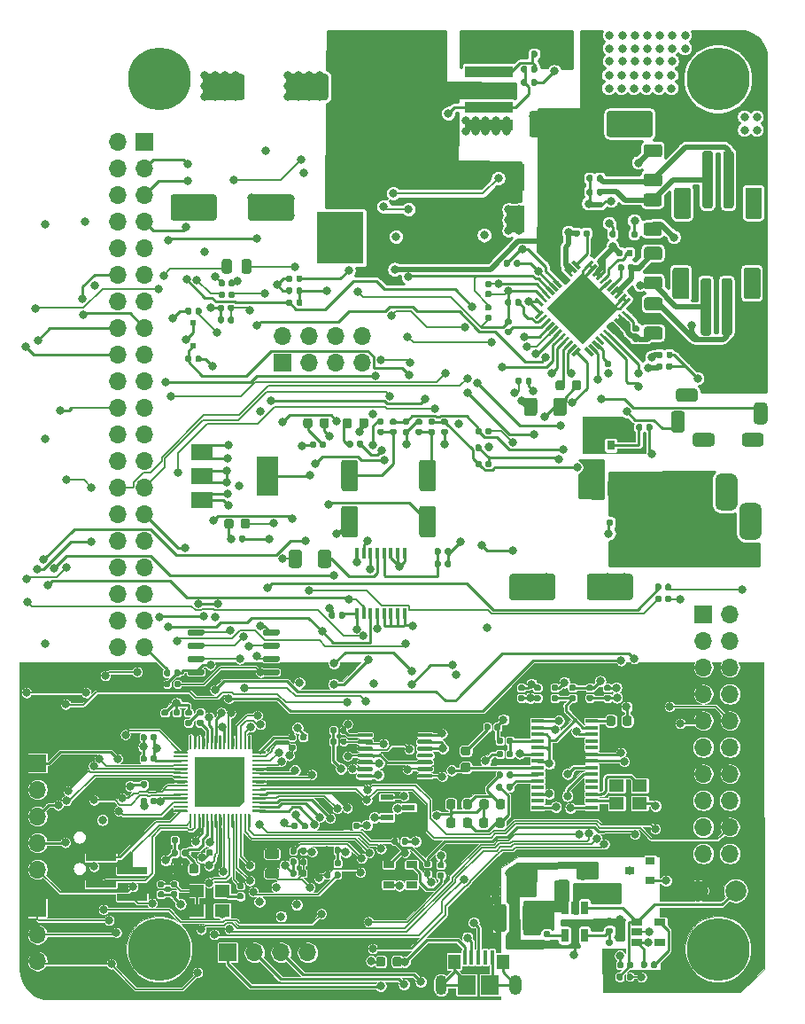
<source format=gbr>
G04 #@! TF.GenerationSoftware,KiCad,Pcbnew,(5.1.6)-1*
G04 #@! TF.CreationDate,2020-10-08T11:29:36-07:00*
G04 #@! TF.ProjectId,Mycroft - Mark 2,4d796372-6f66-4742-902d-204d61726b20,rev?*
G04 #@! TF.SameCoordinates,Original*
G04 #@! TF.FileFunction,Copper,L1,Top*
G04 #@! TF.FilePolarity,Positive*
%FSLAX46Y46*%
G04 Gerber Fmt 4.6, Leading zero omitted, Abs format (unit mm)*
G04 Created by KiCad (PCBNEW (5.1.6)-1) date 2020-10-08 11:29:36*
%MOMM*%
%LPD*%
G01*
G04 APERTURE LIST*
G04 #@! TA.AperFunction,EtchedComponent*
%ADD10C,0.100000*%
G04 #@! TD*
G04 #@! TA.AperFunction,SMDPad,CuDef*
%ADD11R,3.000000X0.650000*%
G04 #@! TD*
G04 #@! TA.AperFunction,ComponentPad*
%ADD12C,6.000000*%
G04 #@! TD*
G04 #@! TA.AperFunction,SMDPad,CuDef*
%ADD13R,0.800000X0.900000*%
G04 #@! TD*
G04 #@! TA.AperFunction,ComponentPad*
%ADD14O,1.700000X1.700000*%
G04 #@! TD*
G04 #@! TA.AperFunction,ComponentPad*
%ADD15R,1.700000X1.700000*%
G04 #@! TD*
G04 #@! TA.AperFunction,SMDPad,CuDef*
%ADD16R,0.400000X1.000000*%
G04 #@! TD*
G04 #@! TA.AperFunction,SMDPad,CuDef*
%ADD17C,0.100000*%
G04 #@! TD*
G04 #@! TA.AperFunction,SMDPad,CuDef*
%ADD18R,4.750000X4.250000*%
G04 #@! TD*
G04 #@! TA.AperFunction,ComponentPad*
%ADD19C,0.600000*%
G04 #@! TD*
G04 #@! TA.AperFunction,SMDPad,CuDef*
%ADD20R,4.250000X4.750000*%
G04 #@! TD*
G04 #@! TA.AperFunction,SMDPad,CuDef*
%ADD21C,2.000000*%
G04 #@! TD*
G04 #@! TA.AperFunction,SMDPad,CuDef*
%ADD22R,1.060000X0.650000*%
G04 #@! TD*
G04 #@! TA.AperFunction,ComponentPad*
%ADD23R,3.500000X2.000000*%
G04 #@! TD*
G04 #@! TA.AperFunction,SMDPad,CuDef*
%ADD24R,0.900000X1.200000*%
G04 #@! TD*
G04 #@! TA.AperFunction,SMDPad,CuDef*
%ADD25R,0.650000X1.220000*%
G04 #@! TD*
G04 #@! TA.AperFunction,SMDPad,CuDef*
%ADD26R,1.400000X1.200000*%
G04 #@! TD*
G04 #@! TA.AperFunction,SMDPad,CuDef*
%ADD27R,1.150000X1.450000*%
G04 #@! TD*
G04 #@! TA.AperFunction,ComponentPad*
%ADD28O,1.200000X1.900000*%
G04 #@! TD*
G04 #@! TA.AperFunction,ComponentPad*
%ADD29O,1.100000X1.900000*%
G04 #@! TD*
G04 #@! TA.AperFunction,SMDPad,CuDef*
%ADD30R,1.750000X1.900000*%
G04 #@! TD*
G04 #@! TA.AperFunction,SMDPad,CuDef*
%ADD31R,0.400000X1.400000*%
G04 #@! TD*
G04 #@! TA.AperFunction,SMDPad,CuDef*
%ADD32R,1.800000X2.500000*%
G04 #@! TD*
G04 #@! TA.AperFunction,SMDPad,CuDef*
%ADD33R,9.400000X10.800000*%
G04 #@! TD*
G04 #@! TA.AperFunction,SMDPad,CuDef*
%ADD34R,4.600000X1.100000*%
G04 #@! TD*
G04 #@! TA.AperFunction,SMDPad,CuDef*
%ADD35R,4.500000X5.000000*%
G04 #@! TD*
G04 #@! TA.AperFunction,SMDPad,CuDef*
%ADD36R,1.300000X0.600000*%
G04 #@! TD*
G04 #@! TA.AperFunction,Conductor*
%ADD37C,0.500000*%
G04 #@! TD*
G04 #@! TA.AperFunction,SMDPad,CuDef*
%ADD38R,2.000000X1.500000*%
G04 #@! TD*
G04 #@! TA.AperFunction,SMDPad,CuDef*
%ADD39R,2.000000X3.800000*%
G04 #@! TD*
G04 #@! TA.AperFunction,SMDPad,CuDef*
%ADD40R,0.900000X0.800000*%
G04 #@! TD*
G04 #@! TA.AperFunction,SMDPad,CuDef*
%ADD41R,1.200000X0.400000*%
G04 #@! TD*
G04 #@! TA.AperFunction,SMDPad,CuDef*
%ADD42R,0.500000X0.500000*%
G04 #@! TD*
G04 #@! TA.AperFunction,ViaPad*
%ADD43C,0.800000*%
G04 #@! TD*
G04 #@! TA.AperFunction,Conductor*
%ADD44C,0.500000*%
G04 #@! TD*
G04 #@! TA.AperFunction,Conductor*
%ADD45C,0.250000*%
G04 #@! TD*
G04 #@! TA.AperFunction,Conductor*
%ADD46C,0.200000*%
G04 #@! TD*
G04 #@! TA.AperFunction,Conductor*
%ADD47C,0.254000*%
G04 #@! TD*
G04 #@! TA.AperFunction,Conductor*
%ADD48C,0.100000*%
G04 #@! TD*
G04 #@! TA.AperFunction,Conductor*
%ADD49C,0.300000*%
G04 #@! TD*
G04 #@! TA.AperFunction,Conductor*
%ADD50C,0.050000*%
G04 #@! TD*
G04 APERTURE END LIST*
D10*
G36*
X54788180Y-16762920D02*
G01*
X55788180Y-16762920D01*
X55788180Y-17262920D01*
X54788180Y-17262920D01*
X54788180Y-16762920D01*
G37*
G04 #@! TA.AperFunction,SMDPad,CuDef*
G36*
G01*
X35800000Y-89531250D02*
X35800000Y-89018750D01*
G75*
G02*
X36018750Y-88800000I218750J0D01*
G01*
X36456250Y-88800000D01*
G75*
G02*
X36675000Y-89018750I0J-218750D01*
G01*
X36675000Y-89531250D01*
G75*
G02*
X36456250Y-89750000I-218750J0D01*
G01*
X36018750Y-89750000D01*
G75*
G02*
X35800000Y-89531250I0J218750D01*
G01*
G37*
G04 #@! TD.AperFunction*
G04 #@! TA.AperFunction,SMDPad,CuDef*
G36*
G01*
X34225000Y-89531250D02*
X34225000Y-89018750D01*
G75*
G02*
X34443750Y-88800000I218750J0D01*
G01*
X34881250Y-88800000D01*
G75*
G02*
X35100000Y-89018750I0J-218750D01*
G01*
X35100000Y-89531250D01*
G75*
G02*
X34881250Y-89750000I-218750J0D01*
G01*
X34443750Y-89750000D01*
G75*
G02*
X34225000Y-89531250I0J218750D01*
G01*
G37*
G04 #@! TD.AperFunction*
G04 #@! TA.AperFunction,SMDPad,CuDef*
G36*
G01*
X52250000Y-1300000D02*
X52250000Y-2550000D01*
G75*
G02*
X52000000Y-2800000I-250000J0D01*
G01*
X51250000Y-2800000D01*
G75*
G02*
X51000000Y-2550000I0J250000D01*
G01*
X51000000Y-1300000D01*
G75*
G02*
X51250000Y-1050000I250000J0D01*
G01*
X52000000Y-1050000D01*
G75*
G02*
X52250000Y-1300000I0J-250000D01*
G01*
G37*
G04 #@! TD.AperFunction*
G04 #@! TA.AperFunction,SMDPad,CuDef*
G36*
G01*
X55050000Y-1300000D02*
X55050000Y-2550000D01*
G75*
G02*
X54800000Y-2800000I-250000J0D01*
G01*
X54050000Y-2800000D01*
G75*
G02*
X53800000Y-2550000I0J250000D01*
G01*
X53800000Y-1300000D01*
G75*
G02*
X54050000Y-1050000I250000J0D01*
G01*
X54800000Y-1050000D01*
G75*
G02*
X55050000Y-1300000I0J-250000D01*
G01*
G37*
G04 #@! TD.AperFunction*
D11*
X10900000Y-83155000D03*
X10900000Y-80615000D03*
X7900000Y-81885000D03*
X7900000Y-79345000D03*
D12*
X13500000Y-88082120D03*
X13500000Y-5000000D03*
X66921380Y-88082120D03*
X66921380Y-5000000D03*
D13*
X55714900Y-41972740D03*
X54764900Y-39972740D03*
X56664900Y-39972740D03*
G04 #@! TA.AperFunction,SMDPad,CuDef*
G36*
G01*
X30310000Y-56027500D02*
X30310000Y-56372500D01*
G75*
G02*
X30162500Y-56520000I-147500J0D01*
G01*
X29867500Y-56520000D01*
G75*
G02*
X29720000Y-56372500I0J147500D01*
G01*
X29720000Y-56027500D01*
G75*
G02*
X29867500Y-55880000I147500J0D01*
G01*
X30162500Y-55880000D01*
G75*
G02*
X30310000Y-56027500I0J-147500D01*
G01*
G37*
G04 #@! TD.AperFunction*
G04 #@! TA.AperFunction,SMDPad,CuDef*
G36*
G01*
X31280000Y-56027500D02*
X31280000Y-56372500D01*
G75*
G02*
X31132500Y-56520000I-147500J0D01*
G01*
X30837500Y-56520000D01*
G75*
G02*
X30690000Y-56372500I0J147500D01*
G01*
X30690000Y-56027500D01*
G75*
G02*
X30837500Y-55880000I147500J0D01*
G01*
X31132500Y-55880000D01*
G75*
G02*
X31280000Y-56027500I0J-147500D01*
G01*
G37*
G04 #@! TD.AperFunction*
D14*
X32870000Y-29510000D03*
X32870000Y-32050000D03*
X30330000Y-29510000D03*
X30330000Y-32050000D03*
X27790000Y-29510000D03*
X27790000Y-32050000D03*
X25250000Y-29510000D03*
D15*
X25250000Y-32050000D03*
G04 #@! TA.AperFunction,SMDPad,CuDef*
G36*
G01*
X32010000Y-39677500D02*
X32010000Y-40022500D01*
G75*
G02*
X31862500Y-40170000I-147500J0D01*
G01*
X31567500Y-40170000D01*
G75*
G02*
X31420000Y-40022500I0J147500D01*
G01*
X31420000Y-39677500D01*
G75*
G02*
X31567500Y-39530000I147500J0D01*
G01*
X31862500Y-39530000D01*
G75*
G02*
X32010000Y-39677500I0J-147500D01*
G01*
G37*
G04 #@! TD.AperFunction*
G04 #@! TA.AperFunction,SMDPad,CuDef*
G36*
G01*
X32980000Y-39677500D02*
X32980000Y-40022500D01*
G75*
G02*
X32832500Y-40170000I-147500J0D01*
G01*
X32537500Y-40170000D01*
G75*
G02*
X32390000Y-40022500I0J147500D01*
G01*
X32390000Y-39677500D01*
G75*
G02*
X32537500Y-39530000I147500J0D01*
G01*
X32832500Y-39530000D01*
G75*
G02*
X32980000Y-39677500I0J-147500D01*
G01*
G37*
G04 #@! TD.AperFunction*
G04 #@! TA.AperFunction,SMDPad,CuDef*
G36*
G01*
X32600000Y-38106250D02*
X32600000Y-37593750D01*
G75*
G02*
X32818750Y-37375000I218750J0D01*
G01*
X33256250Y-37375000D01*
G75*
G02*
X33475000Y-37593750I0J-218750D01*
G01*
X33475000Y-38106250D01*
G75*
G02*
X33256250Y-38325000I-218750J0D01*
G01*
X32818750Y-38325000D01*
G75*
G02*
X32600000Y-38106250I0J218750D01*
G01*
G37*
G04 #@! TD.AperFunction*
G04 #@! TA.AperFunction,SMDPad,CuDef*
G36*
G01*
X31025000Y-38106250D02*
X31025000Y-37593750D01*
G75*
G02*
X31243750Y-37375000I218750J0D01*
G01*
X31681250Y-37375000D01*
G75*
G02*
X31900000Y-37593750I0J-218750D01*
G01*
X31900000Y-38106250D01*
G75*
G02*
X31681250Y-38325000I-218750J0D01*
G01*
X31243750Y-38325000D01*
G75*
G02*
X31025000Y-38106250I0J218750D01*
G01*
G37*
G04 #@! TD.AperFunction*
G04 #@! TA.AperFunction,SMDPad,CuDef*
G36*
G01*
X39700000Y-44350000D02*
X38600000Y-44350000D01*
G75*
G02*
X38350000Y-44100000I0J250000D01*
G01*
X38350000Y-41600000D01*
G75*
G02*
X38600000Y-41350000I250000J0D01*
G01*
X39700000Y-41350000D01*
G75*
G02*
X39950000Y-41600000I0J-250000D01*
G01*
X39950000Y-44100000D01*
G75*
G02*
X39700000Y-44350000I-250000J0D01*
G01*
G37*
G04 #@! TD.AperFunction*
G04 #@! TA.AperFunction,SMDPad,CuDef*
G36*
G01*
X39700000Y-48750000D02*
X38600000Y-48750000D01*
G75*
G02*
X38350000Y-48500000I0J250000D01*
G01*
X38350000Y-46000000D01*
G75*
G02*
X38600000Y-45750000I250000J0D01*
G01*
X39700000Y-45750000D01*
G75*
G02*
X39950000Y-46000000I0J-250000D01*
G01*
X39950000Y-48500000D01*
G75*
G02*
X39700000Y-48750000I-250000J0D01*
G01*
G37*
G04 #@! TD.AperFunction*
G04 #@! TA.AperFunction,SMDPad,CuDef*
G36*
G01*
X37262500Y-38010000D02*
X36917500Y-38010000D01*
G75*
G02*
X36770000Y-37862500I0J147500D01*
G01*
X36770000Y-37567500D01*
G75*
G02*
X36917500Y-37420000I147500J0D01*
G01*
X37262500Y-37420000D01*
G75*
G02*
X37410000Y-37567500I0J-147500D01*
G01*
X37410000Y-37862500D01*
G75*
G02*
X37262500Y-38010000I-147500J0D01*
G01*
G37*
G04 #@! TD.AperFunction*
G04 #@! TA.AperFunction,SMDPad,CuDef*
G36*
G01*
X37262500Y-38980000D02*
X36917500Y-38980000D01*
G75*
G02*
X36770000Y-38832500I0J147500D01*
G01*
X36770000Y-38537500D01*
G75*
G02*
X36917500Y-38390000I147500J0D01*
G01*
X37262500Y-38390000D01*
G75*
G02*
X37410000Y-38537500I0J-147500D01*
G01*
X37410000Y-38832500D01*
G75*
G02*
X37262500Y-38980000I-147500J0D01*
G01*
G37*
G04 #@! TD.AperFunction*
G04 #@! TA.AperFunction,SMDPad,CuDef*
G36*
G01*
X40922500Y-38010000D02*
X40577500Y-38010000D01*
G75*
G02*
X40430000Y-37862500I0J147500D01*
G01*
X40430000Y-37567500D01*
G75*
G02*
X40577500Y-37420000I147500J0D01*
G01*
X40922500Y-37420000D01*
G75*
G02*
X41070000Y-37567500I0J-147500D01*
G01*
X41070000Y-37862500D01*
G75*
G02*
X40922500Y-38010000I-147500J0D01*
G01*
G37*
G04 #@! TD.AperFunction*
G04 #@! TA.AperFunction,SMDPad,CuDef*
G36*
G01*
X40922500Y-38980000D02*
X40577500Y-38980000D01*
G75*
G02*
X40430000Y-38832500I0J147500D01*
G01*
X40430000Y-38537500D01*
G75*
G02*
X40577500Y-38390000I147500J0D01*
G01*
X40922500Y-38390000D01*
G75*
G02*
X41070000Y-38537500I0J-147500D01*
G01*
X41070000Y-38832500D01*
G75*
G02*
X40922500Y-38980000I-147500J0D01*
G01*
G37*
G04 #@! TD.AperFunction*
G04 #@! TA.AperFunction,SMDPad,CuDef*
G36*
G01*
X39357500Y-38390000D02*
X39702500Y-38390000D01*
G75*
G02*
X39850000Y-38537500I0J-147500D01*
G01*
X39850000Y-38832500D01*
G75*
G02*
X39702500Y-38980000I-147500J0D01*
G01*
X39357500Y-38980000D01*
G75*
G02*
X39210000Y-38832500I0J147500D01*
G01*
X39210000Y-38537500D01*
G75*
G02*
X39357500Y-38390000I147500J0D01*
G01*
G37*
G04 #@! TD.AperFunction*
G04 #@! TA.AperFunction,SMDPad,CuDef*
G36*
G01*
X39357500Y-37420000D02*
X39702500Y-37420000D01*
G75*
G02*
X39850000Y-37567500I0J-147500D01*
G01*
X39850000Y-37862500D01*
G75*
G02*
X39702500Y-38010000I-147500J0D01*
G01*
X39357500Y-38010000D01*
G75*
G02*
X39210000Y-37862500I0J147500D01*
G01*
X39210000Y-37567500D01*
G75*
G02*
X39357500Y-37420000I147500J0D01*
G01*
G37*
G04 #@! TD.AperFunction*
G04 #@! TA.AperFunction,SMDPad,CuDef*
G36*
G01*
X38482500Y-38010000D02*
X38137500Y-38010000D01*
G75*
G02*
X37990000Y-37862500I0J147500D01*
G01*
X37990000Y-37567500D01*
G75*
G02*
X38137500Y-37420000I147500J0D01*
G01*
X38482500Y-37420000D01*
G75*
G02*
X38630000Y-37567500I0J-147500D01*
G01*
X38630000Y-37862500D01*
G75*
G02*
X38482500Y-38010000I-147500J0D01*
G01*
G37*
G04 #@! TD.AperFunction*
G04 #@! TA.AperFunction,SMDPad,CuDef*
G36*
G01*
X38482500Y-38980000D02*
X38137500Y-38980000D01*
G75*
G02*
X37990000Y-38832500I0J147500D01*
G01*
X37990000Y-38537500D01*
G75*
G02*
X38137500Y-38390000I147500J0D01*
G01*
X38482500Y-38390000D01*
G75*
G02*
X38630000Y-38537500I0J-147500D01*
G01*
X38630000Y-38832500D01*
G75*
G02*
X38482500Y-38980000I-147500J0D01*
G01*
G37*
G04 #@! TD.AperFunction*
G04 #@! TA.AperFunction,SMDPad,CuDef*
G36*
G01*
X34822500Y-38010000D02*
X34477500Y-38010000D01*
G75*
G02*
X34330000Y-37862500I0J147500D01*
G01*
X34330000Y-37567500D01*
G75*
G02*
X34477500Y-37420000I147500J0D01*
G01*
X34822500Y-37420000D01*
G75*
G02*
X34970000Y-37567500I0J-147500D01*
G01*
X34970000Y-37862500D01*
G75*
G02*
X34822500Y-38010000I-147500J0D01*
G01*
G37*
G04 #@! TD.AperFunction*
G04 #@! TA.AperFunction,SMDPad,CuDef*
G36*
G01*
X34822500Y-38980000D02*
X34477500Y-38980000D01*
G75*
G02*
X34330000Y-38832500I0J147500D01*
G01*
X34330000Y-38537500D01*
G75*
G02*
X34477500Y-38390000I147500J0D01*
G01*
X34822500Y-38390000D01*
G75*
G02*
X34970000Y-38537500I0J-147500D01*
G01*
X34970000Y-38832500D01*
G75*
G02*
X34822500Y-38980000I-147500J0D01*
G01*
G37*
G04 #@! TD.AperFunction*
G04 #@! TA.AperFunction,SMDPad,CuDef*
G36*
G01*
X32250000Y-44350000D02*
X31150000Y-44350000D01*
G75*
G02*
X30900000Y-44100000I0J250000D01*
G01*
X30900000Y-41600000D01*
G75*
G02*
X31150000Y-41350000I250000J0D01*
G01*
X32250000Y-41350000D01*
G75*
G02*
X32500000Y-41600000I0J-250000D01*
G01*
X32500000Y-44100000D01*
G75*
G02*
X32250000Y-44350000I-250000J0D01*
G01*
G37*
G04 #@! TD.AperFunction*
G04 #@! TA.AperFunction,SMDPad,CuDef*
G36*
G01*
X32250000Y-48750000D02*
X31150000Y-48750000D01*
G75*
G02*
X30900000Y-48500000I0J250000D01*
G01*
X30900000Y-46000000D01*
G75*
G02*
X31150000Y-45750000I250000J0D01*
G01*
X32250000Y-45750000D01*
G75*
G02*
X32500000Y-46000000I0J-250000D01*
G01*
X32500000Y-48500000D01*
G75*
G02*
X32250000Y-48750000I-250000J0D01*
G01*
G37*
G04 #@! TD.AperFunction*
G04 #@! TA.AperFunction,SMDPad,CuDef*
G36*
G01*
X35697500Y-38390000D02*
X36042500Y-38390000D01*
G75*
G02*
X36190000Y-38537500I0J-147500D01*
G01*
X36190000Y-38832500D01*
G75*
G02*
X36042500Y-38980000I-147500J0D01*
G01*
X35697500Y-38980000D01*
G75*
G02*
X35550000Y-38832500I0J147500D01*
G01*
X35550000Y-38537500D01*
G75*
G02*
X35697500Y-38390000I147500J0D01*
G01*
G37*
G04 #@! TD.AperFunction*
G04 #@! TA.AperFunction,SMDPad,CuDef*
G36*
G01*
X35697500Y-37420000D02*
X36042500Y-37420000D01*
G75*
G02*
X36190000Y-37567500I0J-147500D01*
G01*
X36190000Y-37862500D01*
G75*
G02*
X36042500Y-38010000I-147500J0D01*
G01*
X35697500Y-38010000D01*
G75*
G02*
X35550000Y-37862500I0J147500D01*
G01*
X35550000Y-37567500D01*
G75*
G02*
X35697500Y-37420000I147500J0D01*
G01*
G37*
G04 #@! TD.AperFunction*
D16*
X32375000Y-50250000D03*
X33025000Y-50250000D03*
X33675000Y-50250000D03*
X34325000Y-50250000D03*
X34975000Y-50250000D03*
X35625000Y-50250000D03*
X36275000Y-50250000D03*
X36925000Y-50250000D03*
X36925000Y-56050000D03*
X36275000Y-56050000D03*
X35625000Y-56050000D03*
X34975000Y-56050000D03*
X34325000Y-56050000D03*
X33675000Y-56050000D03*
X33025000Y-56050000D03*
X32375000Y-56050000D03*
D14*
X1850000Y-80460000D03*
X1850000Y-77920000D03*
X1850000Y-75380000D03*
X1850000Y-72840000D03*
D15*
X1850000Y-70300000D03*
G04 #@! TA.AperFunction,SMDPad,CuDef*
G36*
G01*
X27125000Y-50175000D02*
X27125000Y-51425000D01*
G75*
G02*
X26875000Y-51675000I-250000J0D01*
G01*
X26125000Y-51675000D01*
G75*
G02*
X25875000Y-51425000I0J250000D01*
G01*
X25875000Y-50175000D01*
G75*
G02*
X26125000Y-49925000I250000J0D01*
G01*
X26875000Y-49925000D01*
G75*
G02*
X27125000Y-50175000I0J-250000D01*
G01*
G37*
G04 #@! TD.AperFunction*
G04 #@! TA.AperFunction,SMDPad,CuDef*
G36*
G01*
X29925000Y-50175000D02*
X29925000Y-51425000D01*
G75*
G02*
X29675000Y-51675000I-250000J0D01*
G01*
X28925000Y-51675000D01*
G75*
G02*
X28675000Y-51425000I0J250000D01*
G01*
X28675000Y-50175000D01*
G75*
G02*
X28925000Y-49925000I250000J0D01*
G01*
X29675000Y-49925000D01*
G75*
G02*
X29925000Y-50175000I0J-250000D01*
G01*
G37*
G04 #@! TD.AperFunction*
G04 #@! TA.AperFunction,SMDPad,CuDef*
G36*
G01*
X40790000Y-50272500D02*
X40790000Y-49927500D01*
G75*
G02*
X40937500Y-49780000I147500J0D01*
G01*
X41232500Y-49780000D01*
G75*
G02*
X41380000Y-49927500I0J-147500D01*
G01*
X41380000Y-50272500D01*
G75*
G02*
X41232500Y-50420000I-147500J0D01*
G01*
X40937500Y-50420000D01*
G75*
G02*
X40790000Y-50272500I0J147500D01*
G01*
G37*
G04 #@! TD.AperFunction*
G04 #@! TA.AperFunction,SMDPad,CuDef*
G36*
G01*
X39820000Y-50272500D02*
X39820000Y-49927500D01*
G75*
G02*
X39967500Y-49780000I147500J0D01*
G01*
X40262500Y-49780000D01*
G75*
G02*
X40410000Y-49927500I0J-147500D01*
G01*
X40410000Y-50272500D01*
G75*
G02*
X40262500Y-50420000I-147500J0D01*
G01*
X39967500Y-50420000D01*
G75*
G02*
X39820000Y-50272500I0J147500D01*
G01*
G37*
G04 #@! TD.AperFunction*
G04 #@! TA.AperFunction,SMDPad,CuDef*
G36*
G01*
X40790000Y-51472500D02*
X40790000Y-51127500D01*
G75*
G02*
X40937500Y-50980000I147500J0D01*
G01*
X41232500Y-50980000D01*
G75*
G02*
X41380000Y-51127500I0J-147500D01*
G01*
X41380000Y-51472500D01*
G75*
G02*
X41232500Y-51620000I-147500J0D01*
G01*
X40937500Y-51620000D01*
G75*
G02*
X40790000Y-51472500I0J147500D01*
G01*
G37*
G04 #@! TD.AperFunction*
G04 #@! TA.AperFunction,SMDPad,CuDef*
G36*
G01*
X39820000Y-51472500D02*
X39820000Y-51127500D01*
G75*
G02*
X39967500Y-50980000I147500J0D01*
G01*
X40262500Y-50980000D01*
G75*
G02*
X40410000Y-51127500I0J-147500D01*
G01*
X40410000Y-51472500D01*
G75*
G02*
X40262500Y-51620000I-147500J0D01*
G01*
X39967500Y-51620000D01*
G75*
G02*
X39820000Y-51472500I0J147500D01*
G01*
G37*
G04 #@! TD.AperFunction*
D14*
X27670000Y-88400000D03*
X25130000Y-88400000D03*
X22590000Y-88400000D03*
D15*
X20050000Y-88400000D03*
G04 #@! TA.AperFunction,SMDPad,CuDef*
G36*
G01*
X22046380Y-75167620D02*
X22146380Y-75167620D01*
G75*
G02*
X22196380Y-75217620I0J-50000D01*
G01*
X22196380Y-76442620D01*
G75*
G02*
X22146380Y-76492620I-50000J0D01*
G01*
X22046380Y-76492620D01*
G75*
G02*
X21996380Y-76442620I0J50000D01*
G01*
X21996380Y-75217620D01*
G75*
G02*
X22046380Y-75167620I50000J0D01*
G01*
G37*
G04 #@! TD.AperFunction*
G04 #@! TA.AperFunction,SMDPad,CuDef*
G36*
G01*
X21646380Y-75167620D02*
X21746380Y-75167620D01*
G75*
G02*
X21796380Y-75217620I0J-50000D01*
G01*
X21796380Y-76442620D01*
G75*
G02*
X21746380Y-76492620I-50000J0D01*
G01*
X21646380Y-76492620D01*
G75*
G02*
X21596380Y-76442620I0J50000D01*
G01*
X21596380Y-75217620D01*
G75*
G02*
X21646380Y-75167620I50000J0D01*
G01*
G37*
G04 #@! TD.AperFunction*
G04 #@! TA.AperFunction,SMDPad,CuDef*
G36*
G01*
X21246380Y-75167620D02*
X21346380Y-75167620D01*
G75*
G02*
X21396380Y-75217620I0J-50000D01*
G01*
X21396380Y-76442620D01*
G75*
G02*
X21346380Y-76492620I-50000J0D01*
G01*
X21246380Y-76492620D01*
G75*
G02*
X21196380Y-76442620I0J50000D01*
G01*
X21196380Y-75217620D01*
G75*
G02*
X21246380Y-75167620I50000J0D01*
G01*
G37*
G04 #@! TD.AperFunction*
G04 #@! TA.AperFunction,SMDPad,CuDef*
G36*
G01*
X20846380Y-75167620D02*
X20946380Y-75167620D01*
G75*
G02*
X20996380Y-75217620I0J-50000D01*
G01*
X20996380Y-76442620D01*
G75*
G02*
X20946380Y-76492620I-50000J0D01*
G01*
X20846380Y-76492620D01*
G75*
G02*
X20796380Y-76442620I0J50000D01*
G01*
X20796380Y-75217620D01*
G75*
G02*
X20846380Y-75167620I50000J0D01*
G01*
G37*
G04 #@! TD.AperFunction*
G04 #@! TA.AperFunction,SMDPad,CuDef*
G36*
G01*
X20446380Y-75167620D02*
X20546380Y-75167620D01*
G75*
G02*
X20596380Y-75217620I0J-50000D01*
G01*
X20596380Y-76442620D01*
G75*
G02*
X20546380Y-76492620I-50000J0D01*
G01*
X20446380Y-76492620D01*
G75*
G02*
X20396380Y-76442620I0J50000D01*
G01*
X20396380Y-75217620D01*
G75*
G02*
X20446380Y-75167620I50000J0D01*
G01*
G37*
G04 #@! TD.AperFunction*
G04 #@! TA.AperFunction,SMDPad,CuDef*
G36*
G01*
X20046380Y-75167620D02*
X20146380Y-75167620D01*
G75*
G02*
X20196380Y-75217620I0J-50000D01*
G01*
X20196380Y-76442620D01*
G75*
G02*
X20146380Y-76492620I-50000J0D01*
G01*
X20046380Y-76492620D01*
G75*
G02*
X19996380Y-76442620I0J50000D01*
G01*
X19996380Y-75217620D01*
G75*
G02*
X20046380Y-75167620I50000J0D01*
G01*
G37*
G04 #@! TD.AperFunction*
G04 #@! TA.AperFunction,SMDPad,CuDef*
G36*
G01*
X19646380Y-75167620D02*
X19746380Y-75167620D01*
G75*
G02*
X19796380Y-75217620I0J-50000D01*
G01*
X19796380Y-76442620D01*
G75*
G02*
X19746380Y-76492620I-50000J0D01*
G01*
X19646380Y-76492620D01*
G75*
G02*
X19596380Y-76442620I0J50000D01*
G01*
X19596380Y-75217620D01*
G75*
G02*
X19646380Y-75167620I50000J0D01*
G01*
G37*
G04 #@! TD.AperFunction*
G04 #@! TA.AperFunction,SMDPad,CuDef*
G36*
G01*
X19246380Y-75167620D02*
X19346380Y-75167620D01*
G75*
G02*
X19396380Y-75217620I0J-50000D01*
G01*
X19396380Y-76442620D01*
G75*
G02*
X19346380Y-76492620I-50000J0D01*
G01*
X19246380Y-76492620D01*
G75*
G02*
X19196380Y-76442620I0J50000D01*
G01*
X19196380Y-75217620D01*
G75*
G02*
X19246380Y-75167620I50000J0D01*
G01*
G37*
G04 #@! TD.AperFunction*
G04 #@! TA.AperFunction,SMDPad,CuDef*
G36*
G01*
X18846380Y-75167620D02*
X18946380Y-75167620D01*
G75*
G02*
X18996380Y-75217620I0J-50000D01*
G01*
X18996380Y-76442620D01*
G75*
G02*
X18946380Y-76492620I-50000J0D01*
G01*
X18846380Y-76492620D01*
G75*
G02*
X18796380Y-76442620I0J50000D01*
G01*
X18796380Y-75217620D01*
G75*
G02*
X18846380Y-75167620I50000J0D01*
G01*
G37*
G04 #@! TD.AperFunction*
G04 #@! TA.AperFunction,SMDPad,CuDef*
G36*
G01*
X18446380Y-75167620D02*
X18546380Y-75167620D01*
G75*
G02*
X18596380Y-75217620I0J-50000D01*
G01*
X18596380Y-76442620D01*
G75*
G02*
X18546380Y-76492620I-50000J0D01*
G01*
X18446380Y-76492620D01*
G75*
G02*
X18396380Y-76442620I0J50000D01*
G01*
X18396380Y-75217620D01*
G75*
G02*
X18446380Y-75167620I50000J0D01*
G01*
G37*
G04 #@! TD.AperFunction*
G04 #@! TA.AperFunction,SMDPad,CuDef*
G36*
G01*
X18046380Y-75167620D02*
X18146380Y-75167620D01*
G75*
G02*
X18196380Y-75217620I0J-50000D01*
G01*
X18196380Y-76442620D01*
G75*
G02*
X18146380Y-76492620I-50000J0D01*
G01*
X18046380Y-76492620D01*
G75*
G02*
X17996380Y-76442620I0J50000D01*
G01*
X17996380Y-75217620D01*
G75*
G02*
X18046380Y-75167620I50000J0D01*
G01*
G37*
G04 #@! TD.AperFunction*
G04 #@! TA.AperFunction,SMDPad,CuDef*
G36*
G01*
X17646380Y-75167620D02*
X17746380Y-75167620D01*
G75*
G02*
X17796380Y-75217620I0J-50000D01*
G01*
X17796380Y-76442620D01*
G75*
G02*
X17746380Y-76492620I-50000J0D01*
G01*
X17646380Y-76492620D01*
G75*
G02*
X17596380Y-76442620I0J50000D01*
G01*
X17596380Y-75217620D01*
G75*
G02*
X17646380Y-75167620I50000J0D01*
G01*
G37*
G04 #@! TD.AperFunction*
G04 #@! TA.AperFunction,SMDPad,CuDef*
G36*
G01*
X17246380Y-75167620D02*
X17346380Y-75167620D01*
G75*
G02*
X17396380Y-75217620I0J-50000D01*
G01*
X17396380Y-76442620D01*
G75*
G02*
X17346380Y-76492620I-50000J0D01*
G01*
X17246380Y-76492620D01*
G75*
G02*
X17196380Y-76442620I0J50000D01*
G01*
X17196380Y-75217620D01*
G75*
G02*
X17246380Y-75167620I50000J0D01*
G01*
G37*
G04 #@! TD.AperFunction*
G04 #@! TA.AperFunction,SMDPad,CuDef*
G36*
G01*
X16846380Y-75167620D02*
X16946380Y-75167620D01*
G75*
G02*
X16996380Y-75217620I0J-50000D01*
G01*
X16996380Y-76442620D01*
G75*
G02*
X16946380Y-76492620I-50000J0D01*
G01*
X16846380Y-76492620D01*
G75*
G02*
X16796380Y-76442620I0J50000D01*
G01*
X16796380Y-75217620D01*
G75*
G02*
X16846380Y-75167620I50000J0D01*
G01*
G37*
G04 #@! TD.AperFunction*
G04 #@! TA.AperFunction,SMDPad,CuDef*
G36*
G01*
X16446380Y-67667620D02*
X16546380Y-67667620D01*
G75*
G02*
X16596380Y-67717620I0J-50000D01*
G01*
X16596380Y-68942620D01*
G75*
G02*
X16546380Y-68992620I-50000J0D01*
G01*
X16446380Y-68992620D01*
G75*
G02*
X16396380Y-68942620I0J50000D01*
G01*
X16396380Y-67717620D01*
G75*
G02*
X16446380Y-67667620I50000J0D01*
G01*
G37*
G04 #@! TD.AperFunction*
G04 #@! TA.AperFunction,SMDPad,CuDef*
G36*
G01*
X16846380Y-67667620D02*
X16946380Y-67667620D01*
G75*
G02*
X16996380Y-67717620I0J-50000D01*
G01*
X16996380Y-68942620D01*
G75*
G02*
X16946380Y-68992620I-50000J0D01*
G01*
X16846380Y-68992620D01*
G75*
G02*
X16796380Y-68942620I0J50000D01*
G01*
X16796380Y-67717620D01*
G75*
G02*
X16846380Y-67667620I50000J0D01*
G01*
G37*
G04 #@! TD.AperFunction*
G04 #@! TA.AperFunction,SMDPad,CuDef*
G36*
G01*
X17246380Y-67667620D02*
X17346380Y-67667620D01*
G75*
G02*
X17396380Y-67717620I0J-50000D01*
G01*
X17396380Y-68942620D01*
G75*
G02*
X17346380Y-68992620I-50000J0D01*
G01*
X17246380Y-68992620D01*
G75*
G02*
X17196380Y-68942620I0J50000D01*
G01*
X17196380Y-67717620D01*
G75*
G02*
X17246380Y-67667620I50000J0D01*
G01*
G37*
G04 #@! TD.AperFunction*
G04 #@! TA.AperFunction,SMDPad,CuDef*
G36*
G01*
X17646380Y-67667620D02*
X17746380Y-67667620D01*
G75*
G02*
X17796380Y-67717620I0J-50000D01*
G01*
X17796380Y-68942620D01*
G75*
G02*
X17746380Y-68992620I-50000J0D01*
G01*
X17646380Y-68992620D01*
G75*
G02*
X17596380Y-68942620I0J50000D01*
G01*
X17596380Y-67717620D01*
G75*
G02*
X17646380Y-67667620I50000J0D01*
G01*
G37*
G04 #@! TD.AperFunction*
G04 #@! TA.AperFunction,SMDPad,CuDef*
G36*
G01*
X18046380Y-67667620D02*
X18146380Y-67667620D01*
G75*
G02*
X18196380Y-67717620I0J-50000D01*
G01*
X18196380Y-68942620D01*
G75*
G02*
X18146380Y-68992620I-50000J0D01*
G01*
X18046380Y-68992620D01*
G75*
G02*
X17996380Y-68942620I0J50000D01*
G01*
X17996380Y-67717620D01*
G75*
G02*
X18046380Y-67667620I50000J0D01*
G01*
G37*
G04 #@! TD.AperFunction*
G04 #@! TA.AperFunction,SMDPad,CuDef*
G36*
G01*
X18446380Y-67667620D02*
X18546380Y-67667620D01*
G75*
G02*
X18596380Y-67717620I0J-50000D01*
G01*
X18596380Y-68942620D01*
G75*
G02*
X18546380Y-68992620I-50000J0D01*
G01*
X18446380Y-68992620D01*
G75*
G02*
X18396380Y-68942620I0J50000D01*
G01*
X18396380Y-67717620D01*
G75*
G02*
X18446380Y-67667620I50000J0D01*
G01*
G37*
G04 #@! TD.AperFunction*
G04 #@! TA.AperFunction,SMDPad,CuDef*
G36*
G01*
X18846380Y-67667620D02*
X18946380Y-67667620D01*
G75*
G02*
X18996380Y-67717620I0J-50000D01*
G01*
X18996380Y-68942620D01*
G75*
G02*
X18946380Y-68992620I-50000J0D01*
G01*
X18846380Y-68992620D01*
G75*
G02*
X18796380Y-68942620I0J50000D01*
G01*
X18796380Y-67717620D01*
G75*
G02*
X18846380Y-67667620I50000J0D01*
G01*
G37*
G04 #@! TD.AperFunction*
G04 #@! TA.AperFunction,SMDPad,CuDef*
G36*
G01*
X19246380Y-67667620D02*
X19346380Y-67667620D01*
G75*
G02*
X19396380Y-67717620I0J-50000D01*
G01*
X19396380Y-68942620D01*
G75*
G02*
X19346380Y-68992620I-50000J0D01*
G01*
X19246380Y-68992620D01*
G75*
G02*
X19196380Y-68942620I0J50000D01*
G01*
X19196380Y-67717620D01*
G75*
G02*
X19246380Y-67667620I50000J0D01*
G01*
G37*
G04 #@! TD.AperFunction*
G04 #@! TA.AperFunction,SMDPad,CuDef*
G36*
G01*
X19646380Y-67667620D02*
X19746380Y-67667620D01*
G75*
G02*
X19796380Y-67717620I0J-50000D01*
G01*
X19796380Y-68942620D01*
G75*
G02*
X19746380Y-68992620I-50000J0D01*
G01*
X19646380Y-68992620D01*
G75*
G02*
X19596380Y-68942620I0J50000D01*
G01*
X19596380Y-67717620D01*
G75*
G02*
X19646380Y-67667620I50000J0D01*
G01*
G37*
G04 #@! TD.AperFunction*
G04 #@! TA.AperFunction,SMDPad,CuDef*
G36*
G01*
X20046380Y-67667620D02*
X20146380Y-67667620D01*
G75*
G02*
X20196380Y-67717620I0J-50000D01*
G01*
X20196380Y-68942620D01*
G75*
G02*
X20146380Y-68992620I-50000J0D01*
G01*
X20046380Y-68992620D01*
G75*
G02*
X19996380Y-68942620I0J50000D01*
G01*
X19996380Y-67717620D01*
G75*
G02*
X20046380Y-67667620I50000J0D01*
G01*
G37*
G04 #@! TD.AperFunction*
G04 #@! TA.AperFunction,SMDPad,CuDef*
G36*
G01*
X20446380Y-67667620D02*
X20546380Y-67667620D01*
G75*
G02*
X20596380Y-67717620I0J-50000D01*
G01*
X20596380Y-68942620D01*
G75*
G02*
X20546380Y-68992620I-50000J0D01*
G01*
X20446380Y-68992620D01*
G75*
G02*
X20396380Y-68942620I0J50000D01*
G01*
X20396380Y-67717620D01*
G75*
G02*
X20446380Y-67667620I50000J0D01*
G01*
G37*
G04 #@! TD.AperFunction*
G04 #@! TA.AperFunction,SMDPad,CuDef*
G36*
G01*
X20846380Y-67667620D02*
X20946380Y-67667620D01*
G75*
G02*
X20996380Y-67717620I0J-50000D01*
G01*
X20996380Y-68942620D01*
G75*
G02*
X20946380Y-68992620I-50000J0D01*
G01*
X20846380Y-68992620D01*
G75*
G02*
X20796380Y-68942620I0J50000D01*
G01*
X20796380Y-67717620D01*
G75*
G02*
X20846380Y-67667620I50000J0D01*
G01*
G37*
G04 #@! TD.AperFunction*
G04 #@! TA.AperFunction,SMDPad,CuDef*
G36*
G01*
X21246380Y-67667620D02*
X21346380Y-67667620D01*
G75*
G02*
X21396380Y-67717620I0J-50000D01*
G01*
X21396380Y-68942620D01*
G75*
G02*
X21346380Y-68992620I-50000J0D01*
G01*
X21246380Y-68992620D01*
G75*
G02*
X21196380Y-68942620I0J50000D01*
G01*
X21196380Y-67717620D01*
G75*
G02*
X21246380Y-67667620I50000J0D01*
G01*
G37*
G04 #@! TD.AperFunction*
G04 #@! TA.AperFunction,SMDPad,CuDef*
G36*
G01*
X21646380Y-67667620D02*
X21746380Y-67667620D01*
G75*
G02*
X21796380Y-67717620I0J-50000D01*
G01*
X21796380Y-68942620D01*
G75*
G02*
X21746380Y-68992620I-50000J0D01*
G01*
X21646380Y-68992620D01*
G75*
G02*
X21596380Y-68942620I0J50000D01*
G01*
X21596380Y-67717620D01*
G75*
G02*
X21646380Y-67667620I50000J0D01*
G01*
G37*
G04 #@! TD.AperFunction*
G04 #@! TA.AperFunction,SMDPad,CuDef*
G36*
G01*
X23708880Y-69230120D02*
X23708880Y-69330120D01*
G75*
G02*
X23658880Y-69380120I-50000J0D01*
G01*
X22433880Y-69380120D01*
G75*
G02*
X22383880Y-69330120I0J50000D01*
G01*
X22383880Y-69230120D01*
G75*
G02*
X22433880Y-69180120I50000J0D01*
G01*
X23658880Y-69180120D01*
G75*
G02*
X23708880Y-69230120I0J-50000D01*
G01*
G37*
G04 #@! TD.AperFunction*
G04 #@! TA.AperFunction,SMDPad,CuDef*
G36*
G01*
X23708880Y-69630120D02*
X23708880Y-69730120D01*
G75*
G02*
X23658880Y-69780120I-50000J0D01*
G01*
X22433880Y-69780120D01*
G75*
G02*
X22383880Y-69730120I0J50000D01*
G01*
X22383880Y-69630120D01*
G75*
G02*
X22433880Y-69580120I50000J0D01*
G01*
X23658880Y-69580120D01*
G75*
G02*
X23708880Y-69630120I0J-50000D01*
G01*
G37*
G04 #@! TD.AperFunction*
G04 #@! TA.AperFunction,SMDPad,CuDef*
G36*
G01*
X23708880Y-70030120D02*
X23708880Y-70130120D01*
G75*
G02*
X23658880Y-70180120I-50000J0D01*
G01*
X22433880Y-70180120D01*
G75*
G02*
X22383880Y-70130120I0J50000D01*
G01*
X22383880Y-70030120D01*
G75*
G02*
X22433880Y-69980120I50000J0D01*
G01*
X23658880Y-69980120D01*
G75*
G02*
X23708880Y-70030120I0J-50000D01*
G01*
G37*
G04 #@! TD.AperFunction*
G04 #@! TA.AperFunction,SMDPad,CuDef*
G36*
G01*
X23708880Y-70430120D02*
X23708880Y-70530120D01*
G75*
G02*
X23658880Y-70580120I-50000J0D01*
G01*
X22433880Y-70580120D01*
G75*
G02*
X22383880Y-70530120I0J50000D01*
G01*
X22383880Y-70430120D01*
G75*
G02*
X22433880Y-70380120I50000J0D01*
G01*
X23658880Y-70380120D01*
G75*
G02*
X23708880Y-70430120I0J-50000D01*
G01*
G37*
G04 #@! TD.AperFunction*
G04 #@! TA.AperFunction,SMDPad,CuDef*
G36*
G01*
X23708880Y-70830120D02*
X23708880Y-70930120D01*
G75*
G02*
X23658880Y-70980120I-50000J0D01*
G01*
X22433880Y-70980120D01*
G75*
G02*
X22383880Y-70930120I0J50000D01*
G01*
X22383880Y-70830120D01*
G75*
G02*
X22433880Y-70780120I50000J0D01*
G01*
X23658880Y-70780120D01*
G75*
G02*
X23708880Y-70830120I0J-50000D01*
G01*
G37*
G04 #@! TD.AperFunction*
G04 #@! TA.AperFunction,SMDPad,CuDef*
G36*
G01*
X23708880Y-71230120D02*
X23708880Y-71330120D01*
G75*
G02*
X23658880Y-71380120I-50000J0D01*
G01*
X22433880Y-71380120D01*
G75*
G02*
X22383880Y-71330120I0J50000D01*
G01*
X22383880Y-71230120D01*
G75*
G02*
X22433880Y-71180120I50000J0D01*
G01*
X23658880Y-71180120D01*
G75*
G02*
X23708880Y-71230120I0J-50000D01*
G01*
G37*
G04 #@! TD.AperFunction*
G04 #@! TA.AperFunction,SMDPad,CuDef*
G36*
G01*
X23708880Y-71630120D02*
X23708880Y-71730120D01*
G75*
G02*
X23658880Y-71780120I-50000J0D01*
G01*
X22433880Y-71780120D01*
G75*
G02*
X22383880Y-71730120I0J50000D01*
G01*
X22383880Y-71630120D01*
G75*
G02*
X22433880Y-71580120I50000J0D01*
G01*
X23658880Y-71580120D01*
G75*
G02*
X23708880Y-71630120I0J-50000D01*
G01*
G37*
G04 #@! TD.AperFunction*
G04 #@! TA.AperFunction,SMDPad,CuDef*
G36*
G01*
X23708880Y-72030120D02*
X23708880Y-72130120D01*
G75*
G02*
X23658880Y-72180120I-50000J0D01*
G01*
X22433880Y-72180120D01*
G75*
G02*
X22383880Y-72130120I0J50000D01*
G01*
X22383880Y-72030120D01*
G75*
G02*
X22433880Y-71980120I50000J0D01*
G01*
X23658880Y-71980120D01*
G75*
G02*
X23708880Y-72030120I0J-50000D01*
G01*
G37*
G04 #@! TD.AperFunction*
G04 #@! TA.AperFunction,SMDPad,CuDef*
G36*
G01*
X23708880Y-72430120D02*
X23708880Y-72530120D01*
G75*
G02*
X23658880Y-72580120I-50000J0D01*
G01*
X22433880Y-72580120D01*
G75*
G02*
X22383880Y-72530120I0J50000D01*
G01*
X22383880Y-72430120D01*
G75*
G02*
X22433880Y-72380120I50000J0D01*
G01*
X23658880Y-72380120D01*
G75*
G02*
X23708880Y-72430120I0J-50000D01*
G01*
G37*
G04 #@! TD.AperFunction*
G04 #@! TA.AperFunction,SMDPad,CuDef*
G36*
G01*
X23708880Y-72830120D02*
X23708880Y-72930120D01*
G75*
G02*
X23658880Y-72980120I-50000J0D01*
G01*
X22433880Y-72980120D01*
G75*
G02*
X22383880Y-72930120I0J50000D01*
G01*
X22383880Y-72830120D01*
G75*
G02*
X22433880Y-72780120I50000J0D01*
G01*
X23658880Y-72780120D01*
G75*
G02*
X23708880Y-72830120I0J-50000D01*
G01*
G37*
G04 #@! TD.AperFunction*
G04 #@! TA.AperFunction,SMDPad,CuDef*
G36*
G01*
X23708880Y-73230120D02*
X23708880Y-73330120D01*
G75*
G02*
X23658880Y-73380120I-50000J0D01*
G01*
X22433880Y-73380120D01*
G75*
G02*
X22383880Y-73330120I0J50000D01*
G01*
X22383880Y-73230120D01*
G75*
G02*
X22433880Y-73180120I50000J0D01*
G01*
X23658880Y-73180120D01*
G75*
G02*
X23708880Y-73230120I0J-50000D01*
G01*
G37*
G04 #@! TD.AperFunction*
G04 #@! TA.AperFunction,SMDPad,CuDef*
G36*
G01*
X23708880Y-73630120D02*
X23708880Y-73730120D01*
G75*
G02*
X23658880Y-73780120I-50000J0D01*
G01*
X22433880Y-73780120D01*
G75*
G02*
X22383880Y-73730120I0J50000D01*
G01*
X22383880Y-73630120D01*
G75*
G02*
X22433880Y-73580120I50000J0D01*
G01*
X23658880Y-73580120D01*
G75*
G02*
X23708880Y-73630120I0J-50000D01*
G01*
G37*
G04 #@! TD.AperFunction*
G04 #@! TA.AperFunction,SMDPad,CuDef*
G36*
G01*
X23708880Y-74030120D02*
X23708880Y-74130120D01*
G75*
G02*
X23658880Y-74180120I-50000J0D01*
G01*
X22433880Y-74180120D01*
G75*
G02*
X22383880Y-74130120I0J50000D01*
G01*
X22383880Y-74030120D01*
G75*
G02*
X22433880Y-73980120I50000J0D01*
G01*
X23658880Y-73980120D01*
G75*
G02*
X23708880Y-74030120I0J-50000D01*
G01*
G37*
G04 #@! TD.AperFunction*
G04 #@! TA.AperFunction,SMDPad,CuDef*
G36*
G01*
X23708880Y-74430120D02*
X23708880Y-74530120D01*
G75*
G02*
X23658880Y-74580120I-50000J0D01*
G01*
X22433880Y-74580120D01*
G75*
G02*
X22383880Y-74530120I0J50000D01*
G01*
X22383880Y-74430120D01*
G75*
G02*
X22433880Y-74380120I50000J0D01*
G01*
X23658880Y-74380120D01*
G75*
G02*
X23708880Y-74430120I0J-50000D01*
G01*
G37*
G04 #@! TD.AperFunction*
G04 #@! TA.AperFunction,SMDPad,CuDef*
G36*
G01*
X14933880Y-74780120D02*
X16158880Y-74780120D01*
G75*
G02*
X16208880Y-74830120I0J-50000D01*
G01*
X16208880Y-74930120D01*
G75*
G02*
X16158880Y-74980120I-50000J0D01*
G01*
X14933880Y-74980120D01*
G75*
G02*
X14883880Y-74930120I0J50000D01*
G01*
X14883880Y-74830120D01*
G75*
G02*
X14933880Y-74780120I50000J0D01*
G01*
G37*
G04 #@! TD.AperFunction*
G04 #@! TA.AperFunction,SMDPad,CuDef*
G36*
G01*
X14933880Y-74380120D02*
X16158880Y-74380120D01*
G75*
G02*
X16208880Y-74430120I0J-50000D01*
G01*
X16208880Y-74530120D01*
G75*
G02*
X16158880Y-74580120I-50000J0D01*
G01*
X14933880Y-74580120D01*
G75*
G02*
X14883880Y-74530120I0J50000D01*
G01*
X14883880Y-74430120D01*
G75*
G02*
X14933880Y-74380120I50000J0D01*
G01*
G37*
G04 #@! TD.AperFunction*
G04 #@! TA.AperFunction,SMDPad,CuDef*
G36*
G01*
X14933880Y-73980120D02*
X16158880Y-73980120D01*
G75*
G02*
X16208880Y-74030120I0J-50000D01*
G01*
X16208880Y-74130120D01*
G75*
G02*
X16158880Y-74180120I-50000J0D01*
G01*
X14933880Y-74180120D01*
G75*
G02*
X14883880Y-74130120I0J50000D01*
G01*
X14883880Y-74030120D01*
G75*
G02*
X14933880Y-73980120I50000J0D01*
G01*
G37*
G04 #@! TD.AperFunction*
G04 #@! TA.AperFunction,SMDPad,CuDef*
G36*
G01*
X14933880Y-73580120D02*
X16158880Y-73580120D01*
G75*
G02*
X16208880Y-73630120I0J-50000D01*
G01*
X16208880Y-73730120D01*
G75*
G02*
X16158880Y-73780120I-50000J0D01*
G01*
X14933880Y-73780120D01*
G75*
G02*
X14883880Y-73730120I0J50000D01*
G01*
X14883880Y-73630120D01*
G75*
G02*
X14933880Y-73580120I50000J0D01*
G01*
G37*
G04 #@! TD.AperFunction*
G04 #@! TA.AperFunction,SMDPad,CuDef*
G36*
G01*
X14933880Y-73180120D02*
X16158880Y-73180120D01*
G75*
G02*
X16208880Y-73230120I0J-50000D01*
G01*
X16208880Y-73330120D01*
G75*
G02*
X16158880Y-73380120I-50000J0D01*
G01*
X14933880Y-73380120D01*
G75*
G02*
X14883880Y-73330120I0J50000D01*
G01*
X14883880Y-73230120D01*
G75*
G02*
X14933880Y-73180120I50000J0D01*
G01*
G37*
G04 #@! TD.AperFunction*
G04 #@! TA.AperFunction,SMDPad,CuDef*
G36*
G01*
X14933880Y-72780120D02*
X16158880Y-72780120D01*
G75*
G02*
X16208880Y-72830120I0J-50000D01*
G01*
X16208880Y-72930120D01*
G75*
G02*
X16158880Y-72980120I-50000J0D01*
G01*
X14933880Y-72980120D01*
G75*
G02*
X14883880Y-72930120I0J50000D01*
G01*
X14883880Y-72830120D01*
G75*
G02*
X14933880Y-72780120I50000J0D01*
G01*
G37*
G04 #@! TD.AperFunction*
G04 #@! TA.AperFunction,SMDPad,CuDef*
G36*
G01*
X14933880Y-72380120D02*
X16158880Y-72380120D01*
G75*
G02*
X16208880Y-72430120I0J-50000D01*
G01*
X16208880Y-72530120D01*
G75*
G02*
X16158880Y-72580120I-50000J0D01*
G01*
X14933880Y-72580120D01*
G75*
G02*
X14883880Y-72530120I0J50000D01*
G01*
X14883880Y-72430120D01*
G75*
G02*
X14933880Y-72380120I50000J0D01*
G01*
G37*
G04 #@! TD.AperFunction*
G04 #@! TA.AperFunction,SMDPad,CuDef*
G36*
G01*
X14933880Y-71980120D02*
X16158880Y-71980120D01*
G75*
G02*
X16208880Y-72030120I0J-50000D01*
G01*
X16208880Y-72130120D01*
G75*
G02*
X16158880Y-72180120I-50000J0D01*
G01*
X14933880Y-72180120D01*
G75*
G02*
X14883880Y-72130120I0J50000D01*
G01*
X14883880Y-72030120D01*
G75*
G02*
X14933880Y-71980120I50000J0D01*
G01*
G37*
G04 #@! TD.AperFunction*
G04 #@! TA.AperFunction,SMDPad,CuDef*
G36*
G01*
X14933880Y-71580120D02*
X16158880Y-71580120D01*
G75*
G02*
X16208880Y-71630120I0J-50000D01*
G01*
X16208880Y-71730120D01*
G75*
G02*
X16158880Y-71780120I-50000J0D01*
G01*
X14933880Y-71780120D01*
G75*
G02*
X14883880Y-71730120I0J50000D01*
G01*
X14883880Y-71630120D01*
G75*
G02*
X14933880Y-71580120I50000J0D01*
G01*
G37*
G04 #@! TD.AperFunction*
G04 #@! TA.AperFunction,SMDPad,CuDef*
G36*
G01*
X14933880Y-71180120D02*
X16158880Y-71180120D01*
G75*
G02*
X16208880Y-71230120I0J-50000D01*
G01*
X16208880Y-71330120D01*
G75*
G02*
X16158880Y-71380120I-50000J0D01*
G01*
X14933880Y-71380120D01*
G75*
G02*
X14883880Y-71330120I0J50000D01*
G01*
X14883880Y-71230120D01*
G75*
G02*
X14933880Y-71180120I50000J0D01*
G01*
G37*
G04 #@! TD.AperFunction*
G04 #@! TA.AperFunction,SMDPad,CuDef*
G36*
G01*
X14933880Y-70780120D02*
X16158880Y-70780120D01*
G75*
G02*
X16208880Y-70830120I0J-50000D01*
G01*
X16208880Y-70930120D01*
G75*
G02*
X16158880Y-70980120I-50000J0D01*
G01*
X14933880Y-70980120D01*
G75*
G02*
X14883880Y-70930120I0J50000D01*
G01*
X14883880Y-70830120D01*
G75*
G02*
X14933880Y-70780120I50000J0D01*
G01*
G37*
G04 #@! TD.AperFunction*
G04 #@! TA.AperFunction,SMDPad,CuDef*
G36*
G01*
X14933880Y-70380120D02*
X16158880Y-70380120D01*
G75*
G02*
X16208880Y-70430120I0J-50000D01*
G01*
X16208880Y-70530120D01*
G75*
G02*
X16158880Y-70580120I-50000J0D01*
G01*
X14933880Y-70580120D01*
G75*
G02*
X14883880Y-70530120I0J50000D01*
G01*
X14883880Y-70430120D01*
G75*
G02*
X14933880Y-70380120I50000J0D01*
G01*
G37*
G04 #@! TD.AperFunction*
G04 #@! TA.AperFunction,SMDPad,CuDef*
G36*
G01*
X14933880Y-69980120D02*
X16158880Y-69980120D01*
G75*
G02*
X16208880Y-70030120I0J-50000D01*
G01*
X16208880Y-70130120D01*
G75*
G02*
X16158880Y-70180120I-50000J0D01*
G01*
X14933880Y-70180120D01*
G75*
G02*
X14883880Y-70130120I0J50000D01*
G01*
X14883880Y-70030120D01*
G75*
G02*
X14933880Y-69980120I50000J0D01*
G01*
G37*
G04 #@! TD.AperFunction*
G04 #@! TA.AperFunction,SMDPad,CuDef*
G36*
G01*
X14933880Y-69580120D02*
X16158880Y-69580120D01*
G75*
G02*
X16208880Y-69630120I0J-50000D01*
G01*
X16208880Y-69730120D01*
G75*
G02*
X16158880Y-69780120I-50000J0D01*
G01*
X14933880Y-69780120D01*
G75*
G02*
X14883880Y-69730120I0J50000D01*
G01*
X14883880Y-69630120D01*
G75*
G02*
X14933880Y-69580120I50000J0D01*
G01*
G37*
G04 #@! TD.AperFunction*
G04 #@! TA.AperFunction,SMDPad,CuDef*
D17*
G36*
X21106060Y-73387754D02*
G01*
X21671746Y-73953440D01*
X21169700Y-74455486D01*
X20604014Y-73889800D01*
X21106060Y-73387754D01*
G37*
G04 #@! TD.AperFunction*
D18*
X19296380Y-71826120D03*
D19*
X17201380Y-70112120D03*
X18201380Y-70112120D03*
X19201380Y-70112120D03*
X20201380Y-70112120D03*
X21201380Y-70112120D03*
X17201380Y-71112120D03*
X18201380Y-71112120D03*
X19201380Y-71112120D03*
X20201380Y-71112120D03*
X21201380Y-71112120D03*
X17201380Y-72112120D03*
X18201380Y-72112120D03*
X19201380Y-72112120D03*
X20201380Y-72112120D03*
X21201380Y-72112120D03*
X17201380Y-73112120D03*
X18201380Y-73112120D03*
X19201380Y-73112120D03*
X20201380Y-73112120D03*
X21201380Y-73112120D03*
X17201380Y-74112120D03*
X18201380Y-74112120D03*
X19201380Y-74112120D03*
X20201380Y-74112120D03*
D20*
X19042380Y-72080120D03*
G04 #@! TA.AperFunction,SMDPad,CuDef*
G36*
G01*
X16446380Y-75167620D02*
X16546380Y-75167620D01*
G75*
G02*
X16596380Y-75217620I0J-50000D01*
G01*
X16596380Y-76442620D01*
G75*
G02*
X16546380Y-76492620I-50000J0D01*
G01*
X16446380Y-76492620D01*
G75*
G02*
X16396380Y-76442620I0J50000D01*
G01*
X16396380Y-75217620D01*
G75*
G02*
X16446380Y-75167620I50000J0D01*
G01*
G37*
G04 #@! TD.AperFunction*
G04 #@! TA.AperFunction,SMDPad,CuDef*
G36*
G01*
X14883880Y-74930120D02*
X14883880Y-74830120D01*
G75*
G02*
X14933880Y-74780120I50000J0D01*
G01*
X16158880Y-74780120D01*
G75*
G02*
X16208880Y-74830120I0J-50000D01*
G01*
X16208880Y-74930120D01*
G75*
G02*
X16158880Y-74980120I-50000J0D01*
G01*
X14933880Y-74980120D01*
G75*
G02*
X14883880Y-74930120I0J50000D01*
G01*
G37*
G04 #@! TD.AperFunction*
G04 #@! TA.AperFunction,SMDPad,CuDef*
G36*
G01*
X14933880Y-69180120D02*
X16158880Y-69180120D01*
G75*
G02*
X16208880Y-69230120I0J-50000D01*
G01*
X16208880Y-69330120D01*
G75*
G02*
X16158880Y-69380120I-50000J0D01*
G01*
X14933880Y-69380120D01*
G75*
G02*
X14883880Y-69330120I0J50000D01*
G01*
X14883880Y-69230120D01*
G75*
G02*
X14933880Y-69180120I50000J0D01*
G01*
G37*
G04 #@! TD.AperFunction*
G04 #@! TA.AperFunction,SMDPad,CuDef*
G36*
G01*
X22046380Y-67667620D02*
X22146380Y-67667620D01*
G75*
G02*
X22196380Y-67717620I0J-50000D01*
G01*
X22196380Y-68942620D01*
G75*
G02*
X22146380Y-68992620I-50000J0D01*
G01*
X22046380Y-68992620D01*
G75*
G02*
X21996380Y-68942620I0J50000D01*
G01*
X21996380Y-67717620D01*
G75*
G02*
X22046380Y-67667620I50000J0D01*
G01*
G37*
G04 #@! TD.AperFunction*
G04 #@! TA.AperFunction,SMDPad,CuDef*
G36*
G01*
X23708880Y-74830120D02*
X23708880Y-74930120D01*
G75*
G02*
X23658880Y-74980120I-50000J0D01*
G01*
X22433880Y-74980120D01*
G75*
G02*
X22383880Y-74930120I0J50000D01*
G01*
X22383880Y-74830120D01*
G75*
G02*
X22433880Y-74780120I50000J0D01*
G01*
X23658880Y-74780120D01*
G75*
G02*
X23708880Y-74830120I0J-50000D01*
G01*
G37*
G04 #@! TD.AperFunction*
D21*
X65000000Y-82500000D03*
D22*
X61371660Y-85503980D03*
X61371660Y-87403980D03*
X59171660Y-87403980D03*
X59171660Y-86453980D03*
X59171660Y-85503980D03*
D21*
X68600000Y-82500000D03*
G04 #@! TA.AperFunction,SMDPad,CuDef*
G36*
G01*
X57805820Y-90548680D02*
X57805820Y-90893680D01*
G75*
G02*
X57658320Y-91041180I-147500J0D01*
G01*
X57363320Y-91041180D01*
G75*
G02*
X57215820Y-90893680I0J147500D01*
G01*
X57215820Y-90548680D01*
G75*
G02*
X57363320Y-90401180I147500J0D01*
G01*
X57658320Y-90401180D01*
G75*
G02*
X57805820Y-90548680I0J-147500D01*
G01*
G37*
G04 #@! TD.AperFunction*
G04 #@! TA.AperFunction,SMDPad,CuDef*
G36*
G01*
X58775820Y-90548680D02*
X58775820Y-90893680D01*
G75*
G02*
X58628320Y-91041180I-147500J0D01*
G01*
X58333320Y-91041180D01*
G75*
G02*
X58185820Y-90893680I0J147500D01*
G01*
X58185820Y-90548680D01*
G75*
G02*
X58333320Y-90401180I147500J0D01*
G01*
X58628320Y-90401180D01*
G75*
G02*
X58775820Y-90548680I0J-147500D01*
G01*
G37*
G04 #@! TD.AperFunction*
G04 #@! TA.AperFunction,SMDPad,CuDef*
G36*
G01*
X57841380Y-89426000D02*
X57841380Y-89771000D01*
G75*
G02*
X57693880Y-89918500I-147500J0D01*
G01*
X57398880Y-89918500D01*
G75*
G02*
X57251380Y-89771000I0J147500D01*
G01*
X57251380Y-89426000D01*
G75*
G02*
X57398880Y-89278500I147500J0D01*
G01*
X57693880Y-89278500D01*
G75*
G02*
X57841380Y-89426000I0J-147500D01*
G01*
G37*
G04 #@! TD.AperFunction*
G04 #@! TA.AperFunction,SMDPad,CuDef*
G36*
G01*
X58811380Y-89426000D02*
X58811380Y-89771000D01*
G75*
G02*
X58663880Y-89918500I-147500J0D01*
G01*
X58368880Y-89918500D01*
G75*
G02*
X58221380Y-89771000I0J147500D01*
G01*
X58221380Y-89426000D01*
G75*
G02*
X58368880Y-89278500I147500J0D01*
G01*
X58663880Y-89278500D01*
G75*
G02*
X58811380Y-89426000I0J-147500D01*
G01*
G37*
G04 #@! TD.AperFunction*
G04 #@! TA.AperFunction,SMDPad,CuDef*
G36*
G01*
X60129920Y-89400600D02*
X60129920Y-89745600D01*
G75*
G02*
X59982420Y-89893100I-147500J0D01*
G01*
X59687420Y-89893100D01*
G75*
G02*
X59539920Y-89745600I0J147500D01*
G01*
X59539920Y-89400600D01*
G75*
G02*
X59687420Y-89253100I147500J0D01*
G01*
X59982420Y-89253100D01*
G75*
G02*
X60129920Y-89400600I0J-147500D01*
G01*
G37*
G04 #@! TD.AperFunction*
G04 #@! TA.AperFunction,SMDPad,CuDef*
G36*
G01*
X61099920Y-89400600D02*
X61099920Y-89745600D01*
G75*
G02*
X60952420Y-89893100I-147500J0D01*
G01*
X60657420Y-89893100D01*
G75*
G02*
X60509920Y-89745600I0J147500D01*
G01*
X60509920Y-89400600D01*
G75*
G02*
X60657420Y-89253100I147500J0D01*
G01*
X60952420Y-89253100D01*
G75*
G02*
X61099920Y-89400600I0J-147500D01*
G01*
G37*
G04 #@! TD.AperFunction*
G04 #@! TA.AperFunction,SMDPad,CuDef*
G36*
G01*
X17791780Y-61490720D02*
X17791780Y-61790720D01*
G75*
G02*
X17641780Y-61940720I-150000J0D01*
G01*
X16341780Y-61940720D01*
G75*
G02*
X16191780Y-61790720I0J150000D01*
G01*
X16191780Y-61490720D01*
G75*
G02*
X16341780Y-61340720I150000J0D01*
G01*
X17641780Y-61340720D01*
G75*
G02*
X17791780Y-61490720I0J-150000D01*
G01*
G37*
G04 #@! TD.AperFunction*
G04 #@! TA.AperFunction,SMDPad,CuDef*
G36*
G01*
X17791780Y-60220720D02*
X17791780Y-60520720D01*
G75*
G02*
X17641780Y-60670720I-150000J0D01*
G01*
X16341780Y-60670720D01*
G75*
G02*
X16191780Y-60520720I0J150000D01*
G01*
X16191780Y-60220720D01*
G75*
G02*
X16341780Y-60070720I150000J0D01*
G01*
X17641780Y-60070720D01*
G75*
G02*
X17791780Y-60220720I0J-150000D01*
G01*
G37*
G04 #@! TD.AperFunction*
G04 #@! TA.AperFunction,SMDPad,CuDef*
G36*
G01*
X17791780Y-58950720D02*
X17791780Y-59250720D01*
G75*
G02*
X17641780Y-59400720I-150000J0D01*
G01*
X16341780Y-59400720D01*
G75*
G02*
X16191780Y-59250720I0J150000D01*
G01*
X16191780Y-58950720D01*
G75*
G02*
X16341780Y-58800720I150000J0D01*
G01*
X17641780Y-58800720D01*
G75*
G02*
X17791780Y-58950720I0J-150000D01*
G01*
G37*
G04 #@! TD.AperFunction*
G04 #@! TA.AperFunction,SMDPad,CuDef*
G36*
G01*
X17791780Y-57680720D02*
X17791780Y-57980720D01*
G75*
G02*
X17641780Y-58130720I-150000J0D01*
G01*
X16341780Y-58130720D01*
G75*
G02*
X16191780Y-57980720I0J150000D01*
G01*
X16191780Y-57680720D01*
G75*
G02*
X16341780Y-57530720I150000J0D01*
G01*
X17641780Y-57530720D01*
G75*
G02*
X17791780Y-57680720I0J-150000D01*
G01*
G37*
G04 #@! TD.AperFunction*
G04 #@! TA.AperFunction,SMDPad,CuDef*
G36*
G01*
X24991780Y-57680720D02*
X24991780Y-57980720D01*
G75*
G02*
X24841780Y-58130720I-150000J0D01*
G01*
X23541780Y-58130720D01*
G75*
G02*
X23391780Y-57980720I0J150000D01*
G01*
X23391780Y-57680720D01*
G75*
G02*
X23541780Y-57530720I150000J0D01*
G01*
X24841780Y-57530720D01*
G75*
G02*
X24991780Y-57680720I0J-150000D01*
G01*
G37*
G04 #@! TD.AperFunction*
G04 #@! TA.AperFunction,SMDPad,CuDef*
G36*
G01*
X24991780Y-58950720D02*
X24991780Y-59250720D01*
G75*
G02*
X24841780Y-59400720I-150000J0D01*
G01*
X23541780Y-59400720D01*
G75*
G02*
X23391780Y-59250720I0J150000D01*
G01*
X23391780Y-58950720D01*
G75*
G02*
X23541780Y-58800720I150000J0D01*
G01*
X24841780Y-58800720D01*
G75*
G02*
X24991780Y-58950720I0J-150000D01*
G01*
G37*
G04 #@! TD.AperFunction*
G04 #@! TA.AperFunction,SMDPad,CuDef*
G36*
G01*
X24991780Y-60220720D02*
X24991780Y-60520720D01*
G75*
G02*
X24841780Y-60670720I-150000J0D01*
G01*
X23541780Y-60670720D01*
G75*
G02*
X23391780Y-60520720I0J150000D01*
G01*
X23391780Y-60220720D01*
G75*
G02*
X23541780Y-60070720I150000J0D01*
G01*
X24841780Y-60070720D01*
G75*
G02*
X24991780Y-60220720I0J-150000D01*
G01*
G37*
G04 #@! TD.AperFunction*
G04 #@! TA.AperFunction,SMDPad,CuDef*
G36*
G01*
X24991780Y-61490720D02*
X24991780Y-61790720D01*
G75*
G02*
X24841780Y-61940720I-150000J0D01*
G01*
X23541780Y-61940720D01*
G75*
G02*
X23391780Y-61790720I0J150000D01*
G01*
X23391780Y-61490720D01*
G75*
G02*
X23541780Y-61340720I150000J0D01*
G01*
X24841780Y-61340720D01*
G75*
G02*
X24991780Y-61490720I0J-150000D01*
G01*
G37*
G04 #@! TD.AperFunction*
G04 #@! TA.AperFunction,ComponentPad*
G36*
G01*
X70534040Y-48969060D02*
X69484040Y-48969060D01*
G75*
G02*
X68959040Y-48444060I0J525000D01*
G01*
X68959040Y-45994060D01*
G75*
G02*
X69484040Y-45469060I525000J0D01*
G01*
X70534040Y-45469060D01*
G75*
G02*
X71059040Y-45994060I0J-525000D01*
G01*
X71059040Y-48444060D01*
G75*
G02*
X70534040Y-48969060I-525000J0D01*
G01*
G37*
G04 #@! TD.AperFunction*
G04 #@! TA.AperFunction,ComponentPad*
G36*
G01*
X68759040Y-43194060D02*
X68759040Y-45644060D01*
G75*
G02*
X68234040Y-46169060I-525000J0D01*
G01*
X67184040Y-46169060D01*
G75*
G02*
X66659040Y-45644060I0J525000D01*
G01*
X66659040Y-43194060D01*
G75*
G02*
X67184040Y-42669060I525000J0D01*
G01*
X68234040Y-42669060D01*
G75*
G02*
X68759040Y-43194060I0J-525000D01*
G01*
G37*
G04 #@! TD.AperFunction*
D23*
X64709040Y-49319060D03*
G04 #@! TA.AperFunction,ComponentPad*
G36*
G01*
X64481820Y-39757520D02*
X64481820Y-39107520D01*
G75*
G02*
X64806820Y-38782520I325000J0D01*
G01*
X66256820Y-38782520D01*
G75*
G02*
X66581820Y-39107520I0J-325000D01*
G01*
X66581820Y-39757520D01*
G75*
G02*
X66256820Y-40082520I-325000J0D01*
G01*
X64806820Y-40082520D01*
G75*
G02*
X64481820Y-39757520I0J325000D01*
G01*
G37*
G04 #@! TD.AperFunction*
G04 #@! TA.AperFunction,ComponentPad*
G36*
G01*
X71306820Y-37957520D02*
X70656820Y-37957520D01*
G75*
G02*
X70331820Y-37632520I0J325000D01*
G01*
X70331820Y-36182520D01*
G75*
G02*
X70656820Y-35857520I325000J0D01*
G01*
X71306820Y-35857520D01*
G75*
G02*
X71631820Y-36182520I0J-325000D01*
G01*
X71631820Y-37632520D01*
G75*
G02*
X71306820Y-37957520I-325000J0D01*
G01*
G37*
G04 #@! TD.AperFunction*
G04 #@! TA.AperFunction,ComponentPad*
G36*
G01*
X71281820Y-39107520D02*
X71281820Y-39757520D01*
G75*
G02*
X70956820Y-40082520I-325000J0D01*
G01*
X69506820Y-40082520D01*
G75*
G02*
X69181820Y-39757520I0J325000D01*
G01*
X69181820Y-39107520D01*
G75*
G02*
X69506820Y-38782520I325000J0D01*
G01*
X70956820Y-38782520D01*
G75*
G02*
X71281820Y-39107520I0J-325000D01*
G01*
G37*
G04 #@! TD.AperFunction*
G04 #@! TA.AperFunction,ComponentPad*
G36*
G01*
X62881820Y-35507520D02*
X62881820Y-34857520D01*
G75*
G02*
X63206820Y-34532520I325000J0D01*
G01*
X64656820Y-34532520D01*
G75*
G02*
X64981820Y-34857520I0J-325000D01*
G01*
X64981820Y-35507520D01*
G75*
G02*
X64656820Y-35832520I-325000J0D01*
G01*
X63206820Y-35832520D01*
G75*
G02*
X62881820Y-35507520I0J325000D01*
G01*
G37*
G04 #@! TD.AperFunction*
G04 #@! TA.AperFunction,ComponentPad*
G36*
G01*
X62756820Y-36657520D02*
X63406820Y-36657520D01*
G75*
G02*
X63731820Y-36982520I0J-325000D01*
G01*
X63731820Y-38432520D01*
G75*
G02*
X63406820Y-38757520I-325000J0D01*
G01*
X62756820Y-38757520D01*
G75*
G02*
X62431820Y-38432520I0J325000D01*
G01*
X62431820Y-36982520D01*
G75*
G02*
X62756820Y-36657520I325000J0D01*
G01*
G37*
G04 #@! TD.AperFunction*
G04 #@! TA.AperFunction,SMDPad,CuDef*
G36*
G01*
X20446580Y-22413910D02*
X20446580Y-23326410D01*
G75*
G02*
X20202830Y-23570160I-243750J0D01*
G01*
X19715330Y-23570160D01*
G75*
G02*
X19471580Y-23326410I0J243750D01*
G01*
X19471580Y-22413910D01*
G75*
G02*
X19715330Y-22170160I243750J0D01*
G01*
X20202830Y-22170160D01*
G75*
G02*
X20446580Y-22413910I0J-243750D01*
G01*
G37*
G04 #@! TD.AperFunction*
G04 #@! TA.AperFunction,SMDPad,CuDef*
G36*
G01*
X22321580Y-22413910D02*
X22321580Y-23326410D01*
G75*
G02*
X22077830Y-23570160I-243750J0D01*
G01*
X21590330Y-23570160D01*
G75*
G02*
X21346580Y-23326410I0J243750D01*
G01*
X21346580Y-22413910D01*
G75*
G02*
X21590330Y-22170160I243750J0D01*
G01*
X22077830Y-22170160D01*
G75*
G02*
X22321580Y-22413910I0J-243750D01*
G01*
G37*
G04 #@! TD.AperFunction*
D14*
X1850000Y-89230000D03*
X1850000Y-86690000D03*
D15*
X1850000Y-84150000D03*
G04 #@! TA.AperFunction,SMDPad,CuDef*
G36*
G01*
X56280180Y-10291320D02*
X56280180Y-8291320D01*
G75*
G02*
X56530180Y-8041320I250000J0D01*
G01*
X60430180Y-8041320D01*
G75*
G02*
X60680180Y-8291320I0J-250000D01*
G01*
X60680180Y-10291320D01*
G75*
G02*
X60430180Y-10541320I-250000J0D01*
G01*
X56530180Y-10541320D01*
G75*
G02*
X56280180Y-10291320I0J250000D01*
G01*
G37*
G04 #@! TD.AperFunction*
G04 #@! TA.AperFunction,SMDPad,CuDef*
G36*
G01*
X48880180Y-10291320D02*
X48880180Y-8291320D01*
G75*
G02*
X49130180Y-8041320I250000J0D01*
G01*
X53030180Y-8041320D01*
G75*
G02*
X53280180Y-8291320I0J-250000D01*
G01*
X53280180Y-10291320D01*
G75*
G02*
X53030180Y-10541320I-250000J0D01*
G01*
X49130180Y-10541320D01*
G75*
G02*
X48880180Y-10291320I0J250000D01*
G01*
G37*
G04 #@! TD.AperFunction*
G04 #@! TA.AperFunction,SMDPad,CuDef*
G36*
G01*
X16450512Y-65791580D02*
X16105512Y-65791580D01*
G75*
G02*
X15958012Y-65644080I0J147500D01*
G01*
X15958012Y-65349080D01*
G75*
G02*
X16105512Y-65201580I147500J0D01*
G01*
X16450512Y-65201580D01*
G75*
G02*
X16598012Y-65349080I0J-147500D01*
G01*
X16598012Y-65644080D01*
G75*
G02*
X16450512Y-65791580I-147500J0D01*
G01*
G37*
G04 #@! TD.AperFunction*
G04 #@! TA.AperFunction,SMDPad,CuDef*
G36*
G01*
X16450512Y-66761580D02*
X16105512Y-66761580D01*
G75*
G02*
X15958012Y-66614080I0J147500D01*
G01*
X15958012Y-66319080D01*
G75*
G02*
X16105512Y-66171580I147500J0D01*
G01*
X16450512Y-66171580D01*
G75*
G02*
X16598012Y-66319080I0J-147500D01*
G01*
X16598012Y-66614080D01*
G75*
G02*
X16450512Y-66761580I-147500J0D01*
G01*
G37*
G04 #@! TD.AperFunction*
D24*
X48807100Y-82001360D03*
X52107100Y-82001360D03*
G04 #@! TA.AperFunction,SMDPad,CuDef*
G36*
G01*
X53815200Y-81871320D02*
X54160200Y-81871320D01*
G75*
G02*
X54307700Y-82018820I0J-147500D01*
G01*
X54307700Y-82313820D01*
G75*
G02*
X54160200Y-82461320I-147500J0D01*
G01*
X53815200Y-82461320D01*
G75*
G02*
X53667700Y-82313820I0J147500D01*
G01*
X53667700Y-82018820D01*
G75*
G02*
X53815200Y-81871320I147500J0D01*
G01*
G37*
G04 #@! TD.AperFunction*
G04 #@! TA.AperFunction,SMDPad,CuDef*
G36*
G01*
X53815200Y-80901320D02*
X54160200Y-80901320D01*
G75*
G02*
X54307700Y-81048820I0J-147500D01*
G01*
X54307700Y-81343820D01*
G75*
G02*
X54160200Y-81491320I-147500J0D01*
G01*
X53815200Y-81491320D01*
G75*
G02*
X53667700Y-81343820I0J147500D01*
G01*
X53667700Y-81048820D01*
G75*
G02*
X53815200Y-80901320I147500J0D01*
G01*
G37*
G04 #@! TD.AperFunction*
G04 #@! TA.AperFunction,SMDPad,CuDef*
G36*
G01*
X50370960Y-86362040D02*
X50715960Y-86362040D01*
G75*
G02*
X50863460Y-86509540I0J-147500D01*
G01*
X50863460Y-86804540D01*
G75*
G02*
X50715960Y-86952040I-147500J0D01*
G01*
X50370960Y-86952040D01*
G75*
G02*
X50223460Y-86804540I0J147500D01*
G01*
X50223460Y-86509540D01*
G75*
G02*
X50370960Y-86362040I147500J0D01*
G01*
G37*
G04 #@! TD.AperFunction*
G04 #@! TA.AperFunction,SMDPad,CuDef*
G36*
G01*
X50370960Y-85392040D02*
X50715960Y-85392040D01*
G75*
G02*
X50863460Y-85539540I0J-147500D01*
G01*
X50863460Y-85834540D01*
G75*
G02*
X50715960Y-85982040I-147500J0D01*
G01*
X50370960Y-85982040D01*
G75*
G02*
X50223460Y-85834540I0J147500D01*
G01*
X50223460Y-85539540D01*
G75*
G02*
X50370960Y-85392040I147500J0D01*
G01*
G37*
G04 #@! TD.AperFunction*
G04 #@! TA.AperFunction,SMDPad,CuDef*
G36*
G01*
X46707440Y-82801170D02*
X46707440Y-82288670D01*
G75*
G02*
X46926190Y-82069920I218750J0D01*
G01*
X47363690Y-82069920D01*
G75*
G02*
X47582440Y-82288670I0J-218750D01*
G01*
X47582440Y-82801170D01*
G75*
G02*
X47363690Y-83019920I-218750J0D01*
G01*
X46926190Y-83019920D01*
G75*
G02*
X46707440Y-82801170I0J218750D01*
G01*
G37*
G04 #@! TD.AperFunction*
G04 #@! TA.AperFunction,SMDPad,CuDef*
G36*
G01*
X45132440Y-82801170D02*
X45132440Y-82288670D01*
G75*
G02*
X45351190Y-82069920I218750J0D01*
G01*
X45788690Y-82069920D01*
G75*
G02*
X46007440Y-82288670I0J-218750D01*
G01*
X46007440Y-82801170D01*
G75*
G02*
X45788690Y-83019920I-218750J0D01*
G01*
X45351190Y-83019920D01*
G75*
G02*
X45132440Y-82801170I0J218750D01*
G01*
G37*
G04 #@! TD.AperFunction*
G04 #@! TA.AperFunction,SMDPad,CuDef*
G36*
G01*
X56710360Y-87739720D02*
X56365360Y-87739720D01*
G75*
G02*
X56217860Y-87592220I0J147500D01*
G01*
X56217860Y-87297220D01*
G75*
G02*
X56365360Y-87149720I147500J0D01*
G01*
X56710360Y-87149720D01*
G75*
G02*
X56857860Y-87297220I0J-147500D01*
G01*
X56857860Y-87592220D01*
G75*
G02*
X56710360Y-87739720I-147500J0D01*
G01*
G37*
G04 #@! TD.AperFunction*
G04 #@! TA.AperFunction,SMDPad,CuDef*
G36*
G01*
X56710360Y-88709720D02*
X56365360Y-88709720D01*
G75*
G02*
X56217860Y-88562220I0J147500D01*
G01*
X56217860Y-88267220D01*
G75*
G02*
X56365360Y-88119720I147500J0D01*
G01*
X56710360Y-88119720D01*
G75*
G02*
X56857860Y-88267220I0J-147500D01*
G01*
X56857860Y-88562220D01*
G75*
G02*
X56710360Y-88709720I-147500J0D01*
G01*
G37*
G04 #@! TD.AperFunction*
G04 #@! TA.AperFunction,SMDPad,CuDef*
G36*
G01*
X56360280Y-86067400D02*
X56705280Y-86067400D01*
G75*
G02*
X56852780Y-86214900I0J-147500D01*
G01*
X56852780Y-86509900D01*
G75*
G02*
X56705280Y-86657400I-147500J0D01*
G01*
X56360280Y-86657400D01*
G75*
G02*
X56212780Y-86509900I0J147500D01*
G01*
X56212780Y-86214900D01*
G75*
G02*
X56360280Y-86067400I147500J0D01*
G01*
G37*
G04 #@! TD.AperFunction*
G04 #@! TA.AperFunction,SMDPad,CuDef*
G36*
G01*
X56360280Y-85097400D02*
X56705280Y-85097400D01*
G75*
G02*
X56852780Y-85244900I0J-147500D01*
G01*
X56852780Y-85539900D01*
G75*
G02*
X56705280Y-85687400I-147500J0D01*
G01*
X56360280Y-85687400D01*
G75*
G02*
X56212780Y-85539900I0J147500D01*
G01*
X56212780Y-85244900D01*
G75*
G02*
X56360280Y-85097400I147500J0D01*
G01*
G37*
G04 #@! TD.AperFunction*
D25*
X52245220Y-84145760D03*
X53195220Y-84145760D03*
X54145220Y-84145760D03*
X54145220Y-86765760D03*
X53195220Y-86765760D03*
X52245220Y-86765760D03*
G04 #@! TA.AperFunction,SMDPad,CuDef*
G36*
G01*
X46674740Y-84030240D02*
X46674740Y-86180240D01*
G75*
G02*
X46424740Y-86430240I-250000J0D01*
G01*
X45674740Y-86430240D01*
G75*
G02*
X45424740Y-86180240I0J250000D01*
G01*
X45424740Y-84030240D01*
G75*
G02*
X45674740Y-83780240I250000J0D01*
G01*
X46424740Y-83780240D01*
G75*
G02*
X46674740Y-84030240I0J-250000D01*
G01*
G37*
G04 #@! TD.AperFunction*
G04 #@! TA.AperFunction,SMDPad,CuDef*
G36*
G01*
X49474740Y-84030240D02*
X49474740Y-86180240D01*
G75*
G02*
X49224740Y-86430240I-250000J0D01*
G01*
X48474740Y-86430240D01*
G75*
G02*
X48224740Y-86180240I0J250000D01*
G01*
X48224740Y-84030240D01*
G75*
G02*
X48474740Y-83780240I250000J0D01*
G01*
X49224740Y-83780240D01*
G75*
G02*
X49474740Y-84030240I0J-250000D01*
G01*
G37*
G04 #@! TD.AperFunction*
G04 #@! TA.AperFunction,SMDPad,CuDef*
G36*
G01*
X51367560Y-52494940D02*
X51367560Y-54494940D01*
G75*
G02*
X51117560Y-54744940I-250000J0D01*
G01*
X47217560Y-54744940D01*
G75*
G02*
X46967560Y-54494940I0J250000D01*
G01*
X46967560Y-52494940D01*
G75*
G02*
X47217560Y-52244940I250000J0D01*
G01*
X51117560Y-52244940D01*
G75*
G02*
X51367560Y-52494940I0J-250000D01*
G01*
G37*
G04 #@! TD.AperFunction*
G04 #@! TA.AperFunction,SMDPad,CuDef*
G36*
G01*
X58767560Y-52494940D02*
X58767560Y-54494940D01*
G75*
G02*
X58517560Y-54744940I-250000J0D01*
G01*
X54617560Y-54744940D01*
G75*
G02*
X54367560Y-54494940I0J250000D01*
G01*
X54367560Y-52494940D01*
G75*
G02*
X54617560Y-52244940I250000J0D01*
G01*
X58517560Y-52244940D01*
G75*
G02*
X58767560Y-52494940I0J-250000D01*
G01*
G37*
G04 #@! TD.AperFunction*
G04 #@! TA.AperFunction,SMDPad,CuDef*
G36*
G01*
X21974940Y-18256760D02*
X21974940Y-16256760D01*
G75*
G02*
X22224940Y-16006760I250000J0D01*
G01*
X26124940Y-16006760D01*
G75*
G02*
X26374940Y-16256760I0J-250000D01*
G01*
X26374940Y-18256760D01*
G75*
G02*
X26124940Y-18506760I-250000J0D01*
G01*
X22224940Y-18506760D01*
G75*
G02*
X21974940Y-18256760I0J250000D01*
G01*
G37*
G04 #@! TD.AperFunction*
G04 #@! TA.AperFunction,SMDPad,CuDef*
G36*
G01*
X14574940Y-18256760D02*
X14574940Y-16256760D01*
G75*
G02*
X14824940Y-16006760I250000J0D01*
G01*
X18724940Y-16006760D01*
G75*
G02*
X18974940Y-16256760I0J-250000D01*
G01*
X18974940Y-18256760D01*
G75*
G02*
X18724940Y-18506760I-250000J0D01*
G01*
X14824940Y-18506760D01*
G75*
G02*
X14574940Y-18256760I0J250000D01*
G01*
G37*
G04 #@! TD.AperFunction*
G04 #@! TA.AperFunction,SMDPad,CuDef*
G36*
G01*
X15650000Y-80143750D02*
X15650000Y-80656250D01*
G75*
G02*
X15431250Y-80875000I-218750J0D01*
G01*
X14993750Y-80875000D01*
G75*
G02*
X14775000Y-80656250I0J218750D01*
G01*
X14775000Y-80143750D01*
G75*
G02*
X14993750Y-79925000I218750J0D01*
G01*
X15431250Y-79925000D01*
G75*
G02*
X15650000Y-80143750I0J-218750D01*
G01*
G37*
G04 #@! TD.AperFunction*
G04 #@! TA.AperFunction,SMDPad,CuDef*
G36*
G01*
X17225000Y-80143750D02*
X17225000Y-80656250D01*
G75*
G02*
X17006250Y-80875000I-218750J0D01*
G01*
X16568750Y-80875000D01*
G75*
G02*
X16350000Y-80656250I0J218750D01*
G01*
X16350000Y-80143750D01*
G75*
G02*
X16568750Y-79925000I218750J0D01*
G01*
X17006250Y-79925000D01*
G75*
G02*
X17225000Y-80143750I0J-218750D01*
G01*
G37*
G04 #@! TD.AperFunction*
G04 #@! TA.AperFunction,SMDPad,CuDef*
G36*
G01*
X52945780Y-34490370D02*
X52945780Y-33977870D01*
G75*
G02*
X53164530Y-33759120I218750J0D01*
G01*
X53602030Y-33759120D01*
G75*
G02*
X53820780Y-33977870I0J-218750D01*
G01*
X53820780Y-34490370D01*
G75*
G02*
X53602030Y-34709120I-218750J0D01*
G01*
X53164530Y-34709120D01*
G75*
G02*
X52945780Y-34490370I0J218750D01*
G01*
G37*
G04 #@! TD.AperFunction*
G04 #@! TA.AperFunction,SMDPad,CuDef*
G36*
G01*
X51370780Y-34490370D02*
X51370780Y-33977870D01*
G75*
G02*
X51589530Y-33759120I218750J0D01*
G01*
X52027030Y-33759120D01*
G75*
G02*
X52245780Y-33977870I0J-218750D01*
G01*
X52245780Y-34490370D01*
G75*
G02*
X52027030Y-34709120I-218750J0D01*
G01*
X51589530Y-34709120D01*
G75*
G02*
X51370780Y-34490370I0J218750D01*
G01*
G37*
G04 #@! TD.AperFunction*
D26*
X17100000Y-82500000D03*
X19500000Y-82500000D03*
X19500000Y-84400000D03*
X17100000Y-84400000D03*
G04 #@! TA.AperFunction,SMDPad,CuDef*
G36*
G01*
X54820520Y-43487180D02*
X54820520Y-44737180D01*
G75*
G02*
X54570520Y-44987180I-250000J0D01*
G01*
X53820520Y-44987180D01*
G75*
G02*
X53570520Y-44737180I0J250000D01*
G01*
X53570520Y-43487180D01*
G75*
G02*
X53820520Y-43237180I250000J0D01*
G01*
X54570520Y-43237180D01*
G75*
G02*
X54820520Y-43487180I0J-250000D01*
G01*
G37*
G04 #@! TD.AperFunction*
G04 #@! TA.AperFunction,SMDPad,CuDef*
G36*
G01*
X57620520Y-43487180D02*
X57620520Y-44737180D01*
G75*
G02*
X57370520Y-44987180I-250000J0D01*
G01*
X56620520Y-44987180D01*
G75*
G02*
X56370520Y-44737180I0J250000D01*
G01*
X56370520Y-43487180D01*
G75*
G02*
X56620520Y-43237180I250000J0D01*
G01*
X57370520Y-43237180D01*
G75*
G02*
X57620520Y-43487180I0J-250000D01*
G01*
G37*
G04 #@! TD.AperFunction*
G04 #@! TA.AperFunction,SMDPad,CuDef*
G36*
G01*
X49625000Y-35666520D02*
X49625000Y-36916520D01*
G75*
G02*
X49375000Y-37166520I-250000J0D01*
G01*
X48625000Y-37166520D01*
G75*
G02*
X48375000Y-36916520I0J250000D01*
G01*
X48375000Y-35666520D01*
G75*
G02*
X48625000Y-35416520I250000J0D01*
G01*
X49375000Y-35416520D01*
G75*
G02*
X49625000Y-35666520I0J-250000D01*
G01*
G37*
G04 #@! TD.AperFunction*
G04 #@! TA.AperFunction,SMDPad,CuDef*
G36*
G01*
X52425000Y-35666520D02*
X52425000Y-36916520D01*
G75*
G02*
X52175000Y-37166520I-250000J0D01*
G01*
X51425000Y-37166520D01*
G75*
G02*
X51175000Y-36916520I0J250000D01*
G01*
X51175000Y-35666520D01*
G75*
G02*
X51425000Y-35416520I250000J0D01*
G01*
X52175000Y-35416520D01*
G75*
G02*
X52425000Y-35666520I0J-250000D01*
G01*
G37*
G04 #@! TD.AperFunction*
G04 #@! TA.AperFunction,SMDPad,CuDef*
G36*
G01*
X61333540Y-22267880D02*
X60083540Y-22267880D01*
G75*
G02*
X59833540Y-22017880I0J250000D01*
G01*
X59833540Y-21267880D01*
G75*
G02*
X60083540Y-21017880I250000J0D01*
G01*
X61333540Y-21017880D01*
G75*
G02*
X61583540Y-21267880I0J-250000D01*
G01*
X61583540Y-22017880D01*
G75*
G02*
X61333540Y-22267880I-250000J0D01*
G01*
G37*
G04 #@! TD.AperFunction*
G04 #@! TA.AperFunction,SMDPad,CuDef*
G36*
G01*
X61333540Y-25067880D02*
X60083540Y-25067880D01*
G75*
G02*
X59833540Y-24817880I0J250000D01*
G01*
X59833540Y-24067880D01*
G75*
G02*
X60083540Y-23817880I250000J0D01*
G01*
X61333540Y-23817880D01*
G75*
G02*
X61583540Y-24067880I0J-250000D01*
G01*
X61583540Y-24817880D01*
G75*
G02*
X61333540Y-25067880I-250000J0D01*
G01*
G37*
G04 #@! TD.AperFunction*
G04 #@! TA.AperFunction,SMDPad,CuDef*
G36*
G01*
X60103860Y-28633720D02*
X61353860Y-28633720D01*
G75*
G02*
X61603860Y-28883720I0J-250000D01*
G01*
X61603860Y-29633720D01*
G75*
G02*
X61353860Y-29883720I-250000J0D01*
G01*
X60103860Y-29883720D01*
G75*
G02*
X59853860Y-29633720I0J250000D01*
G01*
X59853860Y-28883720D01*
G75*
G02*
X60103860Y-28633720I250000J0D01*
G01*
G37*
G04 #@! TD.AperFunction*
G04 #@! TA.AperFunction,SMDPad,CuDef*
G36*
G01*
X60103860Y-25833720D02*
X61353860Y-25833720D01*
G75*
G02*
X61603860Y-26083720I0J-250000D01*
G01*
X61603860Y-26833720D01*
G75*
G02*
X61353860Y-27083720I-250000J0D01*
G01*
X60103860Y-27083720D01*
G75*
G02*
X59853860Y-26833720I0J250000D01*
G01*
X59853860Y-26083720D01*
G75*
G02*
X60103860Y-25833720I250000J0D01*
G01*
G37*
G04 #@! TD.AperFunction*
G04 #@! TA.AperFunction,SMDPad,CuDef*
G36*
G01*
X60053060Y-18707400D02*
X61303060Y-18707400D01*
G75*
G02*
X61553060Y-18957400I0J-250000D01*
G01*
X61553060Y-19707400D01*
G75*
G02*
X61303060Y-19957400I-250000J0D01*
G01*
X60053060Y-19957400D01*
G75*
G02*
X59803060Y-19707400I0J250000D01*
G01*
X59803060Y-18957400D01*
G75*
G02*
X60053060Y-18707400I250000J0D01*
G01*
G37*
G04 #@! TD.AperFunction*
G04 #@! TA.AperFunction,SMDPad,CuDef*
G36*
G01*
X60053060Y-15907400D02*
X61303060Y-15907400D01*
G75*
G02*
X61553060Y-16157400I0J-250000D01*
G01*
X61553060Y-16907400D01*
G75*
G02*
X61303060Y-17157400I-250000J0D01*
G01*
X60053060Y-17157400D01*
G75*
G02*
X59803060Y-16907400I0J250000D01*
G01*
X59803060Y-16157400D01*
G75*
G02*
X60053060Y-15907400I250000J0D01*
G01*
G37*
G04 #@! TD.AperFunction*
G04 #@! TA.AperFunction,SMDPad,CuDef*
G36*
G01*
X61313220Y-12448240D02*
X60063220Y-12448240D01*
G75*
G02*
X59813220Y-12198240I0J250000D01*
G01*
X59813220Y-11448240D01*
G75*
G02*
X60063220Y-11198240I250000J0D01*
G01*
X61313220Y-11198240D01*
G75*
G02*
X61563220Y-11448240I0J-250000D01*
G01*
X61563220Y-12198240D01*
G75*
G02*
X61313220Y-12448240I-250000J0D01*
G01*
G37*
G04 #@! TD.AperFunction*
G04 #@! TA.AperFunction,SMDPad,CuDef*
G36*
G01*
X61313220Y-15248240D02*
X60063220Y-15248240D01*
G75*
G02*
X59813220Y-14998240I0J250000D01*
G01*
X59813220Y-14248240D01*
G75*
G02*
X60063220Y-13998240I250000J0D01*
G01*
X61313220Y-13998240D01*
G75*
G02*
X61563220Y-14248240I0J-250000D01*
G01*
X61563220Y-14998240D01*
G75*
G02*
X61313220Y-15248240I-250000J0D01*
G01*
G37*
G04 #@! TD.AperFunction*
G04 #@! TA.AperFunction,SMDPad,CuDef*
G36*
G01*
X38154900Y-67730760D02*
X38154900Y-67530760D01*
G75*
G02*
X38254900Y-67430760I100000J0D01*
G01*
X39529900Y-67430760D01*
G75*
G02*
X39629900Y-67530760I0J-100000D01*
G01*
X39629900Y-67730760D01*
G75*
G02*
X39529900Y-67830760I-100000J0D01*
G01*
X38254900Y-67830760D01*
G75*
G02*
X38154900Y-67730760I0J100000D01*
G01*
G37*
G04 #@! TD.AperFunction*
G04 #@! TA.AperFunction,SMDPad,CuDef*
G36*
G01*
X38154900Y-68380760D02*
X38154900Y-68180760D01*
G75*
G02*
X38254900Y-68080760I100000J0D01*
G01*
X39529900Y-68080760D01*
G75*
G02*
X39629900Y-68180760I0J-100000D01*
G01*
X39629900Y-68380760D01*
G75*
G02*
X39529900Y-68480760I-100000J0D01*
G01*
X38254900Y-68480760D01*
G75*
G02*
X38154900Y-68380760I0J100000D01*
G01*
G37*
G04 #@! TD.AperFunction*
G04 #@! TA.AperFunction,SMDPad,CuDef*
G36*
G01*
X38154900Y-69030760D02*
X38154900Y-68830760D01*
G75*
G02*
X38254900Y-68730760I100000J0D01*
G01*
X39529900Y-68730760D01*
G75*
G02*
X39629900Y-68830760I0J-100000D01*
G01*
X39629900Y-69030760D01*
G75*
G02*
X39529900Y-69130760I-100000J0D01*
G01*
X38254900Y-69130760D01*
G75*
G02*
X38154900Y-69030760I0J100000D01*
G01*
G37*
G04 #@! TD.AperFunction*
G04 #@! TA.AperFunction,SMDPad,CuDef*
G36*
G01*
X38154900Y-69680760D02*
X38154900Y-69480760D01*
G75*
G02*
X38254900Y-69380760I100000J0D01*
G01*
X39529900Y-69380760D01*
G75*
G02*
X39629900Y-69480760I0J-100000D01*
G01*
X39629900Y-69680760D01*
G75*
G02*
X39529900Y-69780760I-100000J0D01*
G01*
X38254900Y-69780760D01*
G75*
G02*
X38154900Y-69680760I0J100000D01*
G01*
G37*
G04 #@! TD.AperFunction*
G04 #@! TA.AperFunction,SMDPad,CuDef*
G36*
G01*
X38154900Y-70330760D02*
X38154900Y-70130760D01*
G75*
G02*
X38254900Y-70030760I100000J0D01*
G01*
X39529900Y-70030760D01*
G75*
G02*
X39629900Y-70130760I0J-100000D01*
G01*
X39629900Y-70330760D01*
G75*
G02*
X39529900Y-70430760I-100000J0D01*
G01*
X38254900Y-70430760D01*
G75*
G02*
X38154900Y-70330760I0J100000D01*
G01*
G37*
G04 #@! TD.AperFunction*
G04 #@! TA.AperFunction,SMDPad,CuDef*
G36*
G01*
X38154900Y-70980760D02*
X38154900Y-70780760D01*
G75*
G02*
X38254900Y-70680760I100000J0D01*
G01*
X39529900Y-70680760D01*
G75*
G02*
X39629900Y-70780760I0J-100000D01*
G01*
X39629900Y-70980760D01*
G75*
G02*
X39529900Y-71080760I-100000J0D01*
G01*
X38254900Y-71080760D01*
G75*
G02*
X38154900Y-70980760I0J100000D01*
G01*
G37*
G04 #@! TD.AperFunction*
G04 #@! TA.AperFunction,SMDPad,CuDef*
G36*
G01*
X38154900Y-71630760D02*
X38154900Y-71430760D01*
G75*
G02*
X38254900Y-71330760I100000J0D01*
G01*
X39529900Y-71330760D01*
G75*
G02*
X39629900Y-71430760I0J-100000D01*
G01*
X39629900Y-71630760D01*
G75*
G02*
X39529900Y-71730760I-100000J0D01*
G01*
X38254900Y-71730760D01*
G75*
G02*
X38154900Y-71630760I0J100000D01*
G01*
G37*
G04 #@! TD.AperFunction*
G04 #@! TA.AperFunction,SMDPad,CuDef*
G36*
G01*
X32429900Y-71630760D02*
X32429900Y-71430760D01*
G75*
G02*
X32529900Y-71330760I100000J0D01*
G01*
X33804900Y-71330760D01*
G75*
G02*
X33904900Y-71430760I0J-100000D01*
G01*
X33904900Y-71630760D01*
G75*
G02*
X33804900Y-71730760I-100000J0D01*
G01*
X32529900Y-71730760D01*
G75*
G02*
X32429900Y-71630760I0J100000D01*
G01*
G37*
G04 #@! TD.AperFunction*
G04 #@! TA.AperFunction,SMDPad,CuDef*
G36*
G01*
X32429900Y-70980760D02*
X32429900Y-70780760D01*
G75*
G02*
X32529900Y-70680760I100000J0D01*
G01*
X33804900Y-70680760D01*
G75*
G02*
X33904900Y-70780760I0J-100000D01*
G01*
X33904900Y-70980760D01*
G75*
G02*
X33804900Y-71080760I-100000J0D01*
G01*
X32529900Y-71080760D01*
G75*
G02*
X32429900Y-70980760I0J100000D01*
G01*
G37*
G04 #@! TD.AperFunction*
G04 #@! TA.AperFunction,SMDPad,CuDef*
G36*
G01*
X32429900Y-70330760D02*
X32429900Y-70130760D01*
G75*
G02*
X32529900Y-70030760I100000J0D01*
G01*
X33804900Y-70030760D01*
G75*
G02*
X33904900Y-70130760I0J-100000D01*
G01*
X33904900Y-70330760D01*
G75*
G02*
X33804900Y-70430760I-100000J0D01*
G01*
X32529900Y-70430760D01*
G75*
G02*
X32429900Y-70330760I0J100000D01*
G01*
G37*
G04 #@! TD.AperFunction*
G04 #@! TA.AperFunction,SMDPad,CuDef*
G36*
G01*
X32429900Y-69680760D02*
X32429900Y-69480760D01*
G75*
G02*
X32529900Y-69380760I100000J0D01*
G01*
X33804900Y-69380760D01*
G75*
G02*
X33904900Y-69480760I0J-100000D01*
G01*
X33904900Y-69680760D01*
G75*
G02*
X33804900Y-69780760I-100000J0D01*
G01*
X32529900Y-69780760D01*
G75*
G02*
X32429900Y-69680760I0J100000D01*
G01*
G37*
G04 #@! TD.AperFunction*
G04 #@! TA.AperFunction,SMDPad,CuDef*
G36*
G01*
X32429900Y-69030760D02*
X32429900Y-68830760D01*
G75*
G02*
X32529900Y-68730760I100000J0D01*
G01*
X33804900Y-68730760D01*
G75*
G02*
X33904900Y-68830760I0J-100000D01*
G01*
X33904900Y-69030760D01*
G75*
G02*
X33804900Y-69130760I-100000J0D01*
G01*
X32529900Y-69130760D01*
G75*
G02*
X32429900Y-69030760I0J100000D01*
G01*
G37*
G04 #@! TD.AperFunction*
G04 #@! TA.AperFunction,SMDPad,CuDef*
G36*
G01*
X32429900Y-68380760D02*
X32429900Y-68180760D01*
G75*
G02*
X32529900Y-68080760I100000J0D01*
G01*
X33804900Y-68080760D01*
G75*
G02*
X33904900Y-68180760I0J-100000D01*
G01*
X33904900Y-68380760D01*
G75*
G02*
X33804900Y-68480760I-100000J0D01*
G01*
X32529900Y-68480760D01*
G75*
G02*
X32429900Y-68380760I0J100000D01*
G01*
G37*
G04 #@! TD.AperFunction*
G04 #@! TA.AperFunction,SMDPad,CuDef*
G36*
G01*
X32429900Y-67730760D02*
X32429900Y-67530760D01*
G75*
G02*
X32529900Y-67430760I100000J0D01*
G01*
X33804900Y-67430760D01*
G75*
G02*
X33904900Y-67530760I0J-100000D01*
G01*
X33904900Y-67730760D01*
G75*
G02*
X33804900Y-67830760I-100000J0D01*
G01*
X32529900Y-67830760D01*
G75*
G02*
X32429900Y-67730760I0J100000D01*
G01*
G37*
G04 #@! TD.AperFunction*
G04 #@! TA.AperFunction,SMDPad,CuDef*
G36*
G01*
X24719310Y-79462120D02*
X23806810Y-79462120D01*
G75*
G02*
X23563060Y-79218370I0J243750D01*
G01*
X23563060Y-78730870D01*
G75*
G02*
X23806810Y-78487120I243750J0D01*
G01*
X24719310Y-78487120D01*
G75*
G02*
X24963060Y-78730870I0J-243750D01*
G01*
X24963060Y-79218370D01*
G75*
G02*
X24719310Y-79462120I-243750J0D01*
G01*
G37*
G04 #@! TD.AperFunction*
G04 #@! TA.AperFunction,SMDPad,CuDef*
G36*
G01*
X24719310Y-81337120D02*
X23806810Y-81337120D01*
G75*
G02*
X23563060Y-81093370I0J243750D01*
G01*
X23563060Y-80605870D01*
G75*
G02*
X23806810Y-80362120I243750J0D01*
G01*
X24719310Y-80362120D01*
G75*
G02*
X24963060Y-80605870I0J-243750D01*
G01*
X24963060Y-81093370D01*
G75*
G02*
X24719310Y-81337120I-243750J0D01*
G01*
G37*
G04 #@! TD.AperFunction*
G04 #@! TA.AperFunction,SMDPad,CuDef*
G36*
G01*
X57797180Y-66532470D02*
X57797180Y-66019970D01*
G75*
G02*
X58015930Y-65801220I218750J0D01*
G01*
X58453430Y-65801220D01*
G75*
G02*
X58672180Y-66019970I0J-218750D01*
G01*
X58672180Y-66532470D01*
G75*
G02*
X58453430Y-66751220I-218750J0D01*
G01*
X58015930Y-66751220D01*
G75*
G02*
X57797180Y-66532470I0J218750D01*
G01*
G37*
G04 #@! TD.AperFunction*
G04 #@! TA.AperFunction,SMDPad,CuDef*
G36*
G01*
X56222180Y-66532470D02*
X56222180Y-66019970D01*
G75*
G02*
X56440930Y-65801220I218750J0D01*
G01*
X56878430Y-65801220D01*
G75*
G02*
X57097180Y-66019970I0J-218750D01*
G01*
X57097180Y-66532470D01*
G75*
G02*
X56878430Y-66751220I-218750J0D01*
G01*
X56440930Y-66751220D01*
G75*
G02*
X56222180Y-66532470I0J218750D01*
G01*
G37*
G04 #@! TD.AperFunction*
D27*
X41680000Y-89270000D03*
X46320000Y-89270000D03*
D28*
X47575000Y-91500000D03*
D29*
X40425000Y-91500000D03*
D30*
X42875000Y-91500000D03*
D31*
X44000000Y-88850000D03*
X44650000Y-88850000D03*
X45300000Y-88850000D03*
X42700000Y-88850000D03*
X43350000Y-88850000D03*
D30*
X45125000Y-91500000D03*
D14*
X9552940Y-59237880D03*
X12092940Y-59237880D03*
X9552940Y-56697880D03*
X12092940Y-56697880D03*
X9552940Y-54157880D03*
X12092940Y-54157880D03*
X9552940Y-51617880D03*
X12092940Y-51617880D03*
X9552940Y-49077880D03*
X12092940Y-49077880D03*
X9552940Y-46537880D03*
X12092940Y-46537880D03*
X9552940Y-43997880D03*
X12092940Y-43997880D03*
X9552940Y-41457880D03*
X12092940Y-41457880D03*
X9552940Y-38917880D03*
X12092940Y-38917880D03*
X9552940Y-36377880D03*
X12092940Y-36377880D03*
X9552940Y-33837880D03*
X12092940Y-33837880D03*
X9552940Y-31297880D03*
X12092940Y-31297880D03*
X9552940Y-28757880D03*
X12092940Y-28757880D03*
X9552940Y-26217880D03*
X12092940Y-26217880D03*
X9552940Y-23677880D03*
X12092940Y-23677880D03*
X9552940Y-21137880D03*
X12092940Y-21137880D03*
X9552940Y-18597880D03*
X12092940Y-18597880D03*
X9552940Y-16057880D03*
X12092940Y-16057880D03*
X9552940Y-13517880D03*
X12092940Y-13517880D03*
X9552940Y-10977880D03*
D15*
X12092940Y-10977880D03*
D32*
X47550000Y-18350000D03*
X47550000Y-14350000D03*
D33*
X35875000Y-6000000D03*
D34*
X45025000Y-2600000D03*
X45025000Y-4300000D03*
X45025000Y-6000000D03*
X45025000Y-7700000D03*
X45025000Y-9400000D03*
G04 #@! TA.AperFunction,SMDPad,CuDef*
G36*
G01*
X26590000Y-24222500D02*
X26590000Y-23877500D01*
G75*
G02*
X26737500Y-23730000I147500J0D01*
G01*
X27032500Y-23730000D01*
G75*
G02*
X27180000Y-23877500I0J-147500D01*
G01*
X27180000Y-24222500D01*
G75*
G02*
X27032500Y-24370000I-147500J0D01*
G01*
X26737500Y-24370000D01*
G75*
G02*
X26590000Y-24222500I0J147500D01*
G01*
G37*
G04 #@! TD.AperFunction*
G04 #@! TA.AperFunction,SMDPad,CuDef*
G36*
G01*
X25620000Y-24222500D02*
X25620000Y-23877500D01*
G75*
G02*
X25767500Y-23730000I147500J0D01*
G01*
X26062500Y-23730000D01*
G75*
G02*
X26210000Y-23877500I0J-147500D01*
G01*
X26210000Y-24222500D01*
G75*
G02*
X26062500Y-24370000I-147500J0D01*
G01*
X25767500Y-24370000D01*
G75*
G02*
X25620000Y-24222500I0J147500D01*
G01*
G37*
G04 #@! TD.AperFunction*
D35*
X30800000Y-20150000D03*
X41300000Y-20150000D03*
G04 #@! TA.AperFunction,SMDPad,CuDef*
G36*
G01*
X26590000Y-25372500D02*
X26590000Y-25027500D01*
G75*
G02*
X26737500Y-24880000I147500J0D01*
G01*
X27032500Y-24880000D01*
G75*
G02*
X27180000Y-25027500I0J-147500D01*
G01*
X27180000Y-25372500D01*
G75*
G02*
X27032500Y-25520000I-147500J0D01*
G01*
X26737500Y-25520000D01*
G75*
G02*
X26590000Y-25372500I0J147500D01*
G01*
G37*
G04 #@! TD.AperFunction*
G04 #@! TA.AperFunction,SMDPad,CuDef*
G36*
G01*
X25620000Y-25372500D02*
X25620000Y-25027500D01*
G75*
G02*
X25767500Y-24880000I147500J0D01*
G01*
X26062500Y-24880000D01*
G75*
G02*
X26210000Y-25027500I0J-147500D01*
G01*
X26210000Y-25372500D01*
G75*
G02*
X26062500Y-25520000I-147500J0D01*
G01*
X25767500Y-25520000D01*
G75*
G02*
X25620000Y-25372500I0J147500D01*
G01*
G37*
G04 #@! TD.AperFunction*
G04 #@! TA.AperFunction,SMDPad,CuDef*
G36*
G01*
X49040000Y-2772500D02*
X49040000Y-2427500D01*
G75*
G02*
X49187500Y-2280000I147500J0D01*
G01*
X49482500Y-2280000D01*
G75*
G02*
X49630000Y-2427500I0J-147500D01*
G01*
X49630000Y-2772500D01*
G75*
G02*
X49482500Y-2920000I-147500J0D01*
G01*
X49187500Y-2920000D01*
G75*
G02*
X49040000Y-2772500I0J147500D01*
G01*
G37*
G04 #@! TD.AperFunction*
G04 #@! TA.AperFunction,SMDPad,CuDef*
G36*
G01*
X48070000Y-2772500D02*
X48070000Y-2427500D01*
G75*
G02*
X48217500Y-2280000I147500J0D01*
G01*
X48512500Y-2280000D01*
G75*
G02*
X48660000Y-2427500I0J-147500D01*
G01*
X48660000Y-2772500D01*
G75*
G02*
X48512500Y-2920000I-147500J0D01*
G01*
X48217500Y-2920000D01*
G75*
G02*
X48070000Y-2772500I0J147500D01*
G01*
G37*
G04 #@! TD.AperFunction*
G04 #@! TA.AperFunction,SMDPad,CuDef*
G36*
G01*
X21650000Y-4750000D02*
X21650000Y-6750000D01*
G75*
G02*
X21400000Y-7000000I-250000J0D01*
G01*
X17900000Y-7000000D01*
G75*
G02*
X17650000Y-6750000I0J250000D01*
G01*
X17650000Y-4750000D01*
G75*
G02*
X17900000Y-4500000I250000J0D01*
G01*
X21400000Y-4500000D01*
G75*
G02*
X21650000Y-4750000I0J-250000D01*
G01*
G37*
G04 #@! TD.AperFunction*
G04 #@! TA.AperFunction,SMDPad,CuDef*
G36*
G01*
X29650000Y-4750000D02*
X29650000Y-6750000D01*
G75*
G02*
X29400000Y-7000000I-250000J0D01*
G01*
X25900000Y-7000000D01*
G75*
G02*
X25650000Y-6750000I0J250000D01*
G01*
X25650000Y-4750000D01*
G75*
G02*
X25900000Y-4500000I250000J0D01*
G01*
X29400000Y-4500000D01*
G75*
G02*
X29650000Y-4750000I0J-250000D01*
G01*
G37*
G04 #@! TD.AperFunction*
D22*
X37617580Y-80020120D03*
X37617580Y-81920120D03*
X35417580Y-81920120D03*
X35417580Y-80970120D03*
X35417580Y-80020120D03*
G04 #@! TA.AperFunction,SMDPad,CuDef*
G36*
G01*
X39293580Y-80234020D02*
X38948580Y-80234020D01*
G75*
G02*
X38801080Y-80086520I0J147500D01*
G01*
X38801080Y-79791520D01*
G75*
G02*
X38948580Y-79644020I147500J0D01*
G01*
X39293580Y-79644020D01*
G75*
G02*
X39441080Y-79791520I0J-147500D01*
G01*
X39441080Y-80086520D01*
G75*
G02*
X39293580Y-80234020I-147500J0D01*
G01*
G37*
G04 #@! TD.AperFunction*
G04 #@! TA.AperFunction,SMDPad,CuDef*
G36*
G01*
X39293580Y-81204020D02*
X38948580Y-81204020D01*
G75*
G02*
X38801080Y-81056520I0J147500D01*
G01*
X38801080Y-80761520D01*
G75*
G02*
X38948580Y-80614020I147500J0D01*
G01*
X39293580Y-80614020D01*
G75*
G02*
X39441080Y-80761520I0J-147500D01*
G01*
X39441080Y-81056520D01*
G75*
G02*
X39293580Y-81204020I-147500J0D01*
G01*
G37*
G04 #@! TD.AperFunction*
D36*
X35226280Y-73593920D03*
X35226280Y-75493920D03*
X37326280Y-74543920D03*
G04 #@! TA.AperFunction,SMDPad,CuDef*
G36*
G01*
X36669480Y-77954920D02*
X36669480Y-77609920D01*
G75*
G02*
X36816980Y-77462420I147500J0D01*
G01*
X37111980Y-77462420D01*
G75*
G02*
X37259480Y-77609920I0J-147500D01*
G01*
X37259480Y-77954920D01*
G75*
G02*
X37111980Y-78102420I-147500J0D01*
G01*
X36816980Y-78102420D01*
G75*
G02*
X36669480Y-77954920I0J147500D01*
G01*
G37*
G04 #@! TD.AperFunction*
G04 #@! TA.AperFunction,SMDPad,CuDef*
G36*
G01*
X35699480Y-77954920D02*
X35699480Y-77609920D01*
G75*
G02*
X35846980Y-77462420I147500J0D01*
G01*
X36141980Y-77462420D01*
G75*
G02*
X36289480Y-77609920I0J-147500D01*
G01*
X36289480Y-77954920D01*
G75*
G02*
X36141980Y-78102420I-147500J0D01*
G01*
X35846980Y-78102420D01*
G75*
G02*
X35699480Y-77954920I0J147500D01*
G01*
G37*
G04 #@! TD.AperFunction*
G04 #@! TA.AperFunction,SMDPad,CuDef*
G36*
G01*
X40576280Y-80361020D02*
X40231280Y-80361020D01*
G75*
G02*
X40083780Y-80213520I0J147500D01*
G01*
X40083780Y-79918520D01*
G75*
G02*
X40231280Y-79771020I147500J0D01*
G01*
X40576280Y-79771020D01*
G75*
G02*
X40723780Y-79918520I0J-147500D01*
G01*
X40723780Y-80213520D01*
G75*
G02*
X40576280Y-80361020I-147500J0D01*
G01*
G37*
G04 #@! TD.AperFunction*
G04 #@! TA.AperFunction,SMDPad,CuDef*
G36*
G01*
X40576280Y-81331020D02*
X40231280Y-81331020D01*
G75*
G02*
X40083780Y-81183520I0J147500D01*
G01*
X40083780Y-80888520D01*
G75*
G02*
X40231280Y-80741020I147500J0D01*
G01*
X40576280Y-80741020D01*
G75*
G02*
X40723780Y-80888520I0J-147500D01*
G01*
X40723780Y-81183520D01*
G75*
G02*
X40576280Y-81331020I-147500J0D01*
G01*
G37*
G04 #@! TD.AperFunction*
D37*
X55788180Y-17012920D03*
X54788180Y-17012920D03*
G04 #@! TA.AperFunction,SMDPad,CuDef*
G36*
G01*
X20585000Y-47193750D02*
X20585000Y-47706250D01*
G75*
G02*
X20366250Y-47925000I-218750J0D01*
G01*
X19928750Y-47925000D01*
G75*
G02*
X19710000Y-47706250I0J218750D01*
G01*
X19710000Y-47193750D01*
G75*
G02*
X19928750Y-46975000I218750J0D01*
G01*
X20366250Y-46975000D01*
G75*
G02*
X20585000Y-47193750I0J-218750D01*
G01*
G37*
G04 #@! TD.AperFunction*
G04 #@! TA.AperFunction,SMDPad,CuDef*
G36*
G01*
X22160000Y-47193750D02*
X22160000Y-47706250D01*
G75*
G02*
X21941250Y-47925000I-218750J0D01*
G01*
X21503750Y-47925000D01*
G75*
G02*
X21285000Y-47706250I0J218750D01*
G01*
X21285000Y-47193750D01*
G75*
G02*
X21503750Y-46975000I218750J0D01*
G01*
X21941250Y-46975000D01*
G75*
G02*
X22160000Y-47193750I0J-218750D01*
G01*
G37*
G04 #@! TD.AperFunction*
G04 #@! TA.AperFunction,SMDPad,CuDef*
G36*
G01*
X20745000Y-48727500D02*
X20745000Y-49072500D01*
G75*
G02*
X20597500Y-49220000I-147500J0D01*
G01*
X20302500Y-49220000D01*
G75*
G02*
X20155000Y-49072500I0J147500D01*
G01*
X20155000Y-48727500D01*
G75*
G02*
X20302500Y-48580000I147500J0D01*
G01*
X20597500Y-48580000D01*
G75*
G02*
X20745000Y-48727500I0J-147500D01*
G01*
G37*
G04 #@! TD.AperFunction*
G04 #@! TA.AperFunction,SMDPad,CuDef*
G36*
G01*
X21715000Y-48727500D02*
X21715000Y-49072500D01*
G75*
G02*
X21567500Y-49220000I-147500J0D01*
G01*
X21272500Y-49220000D01*
G75*
G02*
X21125000Y-49072500I0J147500D01*
G01*
X21125000Y-48727500D01*
G75*
G02*
X21272500Y-48580000I147500J0D01*
G01*
X21567500Y-48580000D01*
G75*
G02*
X21715000Y-48727500I0J-147500D01*
G01*
G37*
G04 #@! TD.AperFunction*
G04 #@! TA.AperFunction,SMDPad,CuDef*
G36*
G01*
X56853320Y-47178180D02*
X56853320Y-47523180D01*
G75*
G02*
X56705820Y-47670680I-147500J0D01*
G01*
X56410820Y-47670680D01*
G75*
G02*
X56263320Y-47523180I0J147500D01*
G01*
X56263320Y-47178180D01*
G75*
G02*
X56410820Y-47030680I147500J0D01*
G01*
X56705820Y-47030680D01*
G75*
G02*
X56853320Y-47178180I0J-147500D01*
G01*
G37*
G04 #@! TD.AperFunction*
G04 #@! TA.AperFunction,SMDPad,CuDef*
G36*
G01*
X57823320Y-47178180D02*
X57823320Y-47523180D01*
G75*
G02*
X57675820Y-47670680I-147500J0D01*
G01*
X57380820Y-47670680D01*
G75*
G02*
X57233320Y-47523180I0J147500D01*
G01*
X57233320Y-47178180D01*
G75*
G02*
X57380820Y-47030680I147500J0D01*
G01*
X57675820Y-47030680D01*
G75*
G02*
X57823320Y-47178180I0J-147500D01*
G01*
G37*
G04 #@! TD.AperFunction*
G04 #@! TA.AperFunction,SMDPad,CuDef*
G36*
G01*
X47400980Y-22760720D02*
X47400980Y-22415720D01*
G75*
G02*
X47548480Y-22268220I147500J0D01*
G01*
X47843480Y-22268220D01*
G75*
G02*
X47990980Y-22415720I0J-147500D01*
G01*
X47990980Y-22760720D01*
G75*
G02*
X47843480Y-22908220I-147500J0D01*
G01*
X47548480Y-22908220D01*
G75*
G02*
X47400980Y-22760720I0J147500D01*
G01*
G37*
G04 #@! TD.AperFunction*
G04 #@! TA.AperFunction,SMDPad,CuDef*
G36*
G01*
X46430980Y-22760720D02*
X46430980Y-22415720D01*
G75*
G02*
X46578480Y-22268220I147500J0D01*
G01*
X46873480Y-22268220D01*
G75*
G02*
X47020980Y-22415720I0J-147500D01*
G01*
X47020980Y-22760720D01*
G75*
G02*
X46873480Y-22908220I-147500J0D01*
G01*
X46578480Y-22908220D01*
G75*
G02*
X46430980Y-22760720I0J147500D01*
G01*
G37*
G04 #@! TD.AperFunction*
G04 #@! TA.AperFunction,SMDPad,CuDef*
G36*
G01*
X26590000Y-26522500D02*
X26590000Y-26177500D01*
G75*
G02*
X26737500Y-26030000I147500J0D01*
G01*
X27032500Y-26030000D01*
G75*
G02*
X27180000Y-26177500I0J-147500D01*
G01*
X27180000Y-26522500D01*
G75*
G02*
X27032500Y-26670000I-147500J0D01*
G01*
X26737500Y-26670000D01*
G75*
G02*
X26590000Y-26522500I0J147500D01*
G01*
G37*
G04 #@! TD.AperFunction*
G04 #@! TA.AperFunction,SMDPad,CuDef*
G36*
G01*
X25620000Y-26522500D02*
X25620000Y-26177500D01*
G75*
G02*
X25767500Y-26030000I147500J0D01*
G01*
X26062500Y-26030000D01*
G75*
G02*
X26210000Y-26177500I0J-147500D01*
G01*
X26210000Y-26522500D01*
G75*
G02*
X26062500Y-26670000I-147500J0D01*
G01*
X25767500Y-26670000D01*
G75*
G02*
X25620000Y-26522500I0J147500D01*
G01*
G37*
G04 #@! TD.AperFunction*
G04 #@! TA.AperFunction,SMDPad,CuDef*
G36*
G01*
X16560000Y-26977500D02*
X16560000Y-27322500D01*
G75*
G02*
X16412500Y-27470000I-147500J0D01*
G01*
X16117500Y-27470000D01*
G75*
G02*
X15970000Y-27322500I0J147500D01*
G01*
X15970000Y-26977500D01*
G75*
G02*
X16117500Y-26830000I147500J0D01*
G01*
X16412500Y-26830000D01*
G75*
G02*
X16560000Y-26977500I0J-147500D01*
G01*
G37*
G04 #@! TD.AperFunction*
G04 #@! TA.AperFunction,SMDPad,CuDef*
G36*
G01*
X17530000Y-26977500D02*
X17530000Y-27322500D01*
G75*
G02*
X17382500Y-27470000I-147500J0D01*
G01*
X17087500Y-27470000D01*
G75*
G02*
X16940000Y-27322500I0J147500D01*
G01*
X16940000Y-26977500D01*
G75*
G02*
X17087500Y-26830000I147500J0D01*
G01*
X17382500Y-26830000D01*
G75*
G02*
X17530000Y-26977500I0J-147500D01*
G01*
G37*
G04 #@! TD.AperFunction*
G04 #@! TA.AperFunction,SMDPad,CuDef*
G36*
G01*
X46682880Y-28836120D02*
X47027880Y-28836120D01*
G75*
G02*
X47175380Y-28983620I0J-147500D01*
G01*
X47175380Y-29278620D01*
G75*
G02*
X47027880Y-29426120I-147500J0D01*
G01*
X46682880Y-29426120D01*
G75*
G02*
X46535380Y-29278620I0J147500D01*
G01*
X46535380Y-28983620D01*
G75*
G02*
X46682880Y-28836120I147500J0D01*
G01*
G37*
G04 #@! TD.AperFunction*
G04 #@! TA.AperFunction,SMDPad,CuDef*
G36*
G01*
X46682880Y-27866120D02*
X47027880Y-27866120D01*
G75*
G02*
X47175380Y-28013620I0J-147500D01*
G01*
X47175380Y-28308620D01*
G75*
G02*
X47027880Y-28456120I-147500J0D01*
G01*
X46682880Y-28456120D01*
G75*
G02*
X46535380Y-28308620I0J147500D01*
G01*
X46535380Y-28013620D01*
G75*
G02*
X46682880Y-27866120I147500J0D01*
G01*
G37*
G04 #@! TD.AperFunction*
G04 #@! TA.AperFunction,SMDPad,CuDef*
G36*
G01*
X45122500Y-24860000D02*
X44777500Y-24860000D01*
G75*
G02*
X44630000Y-24712500I0J147500D01*
G01*
X44630000Y-24417500D01*
G75*
G02*
X44777500Y-24270000I147500J0D01*
G01*
X45122500Y-24270000D01*
G75*
G02*
X45270000Y-24417500I0J-147500D01*
G01*
X45270000Y-24712500D01*
G75*
G02*
X45122500Y-24860000I-147500J0D01*
G01*
G37*
G04 #@! TD.AperFunction*
G04 #@! TA.AperFunction,SMDPad,CuDef*
G36*
G01*
X45122500Y-25830000D02*
X44777500Y-25830000D01*
G75*
G02*
X44630000Y-25682500I0J147500D01*
G01*
X44630000Y-25387500D01*
G75*
G02*
X44777500Y-25240000I147500J0D01*
G01*
X45122500Y-25240000D01*
G75*
G02*
X45270000Y-25387500I0J-147500D01*
G01*
X45270000Y-25682500D01*
G75*
G02*
X45122500Y-25830000I-147500J0D01*
G01*
G37*
G04 #@! TD.AperFunction*
G04 #@! TA.AperFunction,SMDPad,CuDef*
G36*
G01*
X45122500Y-27110000D02*
X44777500Y-27110000D01*
G75*
G02*
X44630000Y-26962500I0J147500D01*
G01*
X44630000Y-26667500D01*
G75*
G02*
X44777500Y-26520000I147500J0D01*
G01*
X45122500Y-26520000D01*
G75*
G02*
X45270000Y-26667500I0J-147500D01*
G01*
X45270000Y-26962500D01*
G75*
G02*
X45122500Y-27110000I-147500J0D01*
G01*
G37*
G04 #@! TD.AperFunction*
G04 #@! TA.AperFunction,SMDPad,CuDef*
G36*
G01*
X45122500Y-28080000D02*
X44777500Y-28080000D01*
G75*
G02*
X44630000Y-27932500I0J147500D01*
G01*
X44630000Y-27637500D01*
G75*
G02*
X44777500Y-27490000I147500J0D01*
G01*
X45122500Y-27490000D01*
G75*
G02*
X45270000Y-27637500I0J-147500D01*
G01*
X45270000Y-27932500D01*
G75*
G02*
X45122500Y-28080000I-147500J0D01*
G01*
G37*
G04 #@! TD.AperFunction*
G04 #@! TA.AperFunction,SMDPad,CuDef*
G36*
G01*
X47530380Y-26481820D02*
X47530380Y-26136820D01*
G75*
G02*
X47677880Y-25989320I147500J0D01*
G01*
X47972880Y-25989320D01*
G75*
G02*
X48120380Y-26136820I0J-147500D01*
G01*
X48120380Y-26481820D01*
G75*
G02*
X47972880Y-26629320I-147500J0D01*
G01*
X47677880Y-26629320D01*
G75*
G02*
X47530380Y-26481820I0J147500D01*
G01*
G37*
G04 #@! TD.AperFunction*
G04 #@! TA.AperFunction,SMDPad,CuDef*
G36*
G01*
X46560380Y-26481820D02*
X46560380Y-26136820D01*
G75*
G02*
X46707880Y-25989320I147500J0D01*
G01*
X47002880Y-25989320D01*
G75*
G02*
X47150380Y-26136820I0J-147500D01*
G01*
X47150380Y-26481820D01*
G75*
G02*
X47002880Y-26629320I-147500J0D01*
G01*
X46707880Y-26629320D01*
G75*
G02*
X46560380Y-26481820I0J147500D01*
G01*
G37*
G04 #@! TD.AperFunction*
D26*
X57236180Y-72449320D03*
X59436180Y-72449320D03*
X59436180Y-74149320D03*
X57236180Y-74149320D03*
G04 #@! TA.AperFunction,SMDPad,CuDef*
G36*
G01*
X30814780Y-68422300D02*
X30814780Y-68077300D01*
G75*
G02*
X30962280Y-67929800I147500J0D01*
G01*
X31257280Y-67929800D01*
G75*
G02*
X31404780Y-68077300I0J-147500D01*
G01*
X31404780Y-68422300D01*
G75*
G02*
X31257280Y-68569800I-147500J0D01*
G01*
X30962280Y-68569800D01*
G75*
G02*
X30814780Y-68422300I0J147500D01*
G01*
G37*
G04 #@! TD.AperFunction*
G04 #@! TA.AperFunction,SMDPad,CuDef*
G36*
G01*
X29844780Y-68422300D02*
X29844780Y-68077300D01*
G75*
G02*
X29992280Y-67929800I147500J0D01*
G01*
X30287280Y-67929800D01*
G75*
G02*
X30434780Y-68077300I0J-147500D01*
G01*
X30434780Y-68422300D01*
G75*
G02*
X30287280Y-68569800I-147500J0D01*
G01*
X29992280Y-68569800D01*
G75*
G02*
X29844780Y-68422300I0J147500D01*
G01*
G37*
G04 #@! TD.AperFunction*
G04 #@! TA.AperFunction,SMDPad,CuDef*
G36*
G01*
X30434780Y-67020660D02*
X30434780Y-67365660D01*
G75*
G02*
X30287280Y-67513160I-147500J0D01*
G01*
X29992280Y-67513160D01*
G75*
G02*
X29844780Y-67365660I0J147500D01*
G01*
X29844780Y-67020660D01*
G75*
G02*
X29992280Y-66873160I147500J0D01*
G01*
X30287280Y-66873160D01*
G75*
G02*
X30434780Y-67020660I0J-147500D01*
G01*
G37*
G04 #@! TD.AperFunction*
G04 #@! TA.AperFunction,SMDPad,CuDef*
G36*
G01*
X31404780Y-67020660D02*
X31404780Y-67365660D01*
G75*
G02*
X31257280Y-67513160I-147500J0D01*
G01*
X30962280Y-67513160D01*
G75*
G02*
X30814780Y-67365660I0J147500D01*
G01*
X30814780Y-67020660D01*
G75*
G02*
X30962280Y-66873160I147500J0D01*
G01*
X31257280Y-66873160D01*
G75*
G02*
X31404780Y-67020660I0J-147500D01*
G01*
G37*
G04 #@! TD.AperFunction*
G04 #@! TA.AperFunction,SMDPad,CuDef*
G36*
G01*
X45141380Y-66700620D02*
X45141380Y-67045620D01*
G75*
G02*
X44993880Y-67193120I-147500J0D01*
G01*
X44698880Y-67193120D01*
G75*
G02*
X44551380Y-67045620I0J147500D01*
G01*
X44551380Y-66700620D01*
G75*
G02*
X44698880Y-66553120I147500J0D01*
G01*
X44993880Y-66553120D01*
G75*
G02*
X45141380Y-66700620I0J-147500D01*
G01*
G37*
G04 #@! TD.AperFunction*
G04 #@! TA.AperFunction,SMDPad,CuDef*
G36*
G01*
X46111380Y-66700620D02*
X46111380Y-67045620D01*
G75*
G02*
X45963880Y-67193120I-147500J0D01*
G01*
X45668880Y-67193120D01*
G75*
G02*
X45521380Y-67045620I0J147500D01*
G01*
X45521380Y-66700620D01*
G75*
G02*
X45668880Y-66553120I147500J0D01*
G01*
X45963880Y-66553120D01*
G75*
G02*
X46111380Y-66700620I0J-147500D01*
G01*
G37*
G04 #@! TD.AperFunction*
G04 #@! TA.AperFunction,SMDPad,CuDef*
G36*
G01*
X46310000Y-72427500D02*
X46310000Y-72772500D01*
G75*
G02*
X46162500Y-72920000I-147500J0D01*
G01*
X45867500Y-72920000D01*
G75*
G02*
X45720000Y-72772500I0J147500D01*
G01*
X45720000Y-72427500D01*
G75*
G02*
X45867500Y-72280000I147500J0D01*
G01*
X46162500Y-72280000D01*
G75*
G02*
X46310000Y-72427500I0J-147500D01*
G01*
G37*
G04 #@! TD.AperFunction*
G04 #@! TA.AperFunction,SMDPad,CuDef*
G36*
G01*
X47280000Y-72427500D02*
X47280000Y-72772500D01*
G75*
G02*
X47132500Y-72920000I-147500J0D01*
G01*
X46837500Y-72920000D01*
G75*
G02*
X46690000Y-72772500I0J147500D01*
G01*
X46690000Y-72427500D01*
G75*
G02*
X46837500Y-72280000I147500J0D01*
G01*
X47132500Y-72280000D01*
G75*
G02*
X47280000Y-72427500I0J-147500D01*
G01*
G37*
G04 #@! TD.AperFunction*
G04 #@! TA.AperFunction,SMDPad,CuDef*
G36*
G01*
X46335180Y-71272620D02*
X46335180Y-71617620D01*
G75*
G02*
X46187680Y-71765120I-147500J0D01*
G01*
X45892680Y-71765120D01*
G75*
G02*
X45745180Y-71617620I0J147500D01*
G01*
X45745180Y-71272620D01*
G75*
G02*
X45892680Y-71125120I147500J0D01*
G01*
X46187680Y-71125120D01*
G75*
G02*
X46335180Y-71272620I0J-147500D01*
G01*
G37*
G04 #@! TD.AperFunction*
G04 #@! TA.AperFunction,SMDPad,CuDef*
G36*
G01*
X47305180Y-71272620D02*
X47305180Y-71617620D01*
G75*
G02*
X47157680Y-71765120I-147500J0D01*
G01*
X46862680Y-71765120D01*
G75*
G02*
X46715180Y-71617620I0J147500D01*
G01*
X46715180Y-71272620D01*
G75*
G02*
X46862680Y-71125120I147500J0D01*
G01*
X47157680Y-71125120D01*
G75*
G02*
X47305180Y-71272620I0J-147500D01*
G01*
G37*
G04 #@! TD.AperFunction*
G04 #@! TA.AperFunction,SMDPad,CuDef*
G36*
G01*
X28460000Y-39727500D02*
X28460000Y-40072500D01*
G75*
G02*
X28312500Y-40220000I-147500J0D01*
G01*
X28017500Y-40220000D01*
G75*
G02*
X27870000Y-40072500I0J147500D01*
G01*
X27870000Y-39727500D01*
G75*
G02*
X28017500Y-39580000I147500J0D01*
G01*
X28312500Y-39580000D01*
G75*
G02*
X28460000Y-39727500I0J-147500D01*
G01*
G37*
G04 #@! TD.AperFunction*
G04 #@! TA.AperFunction,SMDPad,CuDef*
G36*
G01*
X29430000Y-39727500D02*
X29430000Y-40072500D01*
G75*
G02*
X29282500Y-40220000I-147500J0D01*
G01*
X28987500Y-40220000D01*
G75*
G02*
X28840000Y-40072500I0J147500D01*
G01*
X28840000Y-39727500D01*
G75*
G02*
X28987500Y-39580000I147500J0D01*
G01*
X29282500Y-39580000D01*
G75*
G02*
X29430000Y-39727500I0J-147500D01*
G01*
G37*
G04 #@! TD.AperFunction*
G04 #@! TA.AperFunction,SMDPad,CuDef*
G36*
G01*
X28136020Y-37593750D02*
X28136020Y-38106250D01*
G75*
G02*
X27917270Y-38325000I-218750J0D01*
G01*
X27479770Y-38325000D01*
G75*
G02*
X27261020Y-38106250I0J218750D01*
G01*
X27261020Y-37593750D01*
G75*
G02*
X27479770Y-37375000I218750J0D01*
G01*
X27917270Y-37375000D01*
G75*
G02*
X28136020Y-37593750I0J-218750D01*
G01*
G37*
G04 #@! TD.AperFunction*
G04 #@! TA.AperFunction,SMDPad,CuDef*
G36*
G01*
X29711020Y-37593750D02*
X29711020Y-38106250D01*
G75*
G02*
X29492270Y-38325000I-218750J0D01*
G01*
X29054770Y-38325000D01*
G75*
G02*
X28836020Y-38106250I0J218750D01*
G01*
X28836020Y-37593750D01*
G75*
G02*
X29054770Y-37375000I218750J0D01*
G01*
X29492270Y-37375000D01*
G75*
G02*
X29711020Y-37593750I0J-218750D01*
G01*
G37*
G04 #@! TD.AperFunction*
G04 #@! TA.AperFunction,SMDPad,CuDef*
G36*
G01*
X42506380Y-76273370D02*
X42506380Y-75760870D01*
G75*
G02*
X42725130Y-75542120I218750J0D01*
G01*
X43162630Y-75542120D01*
G75*
G02*
X43381380Y-75760870I0J-218750D01*
G01*
X43381380Y-76273370D01*
G75*
G02*
X43162630Y-76492120I-218750J0D01*
G01*
X42725130Y-76492120D01*
G75*
G02*
X42506380Y-76273370I0J218750D01*
G01*
G37*
G04 #@! TD.AperFunction*
G04 #@! TA.AperFunction,SMDPad,CuDef*
G36*
G01*
X40931380Y-76273370D02*
X40931380Y-75760870D01*
G75*
G02*
X41150130Y-75542120I218750J0D01*
G01*
X41587630Y-75542120D01*
G75*
G02*
X41806380Y-75760870I0J-218750D01*
G01*
X41806380Y-76273370D01*
G75*
G02*
X41587630Y-76492120I-218750J0D01*
G01*
X41150130Y-76492120D01*
G75*
G02*
X40931380Y-76273370I0J218750D01*
G01*
G37*
G04 #@! TD.AperFunction*
G04 #@! TA.AperFunction,SMDPad,CuDef*
G36*
G01*
X42506380Y-74495370D02*
X42506380Y-73982870D01*
G75*
G02*
X42725130Y-73764120I218750J0D01*
G01*
X43162630Y-73764120D01*
G75*
G02*
X43381380Y-73982870I0J-218750D01*
G01*
X43381380Y-74495370D01*
G75*
G02*
X43162630Y-74714120I-218750J0D01*
G01*
X42725130Y-74714120D01*
G75*
G02*
X42506380Y-74495370I0J218750D01*
G01*
G37*
G04 #@! TD.AperFunction*
G04 #@! TA.AperFunction,SMDPad,CuDef*
G36*
G01*
X40931380Y-74495370D02*
X40931380Y-73982870D01*
G75*
G02*
X41150130Y-73764120I218750J0D01*
G01*
X41587630Y-73764120D01*
G75*
G02*
X41806380Y-73982870I0J-218750D01*
G01*
X41806380Y-74495370D01*
G75*
G02*
X41587630Y-74714120I-218750J0D01*
G01*
X41150130Y-74714120D01*
G75*
G02*
X40931380Y-74495370I0J218750D01*
G01*
G37*
G04 #@! TD.AperFunction*
G04 #@! TA.AperFunction,SMDPad,CuDef*
G36*
G01*
X44955880Y-75760870D02*
X44955880Y-76273370D01*
G75*
G02*
X44737130Y-76492120I-218750J0D01*
G01*
X44299630Y-76492120D01*
G75*
G02*
X44080880Y-76273370I0J218750D01*
G01*
X44080880Y-75760870D01*
G75*
G02*
X44299630Y-75542120I218750J0D01*
G01*
X44737130Y-75542120D01*
G75*
G02*
X44955880Y-75760870I0J-218750D01*
G01*
G37*
G04 #@! TD.AperFunction*
G04 #@! TA.AperFunction,SMDPad,CuDef*
G36*
G01*
X46530880Y-75760870D02*
X46530880Y-76273370D01*
G75*
G02*
X46312130Y-76492120I-218750J0D01*
G01*
X45874630Y-76492120D01*
G75*
G02*
X45655880Y-76273370I0J218750D01*
G01*
X45655880Y-75760870D01*
G75*
G02*
X45874630Y-75542120I218750J0D01*
G01*
X46312130Y-75542120D01*
G75*
G02*
X46530880Y-75760870I0J-218750D01*
G01*
G37*
G04 #@! TD.AperFunction*
G04 #@! TA.AperFunction,SMDPad,CuDef*
G36*
G01*
X44981380Y-73982870D02*
X44981380Y-74495370D01*
G75*
G02*
X44762630Y-74714120I-218750J0D01*
G01*
X44325130Y-74714120D01*
G75*
G02*
X44106380Y-74495370I0J218750D01*
G01*
X44106380Y-73982870D01*
G75*
G02*
X44325130Y-73764120I218750J0D01*
G01*
X44762630Y-73764120D01*
G75*
G02*
X44981380Y-73982870I0J-218750D01*
G01*
G37*
G04 #@! TD.AperFunction*
G04 #@! TA.AperFunction,SMDPad,CuDef*
G36*
G01*
X46556380Y-73982870D02*
X46556380Y-74495370D01*
G75*
G02*
X46337630Y-74714120I-218750J0D01*
G01*
X45900130Y-74714120D01*
G75*
G02*
X45681380Y-74495370I0J218750D01*
G01*
X45681380Y-73982870D01*
G75*
G02*
X45900130Y-73764120I218750J0D01*
G01*
X46337630Y-73764120D01*
G75*
G02*
X46556380Y-73982870I0J-218750D01*
G01*
G37*
G04 #@! TD.AperFunction*
G04 #@! TA.AperFunction,SMDPad,CuDef*
G36*
G01*
X42535130Y-70271120D02*
X43047630Y-70271120D01*
G75*
G02*
X43266380Y-70489870I0J-218750D01*
G01*
X43266380Y-70927370D01*
G75*
G02*
X43047630Y-71146120I-218750J0D01*
G01*
X42535130Y-71146120D01*
G75*
G02*
X42316380Y-70927370I0J218750D01*
G01*
X42316380Y-70489870D01*
G75*
G02*
X42535130Y-70271120I218750J0D01*
G01*
G37*
G04 #@! TD.AperFunction*
G04 #@! TA.AperFunction,SMDPad,CuDef*
G36*
G01*
X42535130Y-68696120D02*
X43047630Y-68696120D01*
G75*
G02*
X43266380Y-68914870I0J-218750D01*
G01*
X43266380Y-69352370D01*
G75*
G02*
X43047630Y-69571120I-218750J0D01*
G01*
X42535130Y-69571120D01*
G75*
G02*
X42316380Y-69352370I0J218750D01*
G01*
X42316380Y-68914870D01*
G75*
G02*
X42535130Y-68696120I218750J0D01*
G01*
G37*
G04 #@! TD.AperFunction*
D38*
X17550000Y-40600000D03*
X17550000Y-45200000D03*
X17550000Y-42900000D03*
D39*
X23850000Y-42900000D03*
G04 #@! TA.AperFunction,SMDPad,CuDef*
G36*
G01*
X54493380Y-63799220D02*
X54838380Y-63799220D01*
G75*
G02*
X54985880Y-63946720I0J-147500D01*
G01*
X54985880Y-64241720D01*
G75*
G02*
X54838380Y-64389220I-147500J0D01*
G01*
X54493380Y-64389220D01*
G75*
G02*
X54345880Y-64241720I0J147500D01*
G01*
X54345880Y-63946720D01*
G75*
G02*
X54493380Y-63799220I147500J0D01*
G01*
G37*
G04 #@! TD.AperFunction*
G04 #@! TA.AperFunction,SMDPad,CuDef*
G36*
G01*
X54493380Y-62829220D02*
X54838380Y-62829220D01*
G75*
G02*
X54985880Y-62976720I0J-147500D01*
G01*
X54985880Y-63271720D01*
G75*
G02*
X54838380Y-63419220I-147500J0D01*
G01*
X54493380Y-63419220D01*
G75*
G02*
X54345880Y-63271720I0J147500D01*
G01*
X54345880Y-62976720D01*
G75*
G02*
X54493380Y-62829220I147500J0D01*
G01*
G37*
G04 #@! TD.AperFunction*
G04 #@! TA.AperFunction,SMDPad,CuDef*
G36*
G01*
X27562740Y-79582140D02*
X27562740Y-79927140D01*
G75*
G02*
X27415240Y-80074640I-147500J0D01*
G01*
X27120240Y-80074640D01*
G75*
G02*
X26972740Y-79927140I0J147500D01*
G01*
X26972740Y-79582140D01*
G75*
G02*
X27120240Y-79434640I147500J0D01*
G01*
X27415240Y-79434640D01*
G75*
G02*
X27562740Y-79582140I0J-147500D01*
G01*
G37*
G04 #@! TD.AperFunction*
G04 #@! TA.AperFunction,SMDPad,CuDef*
G36*
G01*
X26592740Y-79582140D02*
X26592740Y-79927140D01*
G75*
G02*
X26445240Y-80074640I-147500J0D01*
G01*
X26150240Y-80074640D01*
G75*
G02*
X26002740Y-79927140I0J147500D01*
G01*
X26002740Y-79582140D01*
G75*
G02*
X26150240Y-79434640I147500J0D01*
G01*
X26445240Y-79434640D01*
G75*
G02*
X26592740Y-79582140I0J-147500D01*
G01*
G37*
G04 #@! TD.AperFunction*
G04 #@! TA.AperFunction,SMDPad,CuDef*
G36*
G01*
X19684860Y-27807840D02*
X19684860Y-28152840D01*
G75*
G02*
X19537360Y-28300340I-147500J0D01*
G01*
X19242360Y-28300340D01*
G75*
G02*
X19094860Y-28152840I0J147500D01*
G01*
X19094860Y-27807840D01*
G75*
G02*
X19242360Y-27660340I147500J0D01*
G01*
X19537360Y-27660340D01*
G75*
G02*
X19684860Y-27807840I0J-147500D01*
G01*
G37*
G04 #@! TD.AperFunction*
G04 #@! TA.AperFunction,SMDPad,CuDef*
G36*
G01*
X20654860Y-27807840D02*
X20654860Y-28152840D01*
G75*
G02*
X20507360Y-28300340I-147500J0D01*
G01*
X20212360Y-28300340D01*
G75*
G02*
X20064860Y-28152840I0J147500D01*
G01*
X20064860Y-27807840D01*
G75*
G02*
X20212360Y-27660340I147500J0D01*
G01*
X20507360Y-27660340D01*
G75*
G02*
X20654860Y-27807840I0J-147500D01*
G01*
G37*
G04 #@! TD.AperFunction*
G04 #@! TA.AperFunction,SMDPad,CuDef*
G36*
G01*
X26592740Y-80659100D02*
X26592740Y-81004100D01*
G75*
G02*
X26445240Y-81151600I-147500J0D01*
G01*
X26150240Y-81151600D01*
G75*
G02*
X26002740Y-81004100I0J147500D01*
G01*
X26002740Y-80659100D01*
G75*
G02*
X26150240Y-80511600I147500J0D01*
G01*
X26445240Y-80511600D01*
G75*
G02*
X26592740Y-80659100I0J-147500D01*
G01*
G37*
G04 #@! TD.AperFunction*
G04 #@! TA.AperFunction,SMDPad,CuDef*
G36*
G01*
X27562740Y-80659100D02*
X27562740Y-81004100D01*
G75*
G02*
X27415240Y-81151600I-147500J0D01*
G01*
X27120240Y-81151600D01*
G75*
G02*
X26972740Y-81004100I0J147500D01*
G01*
X26972740Y-80659100D01*
G75*
G02*
X27120240Y-80511600I147500J0D01*
G01*
X27415240Y-80511600D01*
G75*
G02*
X27562740Y-80659100I0J-147500D01*
G01*
G37*
G04 #@! TD.AperFunction*
G04 #@! TA.AperFunction,SMDPad,CuDef*
G36*
G01*
X19684860Y-26680080D02*
X19684860Y-27025080D01*
G75*
G02*
X19537360Y-27172580I-147500J0D01*
G01*
X19242360Y-27172580D01*
G75*
G02*
X19094860Y-27025080I0J147500D01*
G01*
X19094860Y-26680080D01*
G75*
G02*
X19242360Y-26532580I147500J0D01*
G01*
X19537360Y-26532580D01*
G75*
G02*
X19684860Y-26680080I0J-147500D01*
G01*
G37*
G04 #@! TD.AperFunction*
G04 #@! TA.AperFunction,SMDPad,CuDef*
G36*
G01*
X20654860Y-26680080D02*
X20654860Y-27025080D01*
G75*
G02*
X20507360Y-27172580I-147500J0D01*
G01*
X20212360Y-27172580D01*
G75*
G02*
X20064860Y-27025080I0J147500D01*
G01*
X20064860Y-26680080D01*
G75*
G02*
X20212360Y-26532580I147500J0D01*
G01*
X20507360Y-26532580D01*
G75*
G02*
X20654860Y-26680080I0J-147500D01*
G01*
G37*
G04 #@! TD.AperFunction*
G04 #@! TA.AperFunction,SMDPad,CuDef*
G36*
G01*
X14536920Y-61531720D02*
X14536920Y-61876720D01*
G75*
G02*
X14389420Y-62024220I-147500J0D01*
G01*
X14094420Y-62024220D01*
G75*
G02*
X13946920Y-61876720I0J147500D01*
G01*
X13946920Y-61531720D01*
G75*
G02*
X14094420Y-61384220I147500J0D01*
G01*
X14389420Y-61384220D01*
G75*
G02*
X14536920Y-61531720I0J-147500D01*
G01*
G37*
G04 #@! TD.AperFunction*
G04 #@! TA.AperFunction,SMDPad,CuDef*
G36*
G01*
X15506920Y-61531720D02*
X15506920Y-61876720D01*
G75*
G02*
X15359420Y-62024220I-147500J0D01*
G01*
X15064420Y-62024220D01*
G75*
G02*
X14916920Y-61876720I0J147500D01*
G01*
X14916920Y-61531720D01*
G75*
G02*
X15064420Y-61384220I147500J0D01*
G01*
X15359420Y-61384220D01*
G75*
G02*
X15506920Y-61531720I0J-147500D01*
G01*
G37*
G04 #@! TD.AperFunction*
G04 #@! TA.AperFunction,SMDPad,CuDef*
G36*
G01*
X30240680Y-78824220D02*
X30240680Y-78479220D01*
G75*
G02*
X30388180Y-78331720I147500J0D01*
G01*
X30683180Y-78331720D01*
G75*
G02*
X30830680Y-78479220I0J-147500D01*
G01*
X30830680Y-78824220D01*
G75*
G02*
X30683180Y-78971720I-147500J0D01*
G01*
X30388180Y-78971720D01*
G75*
G02*
X30240680Y-78824220I0J147500D01*
G01*
G37*
G04 #@! TD.AperFunction*
G04 #@! TA.AperFunction,SMDPad,CuDef*
G36*
G01*
X29270680Y-78824220D02*
X29270680Y-78479220D01*
G75*
G02*
X29418180Y-78331720I147500J0D01*
G01*
X29713180Y-78331720D01*
G75*
G02*
X29860680Y-78479220I0J-147500D01*
G01*
X29860680Y-78824220D01*
G75*
G02*
X29713180Y-78971720I-147500J0D01*
G01*
X29418180Y-78971720D01*
G75*
G02*
X29270680Y-78824220I0J147500D01*
G01*
G37*
G04 #@! TD.AperFunction*
G04 #@! TA.AperFunction,SMDPad,CuDef*
G36*
G01*
X30240680Y-80030720D02*
X30240680Y-79685720D01*
G75*
G02*
X30388180Y-79538220I147500J0D01*
G01*
X30683180Y-79538220D01*
G75*
G02*
X30830680Y-79685720I0J-147500D01*
G01*
X30830680Y-80030720D01*
G75*
G02*
X30683180Y-80178220I-147500J0D01*
G01*
X30388180Y-80178220D01*
G75*
G02*
X30240680Y-80030720I0J147500D01*
G01*
G37*
G04 #@! TD.AperFunction*
G04 #@! TA.AperFunction,SMDPad,CuDef*
G36*
G01*
X29270680Y-80030720D02*
X29270680Y-79685720D01*
G75*
G02*
X29418180Y-79538220I147500J0D01*
G01*
X29713180Y-79538220D01*
G75*
G02*
X29860680Y-79685720I0J-147500D01*
G01*
X29860680Y-80030720D01*
G75*
G02*
X29713180Y-80178220I-147500J0D01*
G01*
X29418180Y-80178220D01*
G75*
G02*
X29270680Y-80030720I0J147500D01*
G01*
G37*
G04 #@! TD.AperFunction*
G04 #@! TA.AperFunction,SMDPad,CuDef*
G36*
G01*
X27106380Y-76494420D02*
X27106380Y-76149420D01*
G75*
G02*
X27253880Y-76001920I147500J0D01*
G01*
X27548880Y-76001920D01*
G75*
G02*
X27696380Y-76149420I0J-147500D01*
G01*
X27696380Y-76494420D01*
G75*
G02*
X27548880Y-76641920I-147500J0D01*
G01*
X27253880Y-76641920D01*
G75*
G02*
X27106380Y-76494420I0J147500D01*
G01*
G37*
G04 #@! TD.AperFunction*
G04 #@! TA.AperFunction,SMDPad,CuDef*
G36*
G01*
X26136380Y-76494420D02*
X26136380Y-76149420D01*
G75*
G02*
X26283880Y-76001920I147500J0D01*
G01*
X26578880Y-76001920D01*
G75*
G02*
X26726380Y-76149420I0J-147500D01*
G01*
X26726380Y-76494420D01*
G75*
G02*
X26578880Y-76641920I-147500J0D01*
G01*
X26283880Y-76641920D01*
G75*
G02*
X26136380Y-76494420I0J147500D01*
G01*
G37*
G04 #@! TD.AperFunction*
G04 #@! TA.AperFunction,SMDPad,CuDef*
G36*
G01*
X15324446Y-65791580D02*
X14979446Y-65791580D01*
G75*
G02*
X14831946Y-65644080I0J147500D01*
G01*
X14831946Y-65349080D01*
G75*
G02*
X14979446Y-65201580I147500J0D01*
G01*
X15324446Y-65201580D01*
G75*
G02*
X15471946Y-65349080I0J-147500D01*
G01*
X15471946Y-65644080D01*
G75*
G02*
X15324446Y-65791580I-147500J0D01*
G01*
G37*
G04 #@! TD.AperFunction*
G04 #@! TA.AperFunction,SMDPad,CuDef*
G36*
G01*
X15324446Y-66761580D02*
X14979446Y-66761580D01*
G75*
G02*
X14831946Y-66614080I0J147500D01*
G01*
X14831946Y-66319080D01*
G75*
G02*
X14979446Y-66171580I147500J0D01*
G01*
X15324446Y-66171580D01*
G75*
G02*
X15471946Y-66319080I0J-147500D01*
G01*
X15471946Y-66614080D01*
G75*
G02*
X15324446Y-66761580I-147500J0D01*
G01*
G37*
G04 #@! TD.AperFunction*
G04 #@! TA.AperFunction,SMDPad,CuDef*
G36*
G01*
X18127500Y-78582020D02*
X18472500Y-78582020D01*
G75*
G02*
X18620000Y-78729520I0J-147500D01*
G01*
X18620000Y-79024520D01*
G75*
G02*
X18472500Y-79172020I-147500J0D01*
G01*
X18127500Y-79172020D01*
G75*
G02*
X17980000Y-79024520I0J147500D01*
G01*
X17980000Y-78729520D01*
G75*
G02*
X18127500Y-78582020I147500J0D01*
G01*
G37*
G04 #@! TD.AperFunction*
G04 #@! TA.AperFunction,SMDPad,CuDef*
G36*
G01*
X18127500Y-77612020D02*
X18472500Y-77612020D01*
G75*
G02*
X18620000Y-77759520I0J-147500D01*
G01*
X18620000Y-78054520D01*
G75*
G02*
X18472500Y-78202020I-147500J0D01*
G01*
X18127500Y-78202020D01*
G75*
G02*
X17980000Y-78054520I0J147500D01*
G01*
X17980000Y-77759520D01*
G75*
G02*
X18127500Y-77612020I147500J0D01*
G01*
G37*
G04 #@! TD.AperFunction*
G04 #@! TA.AperFunction,SMDPad,CuDef*
G36*
G01*
X15269600Y-77510340D02*
X15269600Y-77855340D01*
G75*
G02*
X15122100Y-78002840I-147500J0D01*
G01*
X14827100Y-78002840D01*
G75*
G02*
X14679600Y-77855340I0J147500D01*
G01*
X14679600Y-77510340D01*
G75*
G02*
X14827100Y-77362840I147500J0D01*
G01*
X15122100Y-77362840D01*
G75*
G02*
X15269600Y-77510340I0J-147500D01*
G01*
G37*
G04 #@! TD.AperFunction*
G04 #@! TA.AperFunction,SMDPad,CuDef*
G36*
G01*
X16239600Y-77510340D02*
X16239600Y-77855340D01*
G75*
G02*
X16092100Y-78002840I-147500J0D01*
G01*
X15797100Y-78002840D01*
G75*
G02*
X15649600Y-77855340I0J147500D01*
G01*
X15649600Y-77510340D01*
G75*
G02*
X15797100Y-77362840I147500J0D01*
G01*
X16092100Y-77362840D01*
G75*
G02*
X16239600Y-77510340I0J-147500D01*
G01*
G37*
G04 #@! TD.AperFunction*
G04 #@! TA.AperFunction,SMDPad,CuDef*
G36*
G01*
X12284560Y-69711320D02*
X12284560Y-70056320D01*
G75*
G02*
X12137060Y-70203820I-147500J0D01*
G01*
X11842060Y-70203820D01*
G75*
G02*
X11694560Y-70056320I0J147500D01*
G01*
X11694560Y-69711320D01*
G75*
G02*
X11842060Y-69563820I147500J0D01*
G01*
X12137060Y-69563820D01*
G75*
G02*
X12284560Y-69711320I0J-147500D01*
G01*
G37*
G04 #@! TD.AperFunction*
G04 #@! TA.AperFunction,SMDPad,CuDef*
G36*
G01*
X13254560Y-69711320D02*
X13254560Y-70056320D01*
G75*
G02*
X13107060Y-70203820I-147500J0D01*
G01*
X12812060Y-70203820D01*
G75*
G02*
X12664560Y-70056320I0J147500D01*
G01*
X12664560Y-69711320D01*
G75*
G02*
X12812060Y-69563820I147500J0D01*
G01*
X13107060Y-69563820D01*
G75*
G02*
X13254560Y-69711320I0J-147500D01*
G01*
G37*
G04 #@! TD.AperFunction*
G04 #@! TA.AperFunction,SMDPad,CuDef*
G36*
G01*
X32040000Y-76472500D02*
X32040000Y-76127500D01*
G75*
G02*
X32187500Y-75980000I147500J0D01*
G01*
X32482500Y-75980000D01*
G75*
G02*
X32630000Y-76127500I0J-147500D01*
G01*
X32630000Y-76472500D01*
G75*
G02*
X32482500Y-76620000I-147500J0D01*
G01*
X32187500Y-76620000D01*
G75*
G02*
X32040000Y-76472500I0J147500D01*
G01*
G37*
G04 #@! TD.AperFunction*
G04 #@! TA.AperFunction,SMDPad,CuDef*
G36*
G01*
X31070000Y-76472500D02*
X31070000Y-76127500D01*
G75*
G02*
X31217500Y-75980000I147500J0D01*
G01*
X31512500Y-75980000D01*
G75*
G02*
X31660000Y-76127500I0J-147500D01*
G01*
X31660000Y-76472500D01*
G75*
G02*
X31512500Y-76620000I-147500J0D01*
G01*
X31217500Y-76620000D01*
G75*
G02*
X31070000Y-76472500I0J147500D01*
G01*
G37*
G04 #@! TD.AperFunction*
G04 #@! TA.AperFunction,SMDPad,CuDef*
G36*
G01*
X12284560Y-73765160D02*
X12284560Y-74110160D01*
G75*
G02*
X12137060Y-74257660I-147500J0D01*
G01*
X11842060Y-74257660D01*
G75*
G02*
X11694560Y-74110160I0J147500D01*
G01*
X11694560Y-73765160D01*
G75*
G02*
X11842060Y-73617660I147500J0D01*
G01*
X12137060Y-73617660D01*
G75*
G02*
X12284560Y-73765160I0J-147500D01*
G01*
G37*
G04 #@! TD.AperFunction*
G04 #@! TA.AperFunction,SMDPad,CuDef*
G36*
G01*
X13254560Y-73765160D02*
X13254560Y-74110160D01*
G75*
G02*
X13107060Y-74257660I-147500J0D01*
G01*
X12812060Y-74257660D01*
G75*
G02*
X12664560Y-74110160I0J147500D01*
G01*
X12664560Y-73765160D01*
G75*
G02*
X12812060Y-73617660I147500J0D01*
G01*
X13107060Y-73617660D01*
G75*
G02*
X13254560Y-73765160I0J-147500D01*
G01*
G37*
G04 #@! TD.AperFunction*
G04 #@! TA.AperFunction,SMDPad,CuDef*
G36*
G01*
X12310000Y-72177500D02*
X12310000Y-72522500D01*
G75*
G02*
X12162500Y-72670000I-147500J0D01*
G01*
X11867500Y-72670000D01*
G75*
G02*
X11720000Y-72522500I0J147500D01*
G01*
X11720000Y-72177500D01*
G75*
G02*
X11867500Y-72030000I147500J0D01*
G01*
X12162500Y-72030000D01*
G75*
G02*
X12310000Y-72177500I0J-147500D01*
G01*
G37*
G04 #@! TD.AperFunction*
G04 #@! TA.AperFunction,SMDPad,CuDef*
G36*
G01*
X13280000Y-72177500D02*
X13280000Y-72522500D01*
G75*
G02*
X13132500Y-72670000I-147500J0D01*
G01*
X12837500Y-72670000D01*
G75*
G02*
X12690000Y-72522500I0J147500D01*
G01*
X12690000Y-72177500D01*
G75*
G02*
X12837500Y-72030000I147500J0D01*
G01*
X13132500Y-72030000D01*
G75*
G02*
X13280000Y-72177500I0J-147500D01*
G01*
G37*
G04 #@! TD.AperFunction*
G04 #@! TA.AperFunction,SMDPad,CuDef*
G36*
G01*
X14727500Y-82565000D02*
X15072500Y-82565000D01*
G75*
G02*
X15220000Y-82712500I0J-147500D01*
G01*
X15220000Y-83007500D01*
G75*
G02*
X15072500Y-83155000I-147500J0D01*
G01*
X14727500Y-83155000D01*
G75*
G02*
X14580000Y-83007500I0J147500D01*
G01*
X14580000Y-82712500D01*
G75*
G02*
X14727500Y-82565000I147500J0D01*
G01*
G37*
G04 #@! TD.AperFunction*
G04 #@! TA.AperFunction,SMDPad,CuDef*
G36*
G01*
X14727500Y-81595000D02*
X15072500Y-81595000D01*
G75*
G02*
X15220000Y-81742500I0J-147500D01*
G01*
X15220000Y-82037500D01*
G75*
G02*
X15072500Y-82185000I-147500J0D01*
G01*
X14727500Y-82185000D01*
G75*
G02*
X14580000Y-82037500I0J147500D01*
G01*
X14580000Y-81742500D01*
G75*
G02*
X14727500Y-81595000I147500J0D01*
G01*
G37*
G04 #@! TD.AperFunction*
G04 #@! TA.AperFunction,SMDPad,CuDef*
G36*
G01*
X14198380Y-65791580D02*
X13853380Y-65791580D01*
G75*
G02*
X13705880Y-65644080I0J147500D01*
G01*
X13705880Y-65349080D01*
G75*
G02*
X13853380Y-65201580I147500J0D01*
G01*
X14198380Y-65201580D01*
G75*
G02*
X14345880Y-65349080I0J-147500D01*
G01*
X14345880Y-65644080D01*
G75*
G02*
X14198380Y-65791580I-147500J0D01*
G01*
G37*
G04 #@! TD.AperFunction*
G04 #@! TA.AperFunction,SMDPad,CuDef*
G36*
G01*
X14198380Y-66761580D02*
X13853380Y-66761580D01*
G75*
G02*
X13705880Y-66614080I0J147500D01*
G01*
X13705880Y-66319080D01*
G75*
G02*
X13853380Y-66171580I147500J0D01*
G01*
X14198380Y-66171580D01*
G75*
G02*
X14345880Y-66319080I0J-147500D01*
G01*
X14345880Y-66614080D01*
G75*
G02*
X14198380Y-66761580I-147500J0D01*
G01*
G37*
G04 #@! TD.AperFunction*
G04 #@! TA.AperFunction,SMDPad,CuDef*
G36*
G01*
X27424160Y-68136000D02*
X27079160Y-68136000D01*
G75*
G02*
X26931660Y-67988500I0J147500D01*
G01*
X26931660Y-67693500D01*
G75*
G02*
X27079160Y-67546000I147500J0D01*
G01*
X27424160Y-67546000D01*
G75*
G02*
X27571660Y-67693500I0J-147500D01*
G01*
X27571660Y-67988500D01*
G75*
G02*
X27424160Y-68136000I-147500J0D01*
G01*
G37*
G04 #@! TD.AperFunction*
G04 #@! TA.AperFunction,SMDPad,CuDef*
G36*
G01*
X27424160Y-69106000D02*
X27079160Y-69106000D01*
G75*
G02*
X26931660Y-68958500I0J147500D01*
G01*
X26931660Y-68663500D01*
G75*
G02*
X27079160Y-68516000I147500J0D01*
G01*
X27424160Y-68516000D01*
G75*
G02*
X27571660Y-68663500I0J-147500D01*
G01*
X27571660Y-68958500D01*
G75*
G02*
X27424160Y-69106000I-147500J0D01*
G01*
G37*
G04 #@! TD.AperFunction*
G04 #@! TA.AperFunction,SMDPad,CuDef*
G36*
G01*
X13477500Y-82565000D02*
X13822500Y-82565000D01*
G75*
G02*
X13970000Y-82712500I0J-147500D01*
G01*
X13970000Y-83007500D01*
G75*
G02*
X13822500Y-83155000I-147500J0D01*
G01*
X13477500Y-83155000D01*
G75*
G02*
X13330000Y-83007500I0J147500D01*
G01*
X13330000Y-82712500D01*
G75*
G02*
X13477500Y-82565000I147500J0D01*
G01*
G37*
G04 #@! TD.AperFunction*
G04 #@! TA.AperFunction,SMDPad,CuDef*
G36*
G01*
X13477500Y-81595000D02*
X13822500Y-81595000D01*
G75*
G02*
X13970000Y-81742500I0J-147500D01*
G01*
X13970000Y-82037500D01*
G75*
G02*
X13822500Y-82185000I-147500J0D01*
G01*
X13477500Y-82185000D01*
G75*
G02*
X13330000Y-82037500I0J147500D01*
G01*
X13330000Y-81742500D01*
G75*
G02*
X13477500Y-81595000I147500J0D01*
G01*
G37*
G04 #@! TD.AperFunction*
G04 #@! TA.AperFunction,SMDPad,CuDef*
G36*
G01*
X15269600Y-78714300D02*
X15269600Y-79059300D01*
G75*
G02*
X15122100Y-79206800I-147500J0D01*
G01*
X14827100Y-79206800D01*
G75*
G02*
X14679600Y-79059300I0J147500D01*
G01*
X14679600Y-78714300D01*
G75*
G02*
X14827100Y-78566800I147500J0D01*
G01*
X15122100Y-78566800D01*
G75*
G02*
X15269600Y-78714300I0J-147500D01*
G01*
G37*
G04 #@! TD.AperFunction*
G04 #@! TA.AperFunction,SMDPad,CuDef*
G36*
G01*
X16239600Y-78714300D02*
X16239600Y-79059300D01*
G75*
G02*
X16092100Y-79206800I-147500J0D01*
G01*
X15797100Y-79206800D01*
G75*
G02*
X15649600Y-79059300I0J147500D01*
G01*
X15649600Y-78714300D01*
G75*
G02*
X15797100Y-78566800I147500J0D01*
G01*
X16092100Y-78566800D01*
G75*
G02*
X16239600Y-78714300I0J-147500D01*
G01*
G37*
G04 #@! TD.AperFunction*
G04 #@! TA.AperFunction,SMDPad,CuDef*
G36*
G01*
X12284560Y-67684400D02*
X12284560Y-68029400D01*
G75*
G02*
X12137060Y-68176900I-147500J0D01*
G01*
X11842060Y-68176900D01*
G75*
G02*
X11694560Y-68029400I0J147500D01*
G01*
X11694560Y-67684400D01*
G75*
G02*
X11842060Y-67536900I147500J0D01*
G01*
X12137060Y-67536900D01*
G75*
G02*
X12284560Y-67684400I0J-147500D01*
G01*
G37*
G04 #@! TD.AperFunction*
G04 #@! TA.AperFunction,SMDPad,CuDef*
G36*
G01*
X13254560Y-67684400D02*
X13254560Y-68029400D01*
G75*
G02*
X13107060Y-68176900I-147500J0D01*
G01*
X12812060Y-68176900D01*
G75*
G02*
X12664560Y-68029400I0J147500D01*
G01*
X12664560Y-67684400D01*
G75*
G02*
X12812060Y-67536900I147500J0D01*
G01*
X13107060Y-67536900D01*
G75*
G02*
X13254560Y-67684400I0J-147500D01*
G01*
G37*
G04 #@! TD.AperFunction*
G04 #@! TA.AperFunction,SMDPad,CuDef*
G36*
G01*
X56514780Y-63419220D02*
X56169780Y-63419220D01*
G75*
G02*
X56022280Y-63271720I0J147500D01*
G01*
X56022280Y-62976720D01*
G75*
G02*
X56169780Y-62829220I147500J0D01*
G01*
X56514780Y-62829220D01*
G75*
G02*
X56662280Y-62976720I0J-147500D01*
G01*
X56662280Y-63271720D01*
G75*
G02*
X56514780Y-63419220I-147500J0D01*
G01*
G37*
G04 #@! TD.AperFunction*
G04 #@! TA.AperFunction,SMDPad,CuDef*
G36*
G01*
X56514780Y-64389220D02*
X56169780Y-64389220D01*
G75*
G02*
X56022280Y-64241720I0J147500D01*
G01*
X56022280Y-63946720D01*
G75*
G02*
X56169780Y-63799220I147500J0D01*
G01*
X56514780Y-63799220D01*
G75*
G02*
X56662280Y-63946720I0J-147500D01*
G01*
X56662280Y-64241720D01*
G75*
G02*
X56514780Y-64389220I-147500J0D01*
G01*
G37*
G04 #@! TD.AperFunction*
G04 #@! TA.AperFunction,SMDPad,CuDef*
G36*
G01*
X51140580Y-63799220D02*
X51485580Y-63799220D01*
G75*
G02*
X51633080Y-63946720I0J-147500D01*
G01*
X51633080Y-64241720D01*
G75*
G02*
X51485580Y-64389220I-147500J0D01*
G01*
X51140580Y-64389220D01*
G75*
G02*
X50993080Y-64241720I0J147500D01*
G01*
X50993080Y-63946720D01*
G75*
G02*
X51140580Y-63799220I147500J0D01*
G01*
G37*
G04 #@! TD.AperFunction*
G04 #@! TA.AperFunction,SMDPad,CuDef*
G36*
G01*
X51140580Y-62829220D02*
X51485580Y-62829220D01*
G75*
G02*
X51633080Y-62976720I0J-147500D01*
G01*
X51633080Y-63271720D01*
G75*
G02*
X51485580Y-63419220I-147500J0D01*
G01*
X51140580Y-63419220D01*
G75*
G02*
X50993080Y-63271720I0J147500D01*
G01*
X50993080Y-62976720D01*
G75*
G02*
X51140580Y-62829220I147500J0D01*
G01*
G37*
G04 #@! TD.AperFunction*
G04 #@! TA.AperFunction,SMDPad,CuDef*
G36*
G01*
X53161980Y-63419220D02*
X52816980Y-63419220D01*
G75*
G02*
X52669480Y-63271720I0J147500D01*
G01*
X52669480Y-62976720D01*
G75*
G02*
X52816980Y-62829220I147500J0D01*
G01*
X53161980Y-62829220D01*
G75*
G02*
X53309480Y-62976720I0J-147500D01*
G01*
X53309480Y-63271720D01*
G75*
G02*
X53161980Y-63419220I-147500J0D01*
G01*
G37*
G04 #@! TD.AperFunction*
G04 #@! TA.AperFunction,SMDPad,CuDef*
G36*
G01*
X53161980Y-64389220D02*
X52816980Y-64389220D01*
G75*
G02*
X52669480Y-64241720I0J147500D01*
G01*
X52669480Y-63946720D01*
G75*
G02*
X52816980Y-63799220I147500J0D01*
G01*
X53161980Y-63799220D01*
G75*
G02*
X53309480Y-63946720I0J-147500D01*
G01*
X53309480Y-64241720D01*
G75*
G02*
X53161980Y-64389220I-147500J0D01*
G01*
G37*
G04 #@! TD.AperFunction*
G04 #@! TA.AperFunction,SMDPad,CuDef*
G36*
G01*
X48285180Y-63419220D02*
X47940180Y-63419220D01*
G75*
G02*
X47792680Y-63271720I0J147500D01*
G01*
X47792680Y-62976720D01*
G75*
G02*
X47940180Y-62829220I147500J0D01*
G01*
X48285180Y-62829220D01*
G75*
G02*
X48432680Y-62976720I0J-147500D01*
G01*
X48432680Y-63271720D01*
G75*
G02*
X48285180Y-63419220I-147500J0D01*
G01*
G37*
G04 #@! TD.AperFunction*
G04 #@! TA.AperFunction,SMDPad,CuDef*
G36*
G01*
X48285180Y-64389220D02*
X47940180Y-64389220D01*
G75*
G02*
X47792680Y-64241720I0J147500D01*
G01*
X47792680Y-63946720D01*
G75*
G02*
X47940180Y-63799220I147500J0D01*
G01*
X48285180Y-63799220D01*
G75*
G02*
X48432680Y-63946720I0J-147500D01*
G01*
X48432680Y-64241720D01*
G75*
G02*
X48285180Y-64389220I-147500J0D01*
G01*
G37*
G04 #@! TD.AperFunction*
G04 #@! TA.AperFunction,SMDPad,CuDef*
G36*
G01*
X49464180Y-63799220D02*
X49809180Y-63799220D01*
G75*
G02*
X49956680Y-63946720I0J-147500D01*
G01*
X49956680Y-64241720D01*
G75*
G02*
X49809180Y-64389220I-147500J0D01*
G01*
X49464180Y-64389220D01*
G75*
G02*
X49316680Y-64241720I0J147500D01*
G01*
X49316680Y-63946720D01*
G75*
G02*
X49464180Y-63799220I147500J0D01*
G01*
G37*
G04 #@! TD.AperFunction*
G04 #@! TA.AperFunction,SMDPad,CuDef*
G36*
G01*
X49464180Y-62829220D02*
X49809180Y-62829220D01*
G75*
G02*
X49956680Y-62976720I0J-147500D01*
G01*
X49956680Y-63271720D01*
G75*
G02*
X49809180Y-63419220I-147500J0D01*
G01*
X49464180Y-63419220D01*
G75*
G02*
X49316680Y-63271720I0J147500D01*
G01*
X49316680Y-62976720D01*
G75*
G02*
X49464180Y-62829220I147500J0D01*
G01*
G37*
G04 #@! TD.AperFunction*
G04 #@! TA.AperFunction,SMDPad,CuDef*
G36*
G01*
X16940000Y-31872500D02*
X16940000Y-31527500D01*
G75*
G02*
X17087500Y-31380000I147500J0D01*
G01*
X17382500Y-31380000D01*
G75*
G02*
X17530000Y-31527500I0J-147500D01*
G01*
X17530000Y-31872500D01*
G75*
G02*
X17382500Y-32020000I-147500J0D01*
G01*
X17087500Y-32020000D01*
G75*
G02*
X16940000Y-31872500I0J147500D01*
G01*
G37*
G04 #@! TD.AperFunction*
G04 #@! TA.AperFunction,SMDPad,CuDef*
G36*
G01*
X15970000Y-31872500D02*
X15970000Y-31527500D01*
G75*
G02*
X16117500Y-31380000I147500J0D01*
G01*
X16412500Y-31380000D01*
G75*
G02*
X16560000Y-31527500I0J-147500D01*
G01*
X16560000Y-31872500D01*
G75*
G02*
X16412500Y-32020000I-147500J0D01*
G01*
X16117500Y-32020000D01*
G75*
G02*
X15970000Y-31872500I0J147500D01*
G01*
G37*
G04 #@! TD.AperFunction*
G04 #@! TA.AperFunction,SMDPad,CuDef*
G36*
G01*
X61600580Y-31166020D02*
X61600580Y-31511020D01*
G75*
G02*
X61453080Y-31658520I-147500J0D01*
G01*
X61158080Y-31658520D01*
G75*
G02*
X61010580Y-31511020I0J147500D01*
G01*
X61010580Y-31166020D01*
G75*
G02*
X61158080Y-31018520I147500J0D01*
G01*
X61453080Y-31018520D01*
G75*
G02*
X61600580Y-31166020I0J-147500D01*
G01*
G37*
G04 #@! TD.AperFunction*
G04 #@! TA.AperFunction,SMDPad,CuDef*
G36*
G01*
X62570580Y-31166020D02*
X62570580Y-31511020D01*
G75*
G02*
X62423080Y-31658520I-147500J0D01*
G01*
X62128080Y-31658520D01*
G75*
G02*
X61980580Y-31511020I0J147500D01*
G01*
X61980580Y-31166020D01*
G75*
G02*
X62128080Y-31018520I147500J0D01*
G01*
X62423080Y-31018520D01*
G75*
G02*
X62570580Y-31166020I0J-147500D01*
G01*
G37*
G04 #@! TD.AperFunction*
G04 #@! TA.AperFunction,SMDPad,CuDef*
G36*
G01*
X55325780Y-15966220D02*
X55325780Y-15621220D01*
G75*
G02*
X55473280Y-15473720I147500J0D01*
G01*
X55768280Y-15473720D01*
G75*
G02*
X55915780Y-15621220I0J-147500D01*
G01*
X55915780Y-15966220D01*
G75*
G02*
X55768280Y-16113720I-147500J0D01*
G01*
X55473280Y-16113720D01*
G75*
G02*
X55325780Y-15966220I0J147500D01*
G01*
G37*
G04 #@! TD.AperFunction*
G04 #@! TA.AperFunction,SMDPad,CuDef*
G36*
G01*
X54355780Y-15966220D02*
X54355780Y-15621220D01*
G75*
G02*
X54503280Y-15473720I147500J0D01*
G01*
X54798280Y-15473720D01*
G75*
G02*
X54945780Y-15621220I0J-147500D01*
G01*
X54945780Y-15966220D01*
G75*
G02*
X54798280Y-16113720I-147500J0D01*
G01*
X54503280Y-16113720D01*
G75*
G02*
X54355780Y-15966220I0J147500D01*
G01*
G37*
G04 #@! TD.AperFunction*
G04 #@! TA.AperFunction,SMDPad,CuDef*
G36*
G01*
X61978040Y-32618460D02*
X61978040Y-32273460D01*
G75*
G02*
X62125540Y-32125960I147500J0D01*
G01*
X62420540Y-32125960D01*
G75*
G02*
X62568040Y-32273460I0J-147500D01*
G01*
X62568040Y-32618460D01*
G75*
G02*
X62420540Y-32765960I-147500J0D01*
G01*
X62125540Y-32765960D01*
G75*
G02*
X61978040Y-32618460I0J147500D01*
G01*
G37*
G04 #@! TD.AperFunction*
G04 #@! TA.AperFunction,SMDPad,CuDef*
G36*
G01*
X61008040Y-32618460D02*
X61008040Y-32273460D01*
G75*
G02*
X61155540Y-32125960I147500J0D01*
G01*
X61450540Y-32125960D01*
G75*
G02*
X61598040Y-32273460I0J-147500D01*
G01*
X61598040Y-32618460D01*
G75*
G02*
X61450540Y-32765960I-147500J0D01*
G01*
X61155540Y-32765960D01*
G75*
G02*
X61008040Y-32618460I0J147500D01*
G01*
G37*
G04 #@! TD.AperFunction*
G04 #@! TA.AperFunction,SMDPad,CuDef*
G36*
G01*
X54945780Y-14300420D02*
X54945780Y-14645420D01*
G75*
G02*
X54798280Y-14792920I-147500J0D01*
G01*
X54503280Y-14792920D01*
G75*
G02*
X54355780Y-14645420I0J147500D01*
G01*
X54355780Y-14300420D01*
G75*
G02*
X54503280Y-14152920I147500J0D01*
G01*
X54798280Y-14152920D01*
G75*
G02*
X54945780Y-14300420I0J-147500D01*
G01*
G37*
G04 #@! TD.AperFunction*
G04 #@! TA.AperFunction,SMDPad,CuDef*
G36*
G01*
X55915780Y-14300420D02*
X55915780Y-14645420D01*
G75*
G02*
X55768280Y-14792920I-147500J0D01*
G01*
X55473280Y-14792920D01*
G75*
G02*
X55325780Y-14645420I0J147500D01*
G01*
X55325780Y-14300420D01*
G75*
G02*
X55473280Y-14152920I147500J0D01*
G01*
X55768280Y-14152920D01*
G75*
G02*
X55915780Y-14300420I0J-147500D01*
G01*
G37*
G04 #@! TD.AperFunction*
G04 #@! TA.AperFunction,SMDPad,CuDef*
G36*
G01*
X58307740Y-23154420D02*
X58307740Y-22809420D01*
G75*
G02*
X58455240Y-22661920I147500J0D01*
G01*
X58750240Y-22661920D01*
G75*
G02*
X58897740Y-22809420I0J-147500D01*
G01*
X58897740Y-23154420D01*
G75*
G02*
X58750240Y-23301920I-147500J0D01*
G01*
X58455240Y-23301920D01*
G75*
G02*
X58307740Y-23154420I0J147500D01*
G01*
G37*
G04 #@! TD.AperFunction*
G04 #@! TA.AperFunction,SMDPad,CuDef*
G36*
G01*
X57337740Y-23154420D02*
X57337740Y-22809420D01*
G75*
G02*
X57485240Y-22661920I147500J0D01*
G01*
X57780240Y-22661920D01*
G75*
G02*
X57927740Y-22809420I0J-147500D01*
G01*
X57927740Y-23154420D01*
G75*
G02*
X57780240Y-23301920I-147500J0D01*
G01*
X57485240Y-23301920D01*
G75*
G02*
X57337740Y-23154420I0J147500D01*
G01*
G37*
G04 #@! TD.AperFunction*
G04 #@! TA.AperFunction,SMDPad,CuDef*
G36*
G01*
X58882500Y-29493980D02*
X59227500Y-29493980D01*
G75*
G02*
X59375000Y-29641480I0J-147500D01*
G01*
X59375000Y-29936480D01*
G75*
G02*
X59227500Y-30083980I-147500J0D01*
G01*
X58882500Y-30083980D01*
G75*
G02*
X58735000Y-29936480I0J147500D01*
G01*
X58735000Y-29641480D01*
G75*
G02*
X58882500Y-29493980I147500J0D01*
G01*
G37*
G04 #@! TD.AperFunction*
G04 #@! TA.AperFunction,SMDPad,CuDef*
G36*
G01*
X58882500Y-28523980D02*
X59227500Y-28523980D01*
G75*
G02*
X59375000Y-28671480I0J-147500D01*
G01*
X59375000Y-28966480D01*
G75*
G02*
X59227500Y-29113980I-147500J0D01*
G01*
X58882500Y-29113980D01*
G75*
G02*
X58735000Y-28966480I0J147500D01*
G01*
X58735000Y-28671480D01*
G75*
G02*
X58882500Y-28523980I147500J0D01*
G01*
G37*
G04 #@! TD.AperFunction*
G04 #@! TA.AperFunction,SMDPad,CuDef*
G36*
G01*
X57790580Y-21437820D02*
X57790580Y-21782820D01*
G75*
G02*
X57643080Y-21930320I-147500J0D01*
G01*
X57348080Y-21930320D01*
G75*
G02*
X57200580Y-21782820I0J147500D01*
G01*
X57200580Y-21437820D01*
G75*
G02*
X57348080Y-21290320I147500J0D01*
G01*
X57643080Y-21290320D01*
G75*
G02*
X57790580Y-21437820I0J-147500D01*
G01*
G37*
G04 #@! TD.AperFunction*
G04 #@! TA.AperFunction,SMDPad,CuDef*
G36*
G01*
X58760580Y-21437820D02*
X58760580Y-21782820D01*
G75*
G02*
X58613080Y-21930320I-147500J0D01*
G01*
X58318080Y-21930320D01*
G75*
G02*
X58170580Y-21782820I0J147500D01*
G01*
X58170580Y-21437820D01*
G75*
G02*
X58318080Y-21290320I147500J0D01*
G01*
X58613080Y-21290320D01*
G75*
G02*
X58760580Y-21437820I0J-147500D01*
G01*
G37*
G04 #@! TD.AperFunction*
G04 #@! TA.AperFunction,SMDPad,CuDef*
G36*
G01*
X53688480Y-19558220D02*
X53688480Y-19903220D01*
G75*
G02*
X53540980Y-20050720I-147500J0D01*
G01*
X53245980Y-20050720D01*
G75*
G02*
X53098480Y-19903220I0J147500D01*
G01*
X53098480Y-19558220D01*
G75*
G02*
X53245980Y-19410720I147500J0D01*
G01*
X53540980Y-19410720D01*
G75*
G02*
X53688480Y-19558220I0J-147500D01*
G01*
G37*
G04 #@! TD.AperFunction*
G04 #@! TA.AperFunction,SMDPad,CuDef*
G36*
G01*
X54658480Y-19558220D02*
X54658480Y-19903220D01*
G75*
G02*
X54510980Y-20050720I-147500J0D01*
G01*
X54215980Y-20050720D01*
G75*
G02*
X54068480Y-19903220I0J147500D01*
G01*
X54068480Y-19558220D01*
G75*
G02*
X54215980Y-19410720I147500J0D01*
G01*
X54510980Y-19410720D01*
G75*
G02*
X54658480Y-19558220I0J-147500D01*
G01*
G37*
G04 #@! TD.AperFunction*
G04 #@! TA.AperFunction,SMDPad,CuDef*
G36*
G01*
X58247780Y-19634420D02*
X58247780Y-19979420D01*
G75*
G02*
X58100280Y-20126920I-147500J0D01*
G01*
X57805280Y-20126920D01*
G75*
G02*
X57657780Y-19979420I0J147500D01*
G01*
X57657780Y-19634420D01*
G75*
G02*
X57805280Y-19486920I147500J0D01*
G01*
X58100280Y-19486920D01*
G75*
G02*
X58247780Y-19634420I0J-147500D01*
G01*
G37*
G04 #@! TD.AperFunction*
G04 #@! TA.AperFunction,SMDPad,CuDef*
G36*
G01*
X59217780Y-19634420D02*
X59217780Y-19979420D01*
G75*
G02*
X59070280Y-20126920I-147500J0D01*
G01*
X58775280Y-20126920D01*
G75*
G02*
X58627780Y-19979420I0J147500D01*
G01*
X58627780Y-19634420D01*
G75*
G02*
X58775280Y-19486920I147500J0D01*
G01*
X59070280Y-19486920D01*
G75*
G02*
X59217780Y-19634420I0J-147500D01*
G01*
G37*
G04 #@! TD.AperFunction*
G04 #@! TA.AperFunction,SMDPad,CuDef*
G36*
G01*
X56164980Y-19634420D02*
X56164980Y-19979420D01*
G75*
G02*
X56017480Y-20126920I-147500J0D01*
G01*
X55722480Y-20126920D01*
G75*
G02*
X55574980Y-19979420I0J147500D01*
G01*
X55574980Y-19634420D01*
G75*
G02*
X55722480Y-19486920I147500J0D01*
G01*
X56017480Y-19486920D01*
G75*
G02*
X56164980Y-19634420I0J-147500D01*
G01*
G37*
G04 #@! TD.AperFunction*
G04 #@! TA.AperFunction,SMDPad,CuDef*
G36*
G01*
X57134980Y-19634420D02*
X57134980Y-19979420D01*
G75*
G02*
X56987480Y-20126920I-147500J0D01*
G01*
X56692480Y-20126920D01*
G75*
G02*
X56544980Y-19979420I0J147500D01*
G01*
X56544980Y-19634420D01*
G75*
G02*
X56692480Y-19486920I147500J0D01*
G01*
X56987480Y-19486920D01*
G75*
G02*
X57134980Y-19634420I0J-147500D01*
G01*
G37*
G04 #@! TD.AperFunction*
G04 #@! TA.AperFunction,SMDPad,CuDef*
G36*
G01*
X48660000Y-5127500D02*
X48660000Y-5472500D01*
G75*
G02*
X48512500Y-5620000I-147500J0D01*
G01*
X48217500Y-5620000D01*
G75*
G02*
X48070000Y-5472500I0J147500D01*
G01*
X48070000Y-5127500D01*
G75*
G02*
X48217500Y-4980000I147500J0D01*
G01*
X48512500Y-4980000D01*
G75*
G02*
X48660000Y-5127500I0J-147500D01*
G01*
G37*
G04 #@! TD.AperFunction*
G04 #@! TA.AperFunction,SMDPad,CuDef*
G36*
G01*
X49630000Y-5127500D02*
X49630000Y-5472500D01*
G75*
G02*
X49482500Y-5620000I-147500J0D01*
G01*
X49187500Y-5620000D01*
G75*
G02*
X49040000Y-5472500I0J147500D01*
G01*
X49040000Y-5127500D01*
G75*
G02*
X49187500Y-4980000I147500J0D01*
G01*
X49482500Y-4980000D01*
G75*
G02*
X49630000Y-5127500I0J-147500D01*
G01*
G37*
G04 #@! TD.AperFunction*
G04 #@! TA.AperFunction,SMDPad,CuDef*
G36*
G01*
X60050180Y-38419820D02*
X60050180Y-38074820D01*
G75*
G02*
X60197680Y-37927320I147500J0D01*
G01*
X60492680Y-37927320D01*
G75*
G02*
X60640180Y-38074820I0J-147500D01*
G01*
X60640180Y-38419820D01*
G75*
G02*
X60492680Y-38567320I-147500J0D01*
G01*
X60197680Y-38567320D01*
G75*
G02*
X60050180Y-38419820I0J147500D01*
G01*
G37*
G04 #@! TD.AperFunction*
G04 #@! TA.AperFunction,SMDPad,CuDef*
G36*
G01*
X59080180Y-38419820D02*
X59080180Y-38074820D01*
G75*
G02*
X59227680Y-37927320I147500J0D01*
G01*
X59522680Y-37927320D01*
G75*
G02*
X59670180Y-38074820I0J-147500D01*
G01*
X59670180Y-38419820D01*
G75*
G02*
X59522680Y-38567320I-147500J0D01*
G01*
X59227680Y-38567320D01*
G75*
G02*
X59080180Y-38419820I0J147500D01*
G01*
G37*
G04 #@! TD.AperFunction*
G04 #@! TA.AperFunction,SMDPad,CuDef*
G36*
G01*
X26972740Y-78875580D02*
X26972740Y-78530580D01*
G75*
G02*
X27120240Y-78383080I147500J0D01*
G01*
X27415240Y-78383080D01*
G75*
G02*
X27562740Y-78530580I0J-147500D01*
G01*
X27562740Y-78875580D01*
G75*
G02*
X27415240Y-79023080I-147500J0D01*
G01*
X27120240Y-79023080D01*
G75*
G02*
X26972740Y-78875580I0J147500D01*
G01*
G37*
G04 #@! TD.AperFunction*
G04 #@! TA.AperFunction,SMDPad,CuDef*
G36*
G01*
X26002740Y-78875580D02*
X26002740Y-78530580D01*
G75*
G02*
X26150240Y-78383080I147500J0D01*
G01*
X26445240Y-78383080D01*
G75*
G02*
X26592740Y-78530580I0J-147500D01*
G01*
X26592740Y-78875580D01*
G75*
G02*
X26445240Y-79023080I-147500J0D01*
G01*
X26150240Y-79023080D01*
G75*
G02*
X26002740Y-78875580I0J147500D01*
G01*
G37*
G04 #@! TD.AperFunction*
G04 #@! TA.AperFunction,SMDPad,CuDef*
G36*
G01*
X30240000Y-81172500D02*
X30240000Y-80827500D01*
G75*
G02*
X30387500Y-80680000I147500J0D01*
G01*
X30682500Y-80680000D01*
G75*
G02*
X30830000Y-80827500I0J-147500D01*
G01*
X30830000Y-81172500D01*
G75*
G02*
X30682500Y-81320000I-147500J0D01*
G01*
X30387500Y-81320000D01*
G75*
G02*
X30240000Y-81172500I0J147500D01*
G01*
G37*
G04 #@! TD.AperFunction*
G04 #@! TA.AperFunction,SMDPad,CuDef*
G36*
G01*
X29270000Y-81172500D02*
X29270000Y-80827500D01*
G75*
G02*
X29417500Y-80680000I147500J0D01*
G01*
X29712500Y-80680000D01*
G75*
G02*
X29860000Y-80827500I0J-147500D01*
G01*
X29860000Y-81172500D01*
G75*
G02*
X29712500Y-81320000I-147500J0D01*
G01*
X29417500Y-81320000D01*
G75*
G02*
X29270000Y-81172500I0J147500D01*
G01*
G37*
G04 #@! TD.AperFunction*
G04 #@! TA.AperFunction,SMDPad,CuDef*
G36*
G01*
X20129000Y-24642860D02*
X20129000Y-24297860D01*
G75*
G02*
X20276500Y-24150360I147500J0D01*
G01*
X20571500Y-24150360D01*
G75*
G02*
X20719000Y-24297860I0J-147500D01*
G01*
X20719000Y-24642860D01*
G75*
G02*
X20571500Y-24790360I-147500J0D01*
G01*
X20276500Y-24790360D01*
G75*
G02*
X20129000Y-24642860I0J147500D01*
G01*
G37*
G04 #@! TD.AperFunction*
G04 #@! TA.AperFunction,SMDPad,CuDef*
G36*
G01*
X19159000Y-24642860D02*
X19159000Y-24297860D01*
G75*
G02*
X19306500Y-24150360I147500J0D01*
G01*
X19601500Y-24150360D01*
G75*
G02*
X19749000Y-24297860I0J-147500D01*
G01*
X19749000Y-24642860D01*
G75*
G02*
X19601500Y-24790360I-147500J0D01*
G01*
X19306500Y-24790360D01*
G75*
G02*
X19159000Y-24642860I0J147500D01*
G01*
G37*
G04 #@! TD.AperFunction*
G04 #@! TA.AperFunction,SMDPad,CuDef*
G36*
G01*
X20123920Y-25752840D02*
X20123920Y-25407840D01*
G75*
G02*
X20271420Y-25260340I147500J0D01*
G01*
X20566420Y-25260340D01*
G75*
G02*
X20713920Y-25407840I0J-147500D01*
G01*
X20713920Y-25752840D01*
G75*
G02*
X20566420Y-25900340I-147500J0D01*
G01*
X20271420Y-25900340D01*
G75*
G02*
X20123920Y-25752840I0J147500D01*
G01*
G37*
G04 #@! TD.AperFunction*
G04 #@! TA.AperFunction,SMDPad,CuDef*
G36*
G01*
X19153920Y-25752840D02*
X19153920Y-25407840D01*
G75*
G02*
X19301420Y-25260340I147500J0D01*
G01*
X19596420Y-25260340D01*
G75*
G02*
X19743920Y-25407840I0J-147500D01*
G01*
X19743920Y-25752840D01*
G75*
G02*
X19596420Y-25900340I-147500J0D01*
G01*
X19301420Y-25900340D01*
G75*
G02*
X19153920Y-25752840I0J147500D01*
G01*
G37*
G04 #@! TD.AperFunction*
G04 #@! TA.AperFunction,SMDPad,CuDef*
G36*
G01*
X26012360Y-68536320D02*
X26357360Y-68536320D01*
G75*
G02*
X26504860Y-68683820I0J-147500D01*
G01*
X26504860Y-68978820D01*
G75*
G02*
X26357360Y-69126320I-147500J0D01*
G01*
X26012360Y-69126320D01*
G75*
G02*
X25864860Y-68978820I0J147500D01*
G01*
X25864860Y-68683820D01*
G75*
G02*
X26012360Y-68536320I147500J0D01*
G01*
G37*
G04 #@! TD.AperFunction*
G04 #@! TA.AperFunction,SMDPad,CuDef*
G36*
G01*
X26012360Y-67566320D02*
X26357360Y-67566320D01*
G75*
G02*
X26504860Y-67713820I0J-147500D01*
G01*
X26504860Y-68008820D01*
G75*
G02*
X26357360Y-68156320I-147500J0D01*
G01*
X26012360Y-68156320D01*
G75*
G02*
X25864860Y-68008820I0J147500D01*
G01*
X25864860Y-67713820D01*
G75*
G02*
X26012360Y-67566320I147500J0D01*
G01*
G37*
G04 #@! TD.AperFunction*
G04 #@! TA.AperFunction,SMDPad,CuDef*
G36*
G01*
X61860380Y-53676084D02*
X61860380Y-53331084D01*
G75*
G02*
X62007880Y-53183584I147500J0D01*
G01*
X62302880Y-53183584D01*
G75*
G02*
X62450380Y-53331084I0J-147500D01*
G01*
X62450380Y-53676084D01*
G75*
G02*
X62302880Y-53823584I-147500J0D01*
G01*
X62007880Y-53823584D01*
G75*
G02*
X61860380Y-53676084I0J147500D01*
G01*
G37*
G04 #@! TD.AperFunction*
G04 #@! TA.AperFunction,SMDPad,CuDef*
G36*
G01*
X60890380Y-53676084D02*
X60890380Y-53331084D01*
G75*
G02*
X61037880Y-53183584I147500J0D01*
G01*
X61332880Y-53183584D01*
G75*
G02*
X61480380Y-53331084I0J-147500D01*
G01*
X61480380Y-53676084D01*
G75*
G02*
X61332880Y-53823584I-147500J0D01*
G01*
X61037880Y-53823584D01*
G75*
G02*
X60890380Y-53676084I0J147500D01*
G01*
G37*
G04 #@! TD.AperFunction*
G04 #@! TA.AperFunction,SMDPad,CuDef*
G36*
G01*
X61860380Y-54810620D02*
X61860380Y-54465620D01*
G75*
G02*
X62007880Y-54318120I147500J0D01*
G01*
X62302880Y-54318120D01*
G75*
G02*
X62450380Y-54465620I0J-147500D01*
G01*
X62450380Y-54810620D01*
G75*
G02*
X62302880Y-54958120I-147500J0D01*
G01*
X62007880Y-54958120D01*
G75*
G02*
X61860380Y-54810620I0J147500D01*
G01*
G37*
G04 #@! TD.AperFunction*
G04 #@! TA.AperFunction,SMDPad,CuDef*
G36*
G01*
X60890380Y-54810620D02*
X60890380Y-54465620D01*
G75*
G02*
X61037880Y-54318120I147500J0D01*
G01*
X61332880Y-54318120D01*
G75*
G02*
X61480380Y-54465620I0J-147500D01*
G01*
X61480380Y-54810620D01*
G75*
G02*
X61332880Y-54958120I-147500J0D01*
G01*
X61037880Y-54958120D01*
G75*
G02*
X60890380Y-54810620I0J147500D01*
G01*
G37*
G04 #@! TD.AperFunction*
G04 #@! TA.AperFunction,SMDPad,CuDef*
G36*
G01*
X17576580Y-65791580D02*
X17231580Y-65791580D01*
G75*
G02*
X17084080Y-65644080I0J147500D01*
G01*
X17084080Y-65349080D01*
G75*
G02*
X17231580Y-65201580I147500J0D01*
G01*
X17576580Y-65201580D01*
G75*
G02*
X17724080Y-65349080I0J-147500D01*
G01*
X17724080Y-65644080D01*
G75*
G02*
X17576580Y-65791580I-147500J0D01*
G01*
G37*
G04 #@! TD.AperFunction*
G04 #@! TA.AperFunction,SMDPad,CuDef*
G36*
G01*
X17576580Y-66761580D02*
X17231580Y-66761580D01*
G75*
G02*
X17084080Y-66614080I0J147500D01*
G01*
X17084080Y-66319080D01*
G75*
G02*
X17231580Y-66171580I147500J0D01*
G01*
X17576580Y-66171580D01*
G75*
G02*
X17724080Y-66319080I0J-147500D01*
G01*
X17724080Y-66614080D01*
G75*
G02*
X17576580Y-66761580I-147500J0D01*
G01*
G37*
G04 #@! TD.AperFunction*
G04 #@! TA.AperFunction,SMDPad,CuDef*
G36*
G01*
X21077500Y-82740000D02*
X21422500Y-82740000D01*
G75*
G02*
X21570000Y-82887500I0J-147500D01*
G01*
X21570000Y-83182500D01*
G75*
G02*
X21422500Y-83330000I-147500J0D01*
G01*
X21077500Y-83330000D01*
G75*
G02*
X20930000Y-83182500I0J147500D01*
G01*
X20930000Y-82887500D01*
G75*
G02*
X21077500Y-82740000I147500J0D01*
G01*
G37*
G04 #@! TD.AperFunction*
G04 #@! TA.AperFunction,SMDPad,CuDef*
G36*
G01*
X21077500Y-81770000D02*
X21422500Y-81770000D01*
G75*
G02*
X21570000Y-81917500I0J-147500D01*
G01*
X21570000Y-82212500D01*
G75*
G02*
X21422500Y-82360000I-147500J0D01*
G01*
X21077500Y-82360000D01*
G75*
G02*
X20930000Y-82212500I0J147500D01*
G01*
X20930000Y-81917500D01*
G75*
G02*
X21077500Y-81770000I147500J0D01*
G01*
G37*
G04 #@! TD.AperFunction*
G04 #@! TA.AperFunction,SMDPad,CuDef*
G36*
G01*
X46335180Y-68008720D02*
X46335180Y-68353720D01*
G75*
G02*
X46187680Y-68501220I-147500J0D01*
G01*
X45892680Y-68501220D01*
G75*
G02*
X45745180Y-68353720I0J147500D01*
G01*
X45745180Y-68008720D01*
G75*
G02*
X45892680Y-67861220I147500J0D01*
G01*
X46187680Y-67861220D01*
G75*
G02*
X46335180Y-68008720I0J-147500D01*
G01*
G37*
G04 #@! TD.AperFunction*
G04 #@! TA.AperFunction,SMDPad,CuDef*
G36*
G01*
X47305180Y-68008720D02*
X47305180Y-68353720D01*
G75*
G02*
X47157680Y-68501220I-147500J0D01*
G01*
X46862680Y-68501220D01*
G75*
G02*
X46715180Y-68353720I0J147500D01*
G01*
X46715180Y-68008720D01*
G75*
G02*
X46862680Y-67861220I147500J0D01*
G01*
X47157680Y-67861220D01*
G75*
G02*
X47305180Y-68008720I0J-147500D01*
G01*
G37*
G04 #@! TD.AperFunction*
G04 #@! TA.AperFunction,SMDPad,CuDef*
G36*
G01*
X14544540Y-62601060D02*
X14544540Y-62946060D01*
G75*
G02*
X14397040Y-63093560I-147500J0D01*
G01*
X14102040Y-63093560D01*
G75*
G02*
X13954540Y-62946060I0J147500D01*
G01*
X13954540Y-62601060D01*
G75*
G02*
X14102040Y-62453560I147500J0D01*
G01*
X14397040Y-62453560D01*
G75*
G02*
X14544540Y-62601060I0J-147500D01*
G01*
G37*
G04 #@! TD.AperFunction*
G04 #@! TA.AperFunction,SMDPad,CuDef*
G36*
G01*
X15514540Y-62601060D02*
X15514540Y-62946060D01*
G75*
G02*
X15367040Y-63093560I-147500J0D01*
G01*
X15072040Y-63093560D01*
G75*
G02*
X14924540Y-62946060I0J147500D01*
G01*
X14924540Y-62601060D01*
G75*
G02*
X15072040Y-62453560I147500J0D01*
G01*
X15367040Y-62453560D01*
G75*
G02*
X15514540Y-62601060I0J-147500D01*
G01*
G37*
G04 #@! TD.AperFunction*
G04 #@! TA.AperFunction,SMDPad,CuDef*
G36*
G01*
X46335180Y-69278720D02*
X46335180Y-69623720D01*
G75*
G02*
X46187680Y-69771220I-147500J0D01*
G01*
X45892680Y-69771220D01*
G75*
G02*
X45745180Y-69623720I0J147500D01*
G01*
X45745180Y-69278720D01*
G75*
G02*
X45892680Y-69131220I147500J0D01*
G01*
X46187680Y-69131220D01*
G75*
G02*
X46335180Y-69278720I0J-147500D01*
G01*
G37*
G04 #@! TD.AperFunction*
G04 #@! TA.AperFunction,SMDPad,CuDef*
G36*
G01*
X47305180Y-69278720D02*
X47305180Y-69623720D01*
G75*
G02*
X47157680Y-69771220I-147500J0D01*
G01*
X46862680Y-69771220D01*
G75*
G02*
X46715180Y-69623720I0J147500D01*
G01*
X46715180Y-69278720D01*
G75*
G02*
X46862680Y-69131220I147500J0D01*
G01*
X47157680Y-69131220D01*
G75*
G02*
X47305180Y-69278720I0J-147500D01*
G01*
G37*
G04 #@! TD.AperFunction*
G04 #@! TA.AperFunction,SMDPad,CuDef*
G36*
G01*
X44683180Y-40356570D02*
X44683180Y-40011570D01*
G75*
G02*
X44830680Y-39864070I147500J0D01*
G01*
X45125680Y-39864070D01*
G75*
G02*
X45273180Y-40011570I0J-147500D01*
G01*
X45273180Y-40356570D01*
G75*
G02*
X45125680Y-40504070I-147500J0D01*
G01*
X44830680Y-40504070D01*
G75*
G02*
X44683180Y-40356570I0J147500D01*
G01*
G37*
G04 #@! TD.AperFunction*
G04 #@! TA.AperFunction,SMDPad,CuDef*
G36*
G01*
X43713180Y-40356570D02*
X43713180Y-40011570D01*
G75*
G02*
X43860680Y-39864070I147500J0D01*
G01*
X44155680Y-39864070D01*
G75*
G02*
X44303180Y-40011570I0J-147500D01*
G01*
X44303180Y-40356570D01*
G75*
G02*
X44155680Y-40504070I-147500J0D01*
G01*
X43860680Y-40504070D01*
G75*
G02*
X43713180Y-40356570I0J147500D01*
G01*
G37*
G04 #@! TD.AperFunction*
G04 #@! TA.AperFunction,SMDPad,CuDef*
G36*
G01*
X48518580Y-34000220D02*
X48518580Y-33655220D01*
G75*
G02*
X48666080Y-33507720I147500J0D01*
G01*
X48961080Y-33507720D01*
G75*
G02*
X49108580Y-33655220I0J-147500D01*
G01*
X49108580Y-34000220D01*
G75*
G02*
X48961080Y-34147720I-147500J0D01*
G01*
X48666080Y-34147720D01*
G75*
G02*
X48518580Y-34000220I0J147500D01*
G01*
G37*
G04 #@! TD.AperFunction*
G04 #@! TA.AperFunction,SMDPad,CuDef*
G36*
G01*
X47548580Y-34000220D02*
X47548580Y-33655220D01*
G75*
G02*
X47696080Y-33507720I147500J0D01*
G01*
X47991080Y-33507720D01*
G75*
G02*
X48138580Y-33655220I0J-147500D01*
G01*
X48138580Y-34000220D01*
G75*
G02*
X47991080Y-34147720I-147500J0D01*
G01*
X47696080Y-34147720D01*
G75*
G02*
X47548580Y-34000220I0J147500D01*
G01*
G37*
G04 #@! TD.AperFunction*
G04 #@! TA.AperFunction,SMDPad,CuDef*
G36*
G01*
X56578280Y-32469320D02*
X56233280Y-32469320D01*
G75*
G02*
X56085780Y-32321820I0J147500D01*
G01*
X56085780Y-32026820D01*
G75*
G02*
X56233280Y-31879320I147500J0D01*
G01*
X56578280Y-31879320D01*
G75*
G02*
X56725780Y-32026820I0J-147500D01*
G01*
X56725780Y-32321820D01*
G75*
G02*
X56578280Y-32469320I-147500J0D01*
G01*
G37*
G04 #@! TD.AperFunction*
G04 #@! TA.AperFunction,SMDPad,CuDef*
G36*
G01*
X56578280Y-33439320D02*
X56233280Y-33439320D01*
G75*
G02*
X56085780Y-33291820I0J147500D01*
G01*
X56085780Y-32996820D01*
G75*
G02*
X56233280Y-32849320I147500J0D01*
G01*
X56578280Y-32849320D01*
G75*
G02*
X56725780Y-32996820I0J-147500D01*
G01*
X56725780Y-33291820D01*
G75*
G02*
X56578280Y-33439320I-147500J0D01*
G01*
G37*
G04 #@! TD.AperFunction*
G04 #@! TA.AperFunction,SMDPad,CuDef*
G36*
G01*
X44683180Y-41928195D02*
X44683180Y-41583195D01*
G75*
G02*
X44830680Y-41435695I147500J0D01*
G01*
X45125680Y-41435695D01*
G75*
G02*
X45273180Y-41583195I0J-147500D01*
G01*
X45273180Y-41928195D01*
G75*
G02*
X45125680Y-42075695I-147500J0D01*
G01*
X44830680Y-42075695D01*
G75*
G02*
X44683180Y-41928195I0J147500D01*
G01*
G37*
G04 #@! TD.AperFunction*
G04 #@! TA.AperFunction,SMDPad,CuDef*
G36*
G01*
X43713180Y-41928195D02*
X43713180Y-41583195D01*
G75*
G02*
X43860680Y-41435695I147500J0D01*
G01*
X44155680Y-41435695D01*
G75*
G02*
X44303180Y-41583195I0J-147500D01*
G01*
X44303180Y-41928195D01*
G75*
G02*
X44155680Y-42075695I-147500J0D01*
G01*
X43860680Y-42075695D01*
G75*
G02*
X43713180Y-41928195I0J147500D01*
G01*
G37*
G04 #@! TD.AperFunction*
G04 #@! TA.AperFunction,SMDPad,CuDef*
G36*
G01*
X44683180Y-38784945D02*
X44683180Y-38439945D01*
G75*
G02*
X44830680Y-38292445I147500J0D01*
G01*
X45125680Y-38292445D01*
G75*
G02*
X45273180Y-38439945I0J-147500D01*
G01*
X45273180Y-38784945D01*
G75*
G02*
X45125680Y-38932445I-147500J0D01*
G01*
X44830680Y-38932445D01*
G75*
G02*
X44683180Y-38784945I0J147500D01*
G01*
G37*
G04 #@! TD.AperFunction*
G04 #@! TA.AperFunction,SMDPad,CuDef*
G36*
G01*
X43713180Y-38784945D02*
X43713180Y-38439945D01*
G75*
G02*
X43860680Y-38292445I147500J0D01*
G01*
X44155680Y-38292445D01*
G75*
G02*
X44303180Y-38439945I0J-147500D01*
G01*
X44303180Y-38784945D01*
G75*
G02*
X44155680Y-38932445I-147500J0D01*
G01*
X43860680Y-38932445D01*
G75*
G02*
X43713180Y-38784945I0J147500D01*
G01*
G37*
G04 #@! TD.AperFunction*
G04 #@! TA.AperFunction,SMDPad,CuDef*
G36*
G01*
X48660000Y-3877500D02*
X48660000Y-4222500D01*
G75*
G02*
X48512500Y-4370000I-147500J0D01*
G01*
X48217500Y-4370000D01*
G75*
G02*
X48070000Y-4222500I0J147500D01*
G01*
X48070000Y-3877500D01*
G75*
G02*
X48217500Y-3730000I147500J0D01*
G01*
X48512500Y-3730000D01*
G75*
G02*
X48660000Y-3877500I0J-147500D01*
G01*
G37*
G04 #@! TD.AperFunction*
G04 #@! TA.AperFunction,SMDPad,CuDef*
G36*
G01*
X49630000Y-3877500D02*
X49630000Y-4222500D01*
G75*
G02*
X49482500Y-4370000I-147500J0D01*
G01*
X49187500Y-4370000D01*
G75*
G02*
X49040000Y-4222500I0J147500D01*
G01*
X49040000Y-3877500D01*
G75*
G02*
X49187500Y-3730000I147500J0D01*
G01*
X49482500Y-3730000D01*
G75*
G02*
X49630000Y-3877500I0J-147500D01*
G01*
G37*
G04 #@! TD.AperFunction*
G04 #@! TA.AperFunction,SMDPad,CuDef*
G36*
G01*
X69368980Y-25753440D02*
X69368980Y-23253440D01*
G75*
G02*
X69618980Y-23003440I250000J0D01*
G01*
X70718980Y-23003440D01*
G75*
G02*
X70968980Y-23253440I0J-250000D01*
G01*
X70968980Y-25753440D01*
G75*
G02*
X70718980Y-26003440I-250000J0D01*
G01*
X69618980Y-26003440D01*
G75*
G02*
X69368980Y-25753440I0J250000D01*
G01*
G37*
G04 #@! TD.AperFunction*
G04 #@! TA.AperFunction,SMDPad,CuDef*
G36*
G01*
X62568980Y-25753440D02*
X62568980Y-23253440D01*
G75*
G02*
X62818980Y-23003440I250000J0D01*
G01*
X63918980Y-23003440D01*
G75*
G02*
X64168980Y-23253440I0J-250000D01*
G01*
X64168980Y-25753440D01*
G75*
G02*
X63918980Y-26003440I-250000J0D01*
G01*
X62818980Y-26003440D01*
G75*
G02*
X62568980Y-25753440I0J250000D01*
G01*
G37*
G04 #@! TD.AperFunction*
G04 #@! TA.AperFunction,SMDPad,CuDef*
G36*
G01*
X67268980Y-29253440D02*
X67268980Y-24253440D01*
G75*
G02*
X67518980Y-24003440I250000J0D01*
G01*
X68018980Y-24003440D01*
G75*
G02*
X68268980Y-24253440I0J-250000D01*
G01*
X68268980Y-29253440D01*
G75*
G02*
X68018980Y-29503440I-250000J0D01*
G01*
X67518980Y-29503440D01*
G75*
G02*
X67268980Y-29253440I0J250000D01*
G01*
G37*
G04 #@! TD.AperFunction*
G04 #@! TA.AperFunction,SMDPad,CuDef*
G36*
G01*
X65268980Y-29253440D02*
X65268980Y-24253440D01*
G75*
G02*
X65518980Y-24003440I250000J0D01*
G01*
X66018980Y-24003440D01*
G75*
G02*
X66268980Y-24253440I0J-250000D01*
G01*
X66268980Y-29253440D01*
G75*
G02*
X66018980Y-29503440I-250000J0D01*
G01*
X65518980Y-29503440D01*
G75*
G02*
X65268980Y-29253440I0J250000D01*
G01*
G37*
G04 #@! TD.AperFunction*
G04 #@! TA.AperFunction,SMDPad,CuDef*
D17*
G36*
X50536922Y-26868120D02*
G01*
X53967380Y-23437662D01*
X57397838Y-26868120D01*
X53967380Y-30298578D01*
X50536922Y-26868120D01*
G37*
G04 #@! TD.AperFunction*
G04 #@! TA.AperFunction,SMDPad,CuDef*
G36*
X54139348Y-22945092D02*
G01*
X54821848Y-22262592D01*
X55037374Y-22478118D01*
X54354874Y-23160618D01*
X54139348Y-22945092D01*
G37*
G04 #@! TD.AperFunction*
G04 #@! TA.AperFunction,SMDPad,CuDef*
G36*
X54492901Y-23298645D02*
G01*
X55175401Y-22616145D01*
X55390927Y-22831671D01*
X54708427Y-23514171D01*
X54492901Y-23298645D01*
G37*
G04 #@! TD.AperFunction*
G04 #@! TA.AperFunction,SMDPad,CuDef*
G36*
X54846455Y-23652199D02*
G01*
X55528955Y-22969699D01*
X55744481Y-23185225D01*
X55061981Y-23867725D01*
X54846455Y-23652199D01*
G37*
G04 #@! TD.AperFunction*
G04 #@! TA.AperFunction,SMDPad,CuDef*
G36*
X55200008Y-24005751D02*
G01*
X55882508Y-23323251D01*
X56098034Y-23538777D01*
X55415534Y-24221277D01*
X55200008Y-24005751D01*
G37*
G04 #@! TD.AperFunction*
G04 #@! TA.AperFunction,SMDPad,CuDef*
G36*
X55553562Y-24359306D02*
G01*
X56236062Y-23676806D01*
X56451588Y-23892332D01*
X55769088Y-24574832D01*
X55553562Y-24359306D01*
G37*
G04 #@! TD.AperFunction*
G04 #@! TA.AperFunction,SMDPad,CuDef*
G36*
X55907115Y-24712859D02*
G01*
X56589615Y-24030359D01*
X56805141Y-24245885D01*
X56122641Y-24928385D01*
X55907115Y-24712859D01*
G37*
G04 #@! TD.AperFunction*
G04 #@! TA.AperFunction,SMDPad,CuDef*
G36*
X56260668Y-25066412D02*
G01*
X56943168Y-24383912D01*
X57158694Y-24599438D01*
X56476194Y-25281938D01*
X56260668Y-25066412D01*
G37*
G04 #@! TD.AperFunction*
G04 #@! TA.AperFunction,SMDPad,CuDef*
G36*
X56614223Y-25419966D02*
G01*
X57296723Y-24737466D01*
X57512249Y-24952992D01*
X56829749Y-25635492D01*
X56614223Y-25419966D01*
G37*
G04 #@! TD.AperFunction*
G04 #@! TA.AperFunction,SMDPad,CuDef*
G36*
X56967775Y-25773519D02*
G01*
X57650275Y-25091019D01*
X57865801Y-25306545D01*
X57183301Y-25989045D01*
X56967775Y-25773519D01*
G37*
G04 #@! TD.AperFunction*
G04 #@! TA.AperFunction,SMDPad,CuDef*
G36*
X57321329Y-26127073D02*
G01*
X58003829Y-25444573D01*
X58219355Y-25660099D01*
X57536855Y-26342599D01*
X57321329Y-26127073D01*
G37*
G04 #@! TD.AperFunction*
G04 #@! TA.AperFunction,SMDPad,CuDef*
G36*
X57674882Y-26480626D02*
G01*
X58357382Y-25798126D01*
X58572908Y-26013652D01*
X57890408Y-26696152D01*
X57674882Y-26480626D01*
G37*
G04 #@! TD.AperFunction*
G04 #@! TA.AperFunction,SMDPad,CuDef*
G36*
X58357382Y-27938114D02*
G01*
X57674882Y-27255614D01*
X57890408Y-27040088D01*
X58572908Y-27722588D01*
X58357382Y-27938114D01*
G37*
G04 #@! TD.AperFunction*
G04 #@! TA.AperFunction,SMDPad,CuDef*
G36*
X58003829Y-28291667D02*
G01*
X57321329Y-27609167D01*
X57536855Y-27393641D01*
X58219355Y-28076141D01*
X58003829Y-28291667D01*
G37*
G04 #@! TD.AperFunction*
G04 #@! TA.AperFunction,SMDPad,CuDef*
G36*
X57650275Y-28645221D02*
G01*
X56967775Y-27962721D01*
X57183301Y-27747195D01*
X57865801Y-28429695D01*
X57650275Y-28645221D01*
G37*
G04 #@! TD.AperFunction*
G04 #@! TA.AperFunction,SMDPad,CuDef*
G36*
X57296723Y-28998774D02*
G01*
X56614223Y-28316274D01*
X56829749Y-28100748D01*
X57512249Y-28783248D01*
X57296723Y-28998774D01*
G37*
G04 #@! TD.AperFunction*
G04 #@! TA.AperFunction,SMDPad,CuDef*
G36*
X56943168Y-29352328D02*
G01*
X56260668Y-28669828D01*
X56476194Y-28454302D01*
X57158694Y-29136802D01*
X56943168Y-29352328D01*
G37*
G04 #@! TD.AperFunction*
G04 #@! TA.AperFunction,SMDPad,CuDef*
G36*
X56589615Y-29705881D02*
G01*
X55907115Y-29023381D01*
X56122641Y-28807855D01*
X56805141Y-29490355D01*
X56589615Y-29705881D01*
G37*
G04 #@! TD.AperFunction*
G04 #@! TA.AperFunction,SMDPad,CuDef*
G36*
X56236062Y-30059434D02*
G01*
X55553562Y-29376934D01*
X55769088Y-29161408D01*
X56451588Y-29843908D01*
X56236062Y-30059434D01*
G37*
G04 #@! TD.AperFunction*
G04 #@! TA.AperFunction,SMDPad,CuDef*
G36*
X55882508Y-30412989D02*
G01*
X55200008Y-29730489D01*
X55415534Y-29514963D01*
X56098034Y-30197463D01*
X55882508Y-30412989D01*
G37*
G04 #@! TD.AperFunction*
G04 #@! TA.AperFunction,SMDPad,CuDef*
G36*
X55528955Y-30766541D02*
G01*
X54846455Y-30084041D01*
X55061981Y-29868515D01*
X55744481Y-30551015D01*
X55528955Y-30766541D01*
G37*
G04 #@! TD.AperFunction*
G04 #@! TA.AperFunction,SMDPad,CuDef*
G36*
X55175401Y-31120095D02*
G01*
X54492901Y-30437595D01*
X54708427Y-30222069D01*
X55390927Y-30904569D01*
X55175401Y-31120095D01*
G37*
G04 #@! TD.AperFunction*
G04 #@! TA.AperFunction,SMDPad,CuDef*
G36*
X54821848Y-31473648D02*
G01*
X54139348Y-30791148D01*
X54354874Y-30575622D01*
X55037374Y-31258122D01*
X54821848Y-31473648D01*
G37*
G04 #@! TD.AperFunction*
G04 #@! TA.AperFunction,SMDPad,CuDef*
G36*
X52897386Y-31258122D02*
G01*
X53579886Y-30575622D01*
X53795412Y-30791148D01*
X53112912Y-31473648D01*
X52897386Y-31258122D01*
G37*
G04 #@! TD.AperFunction*
G04 #@! TA.AperFunction,SMDPad,CuDef*
G36*
X52543833Y-30904569D02*
G01*
X53226333Y-30222069D01*
X53441859Y-30437595D01*
X52759359Y-31120095D01*
X52543833Y-30904569D01*
G37*
G04 #@! TD.AperFunction*
G04 #@! TA.AperFunction,SMDPad,CuDef*
G36*
X52190279Y-30551015D02*
G01*
X52872779Y-29868515D01*
X53088305Y-30084041D01*
X52405805Y-30766541D01*
X52190279Y-30551015D01*
G37*
G04 #@! TD.AperFunction*
G04 #@! TA.AperFunction,SMDPad,CuDef*
G36*
X51836726Y-30197463D02*
G01*
X52519226Y-29514963D01*
X52734752Y-29730489D01*
X52052252Y-30412989D01*
X51836726Y-30197463D01*
G37*
G04 #@! TD.AperFunction*
G04 #@! TA.AperFunction,SMDPad,CuDef*
G36*
X51483172Y-29843908D02*
G01*
X52165672Y-29161408D01*
X52381198Y-29376934D01*
X51698698Y-30059434D01*
X51483172Y-29843908D01*
G37*
G04 #@! TD.AperFunction*
G04 #@! TA.AperFunction,SMDPad,CuDef*
G36*
X51129619Y-29490355D02*
G01*
X51812119Y-28807855D01*
X52027645Y-29023381D01*
X51345145Y-29705881D01*
X51129619Y-29490355D01*
G37*
G04 #@! TD.AperFunction*
G04 #@! TA.AperFunction,SMDPad,CuDef*
G36*
X50776066Y-29136802D02*
G01*
X51458566Y-28454302D01*
X51674092Y-28669828D01*
X50991592Y-29352328D01*
X50776066Y-29136802D01*
G37*
G04 #@! TD.AperFunction*
G04 #@! TA.AperFunction,SMDPad,CuDef*
G36*
X50422511Y-28783248D02*
G01*
X51105011Y-28100748D01*
X51320537Y-28316274D01*
X50638037Y-28998774D01*
X50422511Y-28783248D01*
G37*
G04 #@! TD.AperFunction*
G04 #@! TA.AperFunction,SMDPad,CuDef*
G36*
X50068959Y-28429695D02*
G01*
X50751459Y-27747195D01*
X50966985Y-27962721D01*
X50284485Y-28645221D01*
X50068959Y-28429695D01*
G37*
G04 #@! TD.AperFunction*
G04 #@! TA.AperFunction,SMDPad,CuDef*
G36*
X49715405Y-28076141D02*
G01*
X50397905Y-27393641D01*
X50613431Y-27609167D01*
X49930931Y-28291667D01*
X49715405Y-28076141D01*
G37*
G04 #@! TD.AperFunction*
G04 #@! TA.AperFunction,SMDPad,CuDef*
G36*
X49361852Y-27722588D02*
G01*
X50044352Y-27040088D01*
X50259878Y-27255614D01*
X49577378Y-27938114D01*
X49361852Y-27722588D01*
G37*
G04 #@! TD.AperFunction*
G04 #@! TA.AperFunction,SMDPad,CuDef*
G36*
X50044352Y-26696152D02*
G01*
X49361852Y-26013652D01*
X49577378Y-25798126D01*
X50259878Y-26480626D01*
X50044352Y-26696152D01*
G37*
G04 #@! TD.AperFunction*
G04 #@! TA.AperFunction,SMDPad,CuDef*
G36*
X50397905Y-26342599D02*
G01*
X49715405Y-25660099D01*
X49930931Y-25444573D01*
X50613431Y-26127073D01*
X50397905Y-26342599D01*
G37*
G04 #@! TD.AperFunction*
G04 #@! TA.AperFunction,SMDPad,CuDef*
G36*
X50751459Y-25989045D02*
G01*
X50068959Y-25306545D01*
X50284485Y-25091019D01*
X50966985Y-25773519D01*
X50751459Y-25989045D01*
G37*
G04 #@! TD.AperFunction*
G04 #@! TA.AperFunction,SMDPad,CuDef*
G36*
X51105011Y-25635492D02*
G01*
X50422511Y-24952992D01*
X50638037Y-24737466D01*
X51320537Y-25419966D01*
X51105011Y-25635492D01*
G37*
G04 #@! TD.AperFunction*
G04 #@! TA.AperFunction,SMDPad,CuDef*
G36*
X51458566Y-25281938D02*
G01*
X50776066Y-24599438D01*
X50991592Y-24383912D01*
X51674092Y-25066412D01*
X51458566Y-25281938D01*
G37*
G04 #@! TD.AperFunction*
G04 #@! TA.AperFunction,SMDPad,CuDef*
G36*
X51812119Y-24928385D02*
G01*
X51129619Y-24245885D01*
X51345145Y-24030359D01*
X52027645Y-24712859D01*
X51812119Y-24928385D01*
G37*
G04 #@! TD.AperFunction*
G04 #@! TA.AperFunction,SMDPad,CuDef*
G36*
X52165672Y-24574832D02*
G01*
X51483172Y-23892332D01*
X51698698Y-23676806D01*
X52381198Y-24359306D01*
X52165672Y-24574832D01*
G37*
G04 #@! TD.AperFunction*
G04 #@! TA.AperFunction,SMDPad,CuDef*
G36*
X52519226Y-24221277D02*
G01*
X51836726Y-23538777D01*
X52052252Y-23323251D01*
X52734752Y-24005751D01*
X52519226Y-24221277D01*
G37*
G04 #@! TD.AperFunction*
G04 #@! TA.AperFunction,SMDPad,CuDef*
G36*
X52872779Y-23867725D02*
G01*
X52190279Y-23185225D01*
X52405805Y-22969699D01*
X53088305Y-23652199D01*
X52872779Y-23867725D01*
G37*
G04 #@! TD.AperFunction*
G04 #@! TA.AperFunction,SMDPad,CuDef*
G36*
X53226333Y-23514171D02*
G01*
X52543833Y-22831671D01*
X52759359Y-22616145D01*
X53441859Y-23298645D01*
X53226333Y-23514171D01*
G37*
G04 #@! TD.AperFunction*
G04 #@! TA.AperFunction,SMDPad,CuDef*
G36*
X53579886Y-23160618D02*
G01*
X52897386Y-22478118D01*
X53112912Y-22262592D01*
X53795412Y-22945092D01*
X53579886Y-23160618D01*
G37*
G04 #@! TD.AperFunction*
G04 #@! TA.AperFunction,SMDPad,CuDef*
G36*
G01*
X64321380Y-15597760D02*
X64321380Y-18097760D01*
G75*
G02*
X64071380Y-18347760I-250000J0D01*
G01*
X62971380Y-18347760D01*
G75*
G02*
X62721380Y-18097760I0J250000D01*
G01*
X62721380Y-15597760D01*
G75*
G02*
X62971380Y-15347760I250000J0D01*
G01*
X64071380Y-15347760D01*
G75*
G02*
X64321380Y-15597760I0J-250000D01*
G01*
G37*
G04 #@! TD.AperFunction*
G04 #@! TA.AperFunction,SMDPad,CuDef*
G36*
G01*
X71121380Y-15597760D02*
X71121380Y-18097760D01*
G75*
G02*
X70871380Y-18347760I-250000J0D01*
G01*
X69771380Y-18347760D01*
G75*
G02*
X69521380Y-18097760I0J250000D01*
G01*
X69521380Y-15597760D01*
G75*
G02*
X69771380Y-15347760I250000J0D01*
G01*
X70871380Y-15347760D01*
G75*
G02*
X71121380Y-15597760I0J-250000D01*
G01*
G37*
G04 #@! TD.AperFunction*
G04 #@! TA.AperFunction,SMDPad,CuDef*
G36*
G01*
X66421380Y-12097760D02*
X66421380Y-17097760D01*
G75*
G02*
X66171380Y-17347760I-250000J0D01*
G01*
X65671380Y-17347760D01*
G75*
G02*
X65421380Y-17097760I0J250000D01*
G01*
X65421380Y-12097760D01*
G75*
G02*
X65671380Y-11847760I250000J0D01*
G01*
X66171380Y-11847760D01*
G75*
G02*
X66421380Y-12097760I0J-250000D01*
G01*
G37*
G04 #@! TD.AperFunction*
G04 #@! TA.AperFunction,SMDPad,CuDef*
G36*
G01*
X68421380Y-12097760D02*
X68421380Y-17097760D01*
G75*
G02*
X68171380Y-17347760I-250000J0D01*
G01*
X67671380Y-17347760D01*
G75*
G02*
X67421380Y-17097760I0J250000D01*
G01*
X67421380Y-12097760D01*
G75*
G02*
X67671380Y-11847760I250000J0D01*
G01*
X68171380Y-11847760D01*
G75*
G02*
X68421380Y-12097760I0J-250000D01*
G01*
G37*
G04 #@! TD.AperFunction*
D40*
X58428380Y-80589120D03*
X60428380Y-79639120D03*
X60428380Y-81539120D03*
D41*
X49640180Y-74531220D03*
X49640180Y-73896220D03*
X49640180Y-73261220D03*
X49640180Y-72626220D03*
X49640180Y-71991220D03*
X49640180Y-71356220D03*
X49640180Y-70721220D03*
X49640180Y-70086220D03*
X49640180Y-69451220D03*
X49640180Y-68816220D03*
X49640180Y-68181220D03*
X49640180Y-67546220D03*
X49640180Y-66911220D03*
X49640180Y-66276220D03*
X54840180Y-66276220D03*
X54840180Y-66911220D03*
X54840180Y-67546220D03*
X54840180Y-68181220D03*
X54840180Y-68816220D03*
X54840180Y-69451220D03*
X54840180Y-70086220D03*
X54840180Y-70721220D03*
X54840180Y-71356220D03*
X54840180Y-71991220D03*
X54840180Y-72626220D03*
X54840180Y-73261220D03*
X54840180Y-73896220D03*
X54840180Y-74531220D03*
D14*
X68040000Y-78960000D03*
X65500000Y-78960000D03*
X68040000Y-76420000D03*
X65500000Y-76420000D03*
X68040000Y-73880000D03*
X65500000Y-73880000D03*
X68040000Y-71340000D03*
X65500000Y-71340000D03*
X68040000Y-68800000D03*
X65500000Y-68800000D03*
X68040000Y-66260000D03*
X65500000Y-66260000D03*
X68040000Y-63720000D03*
X65500000Y-63720000D03*
X68040000Y-61180000D03*
X65500000Y-61180000D03*
X68040000Y-58640000D03*
X65500000Y-58640000D03*
X68040000Y-56100000D03*
D15*
X65500000Y-56100000D03*
D42*
X16736060Y-30462400D03*
X16736060Y-28262400D03*
D43*
X25800000Y-4650000D03*
X42850000Y-2050000D03*
X52700000Y-1950000D03*
X56354980Y-54046120D03*
X56380380Y-52572920D03*
X54965600Y-54152800D03*
X54797960Y-52684680D03*
X57980580Y-54046120D03*
X57993280Y-52572920D03*
X54780180Y-37815520D03*
X55880180Y-37815520D03*
X56980180Y-37815520D03*
X58080180Y-37815520D03*
X54780180Y-38915520D03*
X58080180Y-38915520D03*
X54780180Y-40015520D03*
X43850000Y-2050000D03*
X44850000Y-2050000D03*
X45850000Y-2050000D03*
X46850000Y-2050000D03*
X42850000Y-3050000D03*
X43850000Y-3050000D03*
X44850000Y-3050000D03*
X45850000Y-3050000D03*
X46850000Y-3050000D03*
X26800000Y-4650000D03*
X27800000Y-4650000D03*
X28800000Y-4650000D03*
X25800000Y-5650000D03*
X26800000Y-5650000D03*
X27800000Y-5650000D03*
X28800000Y-5650000D03*
X25800000Y-6650000D03*
X26800000Y-6650000D03*
X27800000Y-6650000D03*
X28800000Y-6650000D03*
X52475000Y-3425000D03*
X29550000Y-18300000D03*
X15721460Y-16677640D03*
X17221460Y-16677640D03*
X15700000Y-17927640D03*
X17221460Y-17927640D03*
X20007580Y-44587800D03*
X49097776Y-62765516D03*
X20100000Y-45700000D03*
X27100000Y-40050000D03*
X24750000Y-24650000D03*
X44700000Y-70100000D03*
X30800000Y-18300000D03*
X32050000Y-18300000D03*
X29550000Y-19550000D03*
X30800000Y-19550000D03*
X32050000Y-19550000D03*
X29550000Y-20800000D03*
X30800000Y-20800000D03*
X32050000Y-20800000D03*
X29550000Y-22050000D03*
X30800000Y-22050000D03*
X32050000Y-22050000D03*
X55050000Y-82150000D03*
X56050000Y-82150000D03*
X57050000Y-82150000D03*
X33750000Y-89200000D03*
X47950000Y-69400000D03*
X30200000Y-60800000D03*
X37650000Y-61500000D03*
X51250000Y-4250000D03*
X24021607Y-48949990D03*
X16031174Y-29903220D03*
X52150000Y-40399998D03*
X55750000Y-35550000D03*
X53450000Y-42050000D03*
X58200000Y-36750000D03*
X59352180Y-12987020D03*
X52633880Y-19654520D03*
X56862980Y-20988020D03*
X62720220Y-20116800D03*
X56405780Y-33116520D03*
X52900580Y-33116520D03*
X19926123Y-42356863D03*
X48188878Y-21229320D03*
X19900000Y-43500000D03*
X23850000Y-42899984D03*
X27900000Y-42800000D03*
X59300000Y-33100000D03*
X40550000Y-67500000D03*
X17100000Y-84400000D03*
X25250000Y-50750000D03*
X60300000Y-86400000D03*
X59600000Y-90750000D03*
X35850000Y-15900000D03*
X46850000Y-25233630D03*
X32616742Y-38672370D03*
X24450000Y-47350000D03*
X37250000Y-70905760D03*
X7250000Y-80200000D03*
X34350000Y-57450000D03*
X25450000Y-76050000D03*
X18377220Y-60971876D03*
X18325000Y-77907020D03*
X19550000Y-66850002D03*
X13239571Y-68861117D03*
X39489479Y-81664469D03*
X25924990Y-69602305D03*
X30500000Y-74650000D03*
X32500000Y-25300000D03*
X19000000Y-29200000D03*
X45900000Y-14450000D03*
X13605831Y-73967236D03*
X36125000Y-20025000D03*
X35000000Y-41400000D03*
X28400000Y-41750000D03*
X36425010Y-67950000D03*
X35417580Y-80970120D03*
X29500000Y-78650022D03*
X31365000Y-76299978D03*
X41550000Y-84600000D03*
X37000000Y-78850000D03*
X23050000Y-76150000D03*
X18273744Y-81740100D03*
X36900000Y-73450021D03*
X58950000Y-77099955D03*
X58428380Y-80589120D03*
X4538877Y-64700000D03*
X31500000Y-66600000D03*
X31450000Y-64500000D03*
X31500000Y-69650000D03*
X7025000Y-44000000D03*
X4600000Y-43250000D03*
X6398260Y-18587720D03*
X7292340Y-24678640D03*
X33350000Y-73850000D03*
X33443728Y-72850243D03*
X60900000Y-76600000D03*
X34700000Y-78500000D03*
X33900000Y-88050000D03*
X56050854Y-78050658D03*
X62300000Y-64900000D03*
X63300000Y-54700000D03*
X22150709Y-80105015D03*
X17500000Y-86200000D03*
X63300000Y-66550000D03*
X54559644Y-77049441D03*
X22150000Y-81550000D03*
X55338157Y-77501036D03*
X20200000Y-86199990D03*
X69250000Y-53700000D03*
X33549066Y-78856856D03*
X33500000Y-85450000D03*
X53664350Y-77141447D03*
X4500000Y-77900000D03*
X31600001Y-54699999D03*
X29827810Y-75562324D03*
X2874990Y-53300000D03*
X10975000Y-82125000D03*
X9968720Y-73677280D03*
X32375000Y-57525002D03*
X3817899Y-74345354D03*
X31479264Y-74611179D03*
X30150000Y-52400000D03*
X3400746Y-51725116D03*
X27450000Y-49050000D03*
X28873717Y-75492130D03*
X2450011Y-50866949D03*
X47417699Y-34938949D03*
X47250000Y-39700000D03*
X48650000Y-30550000D03*
X51688573Y-41311472D03*
X50999794Y-33099606D03*
X49258220Y-34737042D03*
X49520458Y-31200010D03*
X45018994Y-40135696D03*
X46250000Y-32500000D03*
X27800000Y-53850000D03*
X28100000Y-71400000D03*
X26443986Y-71014236D03*
X23850000Y-53600000D03*
X21522576Y-58265226D03*
X24900000Y-69285407D03*
X22850000Y-60100000D03*
X23174968Y-66620868D03*
X23196632Y-61649531D03*
X25150000Y-70150000D03*
X23600004Y-25500000D03*
X6500000Y-63600000D03*
X800000Y-63600000D03*
X900000Y-54950000D03*
X34533058Y-70366942D03*
X7250000Y-73850000D03*
X33000000Y-58174990D03*
X20586700Y-14620240D03*
X20928960Y-24267160D03*
X27050000Y-12700000D03*
X10250000Y-67600000D03*
X15200000Y-58650000D03*
X37050010Y-58874020D03*
X37400000Y-69000000D03*
X8702918Y-85326838D03*
X9626257Y-74874816D03*
X22500000Y-82600000D03*
X28100000Y-78800000D03*
X57650000Y-60550000D03*
X19418288Y-65483506D03*
X20150000Y-64150000D03*
X57652149Y-69300703D03*
X58900000Y-60350000D03*
X18268305Y-65915866D03*
X18810667Y-63330271D03*
X57950000Y-70150000D03*
X21187072Y-60386863D03*
X20325590Y-65550030D03*
X22100000Y-59163138D03*
X22873789Y-65772745D03*
X20299982Y-57650053D03*
X22230605Y-66878411D03*
X64350900Y-28491180D03*
X60209899Y-32554866D03*
X59479180Y-24683720D03*
X60600000Y-31600000D03*
X37400000Y-33249990D03*
X57240594Y-64049519D03*
X53400000Y-67300000D03*
X51400000Y-74500000D03*
X13399990Y-25039320D03*
X34200000Y-33299990D03*
X14100000Y-33900000D03*
X37315000Y-17415000D03*
X34950000Y-17150000D03*
X1650000Y-26900000D03*
X61950000Y-81550000D03*
X16975000Y-77823637D03*
X12800000Y-83700000D03*
X26464260Y-22885400D03*
X21834080Y-22870160D03*
X22124990Y-27050000D03*
X27900000Y-82200000D03*
X40050000Y-75300000D03*
X41450000Y-71000000D03*
X50725000Y-73250000D03*
X50799943Y-70374646D03*
X11372033Y-61610218D03*
X13900000Y-23750000D03*
X8900000Y-89500000D03*
X40550000Y-71600000D03*
X24263060Y-78974620D03*
X17150000Y-90300000D03*
X18750000Y-86700000D03*
X42592280Y-81419739D03*
X8325010Y-61965840D03*
X18844260Y-23827740D03*
X33250000Y-64400000D03*
X34950000Y-68450000D03*
X17236243Y-55125010D03*
X19075044Y-55125010D03*
X32843751Y-79415919D03*
X21621427Y-63099979D03*
X9400000Y-86500000D03*
X28750000Y-81300000D03*
X31984657Y-70850000D03*
X29000000Y-84700000D03*
X17749030Y-56281325D03*
X32724949Y-80739506D03*
X13530670Y-56382782D03*
X17080840Y-24176230D03*
X8150000Y-84300000D03*
X9500000Y-69900000D03*
X29050012Y-57750001D03*
X28317989Y-76200076D03*
X14350000Y-57300000D03*
X42950000Y-33550000D03*
X42702460Y-28647540D03*
X35700000Y-27550000D03*
X35550000Y-35250000D03*
X50451390Y-31596592D03*
X53000000Y-35900000D03*
X14800000Y-27800000D03*
X22800000Y-20200000D03*
X14350000Y-20400000D03*
X22850002Y-28550000D03*
X55450000Y-33700000D03*
X43900000Y-34000000D03*
X51850000Y-38100000D03*
X16100000Y-24150000D03*
X43400000Y-26700000D03*
X55186580Y-26880820D03*
X56710580Y-10154920D03*
X58386980Y-10154920D03*
X60266580Y-10154920D03*
X60266580Y-8529320D03*
X58437780Y-8529320D03*
X56761380Y-8529320D03*
X55084980Y-28087320D03*
X55288180Y-25496520D03*
X52494180Y-28239720D03*
X52646580Y-25344120D03*
X51224180Y-26868120D03*
X53967380Y-29306520D03*
X53967380Y-24074120D03*
X56558180Y-26868120D03*
X53967380Y-26690320D03*
X69456300Y-8615680D03*
X70656300Y-8615680D03*
X56481680Y-4638040D03*
X57681680Y-4638040D03*
X58881680Y-4638040D03*
X60081680Y-4638040D03*
X61281680Y-4638040D03*
X62481680Y-4638040D03*
X69456300Y-9865680D03*
X70656300Y-9865680D03*
X56481680Y-5888040D03*
X57681680Y-5888040D03*
X58881680Y-5888040D03*
X60081680Y-5888040D03*
X61281680Y-5888040D03*
X62481680Y-5888040D03*
X56558180Y-807720D03*
X57758180Y-807720D03*
X58958180Y-807720D03*
X60158180Y-807720D03*
X61358180Y-807720D03*
X62558180Y-807720D03*
X63758180Y-807720D03*
X56558180Y-2057720D03*
X57758180Y-2057720D03*
X58958180Y-2057720D03*
X60158180Y-2057720D03*
X61358180Y-2057720D03*
X62558180Y-2057720D03*
X63758180Y-2057720D03*
X56558180Y-3307720D03*
X57758180Y-3307720D03*
X58958180Y-3307720D03*
X60158180Y-3307720D03*
X61358180Y-3307720D03*
X62558180Y-3307720D03*
X53967380Y-25382220D03*
X52583080Y-26868120D03*
X53967380Y-27998420D03*
X58940700Y-18536920D03*
X56700420Y-16616680D03*
X56522620Y-18775680D03*
X37100000Y-39850000D03*
X40750000Y-39850000D03*
X33400000Y-49100000D03*
X33950000Y-39900002D03*
X42300000Y-49200000D03*
X52748180Y-10154920D03*
X49242980Y-8529320D03*
X52646580Y-8529320D03*
X50868580Y-8529320D03*
X50944780Y-10154920D03*
X49369980Y-10154920D03*
X57710103Y-18688070D03*
X36000000Y-23146705D03*
X34739946Y-40477737D03*
X36250000Y-74650000D03*
X41125034Y-8250000D03*
X31594175Y-23258275D03*
X52500000Y-73450000D03*
X52534820Y-71328280D03*
X38870578Y-35520578D03*
X24153565Y-35750003D03*
X30450000Y-37650000D03*
X25300000Y-37750000D03*
X18650000Y-47100000D03*
X26200000Y-47000000D03*
X33500000Y-60400000D03*
X30150000Y-62774990D03*
X41510180Y-60928520D03*
X37600000Y-62774990D03*
X49300000Y-38900000D03*
X42999270Y-34918920D03*
X22350000Y-16300000D03*
X22400000Y-18100000D03*
X26000000Y-18050000D03*
X26000000Y-16400000D03*
X46900000Y-17450000D03*
X17800000Y-4650000D03*
X42800000Y-8950000D03*
X43700000Y-8950000D03*
X44700000Y-8950000D03*
X45700000Y-8950000D03*
X46700000Y-8950000D03*
X42800000Y-9950000D03*
X44850000Y-4300000D03*
X43700000Y-9950000D03*
X44700000Y-9950000D03*
X45700000Y-9950000D03*
X46700000Y-9950000D03*
X56459120Y-48366680D03*
X48557180Y-52674520D03*
X47388780Y-52745640D03*
X50538380Y-52572920D03*
X48950880Y-64104520D03*
X48785780Y-26258520D03*
X2557780Y-39375080D03*
X2573020Y-18872200D03*
X2593340Y-58887360D03*
X57177540Y-63101602D03*
X58168540Y-64957960D03*
X52224940Y-62611000D03*
X55648860Y-62478920D03*
X23700000Y-11800000D03*
X49730167Y-23338013D03*
X50556160Y-53599080D03*
X20373340Y-48889920D03*
X21094700Y-43797220D03*
X44851320Y-57383680D03*
X47294800Y-50048160D03*
X59329320Y-34335720D03*
X54550678Y-16899735D03*
X20000000Y-41199999D03*
X20100000Y-39900000D03*
X18450000Y-26800000D03*
X17850000Y-21500000D03*
X18800000Y-4650000D03*
X19800000Y-4650000D03*
X20800000Y-4650000D03*
X17800000Y-5650000D03*
X18800000Y-5650000D03*
X19800000Y-5650000D03*
X20800000Y-5650000D03*
X17800000Y-6650000D03*
X18800000Y-6650000D03*
X19800000Y-6650000D03*
X20800000Y-6650000D03*
X37700000Y-57200000D03*
X48100000Y-35700000D03*
X42100002Y-37900000D03*
X14125000Y-79600000D03*
X26900000Y-62650000D03*
X26700000Y-66950000D03*
X34050000Y-75500000D03*
X18600000Y-32400000D03*
X15150000Y-64600000D03*
X29500000Y-25250000D03*
X60950000Y-74400000D03*
X52800000Y-74600000D03*
X57236180Y-72449300D03*
X44300000Y-49550000D03*
X47900000Y-17450000D03*
X46900000Y-18450000D03*
X47900000Y-18450000D03*
X46900000Y-19450000D03*
X47900000Y-19450000D03*
X24349996Y-17256760D03*
X60250000Y-87450000D03*
X57500000Y-85250000D03*
X53150000Y-88650000D03*
X57550000Y-88700000D03*
X48378098Y-29575481D03*
X29768392Y-39066245D03*
X40600000Y-68900000D03*
X38000000Y-77800000D03*
X40400000Y-79150000D03*
X36450000Y-82000000D03*
X23148234Y-57176186D03*
X46400000Y-66150000D03*
X8050000Y-75750000D03*
X34000000Y-62689740D03*
X41849999Y-61878532D03*
X36450000Y-51500000D03*
X23076128Y-83529473D03*
X24709292Y-82159292D03*
X25500000Y-80100000D03*
X26640373Y-83840373D03*
X17600000Y-79350000D03*
X11989560Y-68760434D03*
X25142878Y-84949990D03*
X18874158Y-56375022D03*
X29784973Y-55498289D03*
X33347158Y-76233589D03*
X31329294Y-78820715D03*
X34450000Y-71449990D03*
X26550000Y-75250000D03*
X54950000Y-80900000D03*
X46950000Y-80850000D03*
X33950000Y-36950000D03*
X30875000Y-70850000D03*
X19516673Y-84709179D03*
X23171905Y-36708842D03*
X27300000Y-13914120D03*
X44550000Y-19900000D03*
X12100028Y-74420875D03*
X15525000Y-83775000D03*
X10750000Y-72500000D03*
X64950000Y-33600000D03*
X60600000Y-40825000D03*
X36975000Y-89300000D03*
X34650000Y-91600000D03*
X43550000Y-85550000D03*
X51313423Y-67153511D03*
X36892213Y-91450009D03*
X42938155Y-86973931D03*
X51674999Y-66274999D03*
X38500000Y-91200000D03*
X30450000Y-48450000D03*
X33675000Y-51824996D03*
X29650000Y-45600000D03*
X32350000Y-51149990D03*
X16248380Y-14714220D03*
X16248380Y-13126720D03*
X45940980Y-24558630D03*
X45250000Y-30150000D03*
X37250000Y-29625000D03*
X18250000Y-80100000D03*
X40850000Y-33050000D03*
X14624990Y-35250000D03*
X37300000Y-23896705D03*
X34670011Y-31850000D03*
X37450000Y-32100000D03*
X19600000Y-80700000D03*
X39801644Y-36462630D03*
X15275000Y-42550000D03*
X16000000Y-49750000D03*
X4025000Y-36650000D03*
X748478Y-30581151D03*
X1875000Y-29925000D03*
X6201140Y-27482490D03*
X6175000Y-25950000D03*
X16050000Y-19150000D03*
X50324794Y-37250000D03*
X7782425Y-69899447D03*
X7025000Y-49200000D03*
X1800001Y-51774999D03*
X7200010Y-70599990D03*
X4800000Y-73000000D03*
X4600000Y-73900000D03*
X4600000Y-51650000D03*
X825000Y-52725000D03*
D44*
X47000000Y-3050000D02*
X46850000Y-3050000D01*
X48365000Y-2600000D02*
X47450000Y-2600000D01*
X47450000Y-2600000D02*
X47000000Y-3050000D01*
X51650000Y-1950000D02*
X51625000Y-1925000D01*
X52700000Y-1950000D02*
X51650000Y-1950000D01*
X51625000Y-1925000D02*
X51625000Y-2575000D01*
X51625000Y-2575000D02*
X52475000Y-3425000D01*
D45*
X48739072Y-63124220D02*
X49097776Y-62765516D01*
X49636680Y-63124220D02*
X49456480Y-63124220D01*
X49456480Y-63124220D02*
X49097776Y-62765516D01*
X48112680Y-63124220D02*
X48739072Y-63124220D01*
X20007580Y-44587800D02*
X18162200Y-44587800D01*
X18162200Y-44587800D02*
X17550000Y-45200000D01*
X17550000Y-45200000D02*
X19600000Y-45200000D01*
X19600000Y-45200000D02*
X20100000Y-45700000D01*
X28165000Y-39900000D02*
X27250000Y-39900000D01*
X27250000Y-39900000D02*
X27100000Y-40050000D01*
X25350000Y-24050000D02*
X24750000Y-24650000D01*
X25915000Y-25200000D02*
X25300000Y-25200000D01*
X25915000Y-24050000D02*
X25350000Y-24050000D01*
X25300000Y-25200000D02*
X24750000Y-24650000D01*
X46040180Y-69451220D02*
X45348780Y-69451220D01*
X45348780Y-69451220D02*
X44700000Y-70100000D01*
X33850000Y-89300000D02*
X33750000Y-89200000D01*
X48001220Y-69451220D02*
X47950000Y-69400000D01*
X49640180Y-69451220D02*
X48001220Y-69451220D01*
X31275001Y-59724999D02*
X30200000Y-60800000D01*
X35874999Y-59724999D02*
X31275001Y-59724999D01*
X37650000Y-61500000D02*
X35874999Y-59724999D01*
X49335000Y-5300000D02*
X50200000Y-5300000D01*
X50200000Y-5300000D02*
X51250000Y-4250000D01*
X23971617Y-48900000D02*
X24021607Y-48949990D01*
X21420000Y-48900000D02*
X23971617Y-48900000D01*
X33825000Y-89275000D02*
X33750000Y-89200000D01*
X34662500Y-89275000D02*
X33825000Y-89275000D01*
X16736060Y-28262400D02*
X16736060Y-29198334D01*
X16736060Y-29198334D02*
X16031174Y-29903220D01*
X35870000Y-37715000D02*
X37090000Y-37715000D01*
X44008180Y-38612445D02*
X44603190Y-39207455D01*
X45758451Y-39207455D02*
X46950994Y-40399998D01*
X44603190Y-39207455D02*
X45758451Y-39207455D01*
X46950994Y-40399998D02*
X52150000Y-40399998D01*
X37660010Y-37144990D02*
X39877510Y-37144990D01*
X37090000Y-37715000D02*
X37660010Y-37144990D01*
X39877510Y-37144990D02*
X40002010Y-37269490D01*
X44008180Y-38292445D02*
X44008180Y-38612445D01*
X40402490Y-37144990D02*
X42860725Y-37144990D01*
X40277990Y-37269490D02*
X40402490Y-37144990D01*
X42860725Y-37144990D02*
X44008180Y-38292445D01*
X40002010Y-37269490D02*
X40277990Y-37269490D01*
X58831512Y-36382510D02*
X70456810Y-36382510D01*
X70456810Y-36382510D02*
X70981820Y-36907520D01*
X57999002Y-35550000D02*
X58831512Y-36382510D01*
X55750000Y-35550000D02*
X57999002Y-35550000D01*
X43438170Y-40403170D02*
X40750000Y-37715000D01*
X43438170Y-41185685D02*
X43438170Y-40403170D01*
X44008180Y-41755695D02*
X43438170Y-41185685D01*
X40750000Y-37715000D02*
X39530000Y-37715000D01*
X61558518Y-38357520D02*
X62431820Y-38357520D01*
X60750998Y-37550000D02*
X61558518Y-38357520D01*
X59000000Y-37550000D02*
X60750998Y-37550000D01*
X62431820Y-38357520D02*
X63081820Y-37707520D01*
X58200000Y-36750000D02*
X59000000Y-37550000D01*
X45548190Y-42050000D02*
X53450000Y-42050000D01*
X45548190Y-42103205D02*
X45548190Y-42050000D01*
X45300690Y-42350705D02*
X45548190Y-42103205D01*
X44302485Y-42050000D02*
X44408170Y-42050000D01*
X44008180Y-41755695D02*
X44302485Y-42050000D01*
X44655670Y-42350705D02*
X45300690Y-42350705D01*
X44408170Y-42050000D02*
X44408170Y-42103205D01*
X44408170Y-42103205D02*
X44655670Y-42350705D01*
X52622376Y-22694688D02*
X52992846Y-23065158D01*
X52810532Y-23247472D02*
X52639292Y-23418712D01*
X52992846Y-23065158D02*
X52810532Y-23247472D01*
D44*
X52710080Y-19730720D02*
X52633880Y-19654520D01*
X53393480Y-19730720D02*
X52710080Y-19730720D01*
X52347376Y-22784316D02*
X52810532Y-23247472D01*
X52633880Y-19654520D02*
X52633880Y-20761812D01*
X52633880Y-20761812D02*
X52367180Y-21028512D01*
X52367180Y-21028512D02*
X52367180Y-22230490D01*
X52367180Y-22230490D02*
X52347376Y-22250294D01*
X52347376Y-22250294D02*
X52347376Y-22784316D01*
X59352180Y-12987020D02*
X60515960Y-11823240D01*
X60515960Y-11823240D02*
X60688220Y-11823240D01*
D45*
X55649020Y-23772264D02*
X55295468Y-23418712D01*
X55649021Y-23772264D02*
X55649020Y-23772264D01*
D44*
X57485280Y-21610320D02*
X56862980Y-20988020D01*
X57495580Y-21610320D02*
X57485280Y-21610320D01*
D45*
X55649021Y-23772264D02*
X56034940Y-23386345D01*
X56034940Y-23386345D02*
X56034940Y-21742400D01*
X56108600Y-21742400D02*
X56862980Y-20988020D01*
X56034940Y-21742400D02*
X56108600Y-21742400D01*
D44*
X56862980Y-21122640D02*
X56862980Y-20988020D01*
X55438594Y-23349706D02*
X55790937Y-22997363D01*
X55438594Y-23561838D02*
X55438594Y-23349706D01*
X55555289Y-22430331D02*
X56862980Y-21122640D01*
X55790937Y-22997363D02*
X55790937Y-22665979D01*
X55790937Y-22665979D02*
X55555289Y-22430331D01*
X60723780Y-18864820D02*
X61468240Y-18864820D01*
X61468240Y-18864820D02*
X62720220Y-20116800D01*
D45*
X56473374Y-23655020D02*
X56002575Y-24125819D01*
X58214260Y-21610320D02*
X58065590Y-21758990D01*
X58065590Y-21758990D02*
X58065590Y-21957830D01*
X57818090Y-22205330D02*
X57327150Y-22205330D01*
X56473374Y-23059106D02*
X56473374Y-23655020D01*
X58465580Y-21610320D02*
X58214260Y-21610320D01*
X57327150Y-22205330D02*
X56473374Y-23059106D01*
X58065590Y-21957830D02*
X57818090Y-22205330D01*
D44*
X58334990Y-29100526D02*
X58314090Y-29079626D01*
X58334990Y-29193268D02*
X58334990Y-29100526D01*
X60155420Y-29832160D02*
X59357120Y-29832160D01*
X58655712Y-29513990D02*
X58334990Y-29193268D01*
X60728860Y-29258720D02*
X60155420Y-29832160D01*
X59038950Y-29513990D02*
X58655712Y-29513990D01*
X59357120Y-29832160D02*
X59038950Y-29513990D01*
X58314090Y-28460524D02*
X57733281Y-27879715D01*
X58314090Y-29079626D02*
X58314090Y-28460524D01*
X57531000Y-28231000D02*
X57531000Y-28006040D01*
X58314090Y-29079626D02*
X58314090Y-29014090D01*
X58314090Y-29014090D02*
X57531000Y-28231000D01*
D45*
X58839100Y-28204306D02*
X58123895Y-27489101D01*
X58839100Y-28862160D02*
X58839100Y-28204306D01*
X57063236Y-25186479D02*
X57315121Y-25186479D01*
X57416788Y-25288146D02*
X57315121Y-25186479D01*
X57416788Y-25540032D02*
X57416788Y-25288146D01*
D44*
X58602740Y-24024332D02*
X58602740Y-22981920D01*
X57332304Y-25203662D02*
X57423410Y-25203662D01*
X57423410Y-25203662D02*
X58602740Y-24024332D01*
D45*
X58830302Y-23209482D02*
X59417590Y-23209482D01*
X57315121Y-25186479D02*
X58602740Y-23898860D01*
X58602740Y-22981920D02*
X58830302Y-23209482D01*
X58602740Y-23898860D02*
X58602740Y-22981920D01*
D44*
X59369500Y-22981920D02*
X58602740Y-22981920D01*
X60708540Y-21642880D02*
X59369500Y-22981920D01*
D45*
X57632740Y-23909866D02*
X56709681Y-24832925D01*
X57632740Y-22981920D02*
X57632740Y-23909866D01*
X52110780Y-30846040D02*
X52639292Y-30317528D01*
X52110780Y-34437320D02*
X52110780Y-30846040D01*
X15679280Y-61704220D02*
X15679280Y-61455020D01*
X52533806Y-32900036D02*
X52933805Y-33300035D01*
X52533806Y-31130122D02*
X52533806Y-32900036D01*
X52992846Y-30671082D02*
X52533806Y-31130122D01*
X50164418Y-25893586D02*
X49462552Y-25191720D01*
X49462552Y-25191720D02*
X46906180Y-25191720D01*
X46855380Y-28161120D02*
X46855380Y-26309320D01*
X46906180Y-26258520D02*
X46855380Y-26309320D01*
X46906180Y-25191720D02*
X46906180Y-26258520D01*
X48084880Y-21229320D02*
X48188878Y-21229320D01*
X46725980Y-22588220D02*
X48084880Y-21229320D01*
X48754563Y-21229320D02*
X48188878Y-21229320D01*
X50453429Y-22928186D02*
X48754563Y-21229320D01*
X50453429Y-23354169D02*
X50453429Y-22928186D01*
X51578632Y-24479372D02*
X50453429Y-23354169D01*
X14249540Y-62666600D02*
X15211920Y-61704220D01*
X14249540Y-62773560D02*
X14249540Y-62666600D01*
X16806080Y-61455020D02*
X16991780Y-61640720D01*
X15679280Y-61455020D02*
X16806080Y-61455020D01*
X15679280Y-61704220D02*
X15211920Y-61704220D01*
X19926123Y-42356863D02*
X19926123Y-43473877D01*
X19926123Y-43473877D02*
X19900000Y-43500000D01*
X18093137Y-42356863D02*
X17550000Y-42900000D01*
X19926123Y-42356863D02*
X18093137Y-42356863D01*
X18150000Y-43500000D02*
X17550000Y-42900000D01*
X19900000Y-43500000D02*
X18150000Y-43500000D01*
X23850000Y-42899984D02*
X27800016Y-42899984D01*
X27800016Y-42899984D02*
X27900000Y-42800000D01*
X59300000Y-32200740D02*
X59300000Y-33100000D01*
X56356128Y-29256868D02*
X59300000Y-32200740D01*
X38892400Y-67630760D02*
X40419240Y-67630760D01*
X40419240Y-67630760D02*
X40550000Y-67500000D01*
X17100000Y-82500000D02*
X17100000Y-84400000D01*
X13155860Y-70080120D02*
X12959560Y-69883820D01*
X15546380Y-70080120D02*
X13155860Y-70080120D01*
D46*
X26500000Y-50800000D02*
X25300000Y-50800000D01*
X25300000Y-50800000D02*
X25250000Y-50750000D01*
X59171660Y-86453980D02*
X60246020Y-86453980D01*
X60246020Y-86453980D02*
X60300000Y-86400000D01*
X58480820Y-90721180D02*
X59571180Y-90721180D01*
X59571180Y-90721180D02*
X59600000Y-90750000D01*
X33037500Y-37850000D02*
X33037500Y-38251612D01*
X33037500Y-38251612D02*
X32616742Y-38672370D01*
X21722500Y-47450000D02*
X24350000Y-47450000D01*
X24350000Y-47450000D02*
X24450000Y-47350000D01*
X38892400Y-70880760D02*
X37275000Y-70880760D01*
X37275000Y-70880760D02*
X37250000Y-70905760D01*
D45*
X34325000Y-56050000D02*
X34325000Y-57425000D01*
X34325000Y-57425000D02*
X34350000Y-57450000D01*
X18496380Y-77710640D02*
X18496380Y-75830120D01*
X18300000Y-77907020D02*
X18496380Y-77710640D01*
D46*
X26431380Y-76321920D02*
X25721920Y-76321920D01*
X25721920Y-76321920D02*
X25450000Y-76050000D01*
D45*
X17660624Y-60971876D02*
X18377220Y-60971876D01*
X16991780Y-61640720D02*
X17660624Y-60971876D01*
D46*
X18300000Y-77907020D02*
X18325000Y-77907020D01*
D45*
X19696380Y-66996382D02*
X19550000Y-66850002D01*
X19696380Y-68330120D02*
X19696380Y-66996382D01*
D46*
X24711997Y-68499999D02*
X25853539Y-68499999D01*
X25853539Y-68499999D02*
X26184860Y-68831320D01*
X24249998Y-68961998D02*
X24711997Y-68499999D01*
X24249998Y-69139002D02*
X24249998Y-68961998D01*
X23708880Y-69680120D02*
X24249998Y-69139002D01*
X23046380Y-69680120D02*
X23708880Y-69680120D01*
D45*
X12959560Y-69883820D02*
X12959560Y-69141128D01*
X12959560Y-67856900D02*
X12959560Y-68581106D01*
X12959560Y-68581106D02*
X13239571Y-68861117D01*
X12959560Y-69141128D02*
X13239571Y-68861117D01*
D46*
X39121080Y-80909020D02*
X39121080Y-81296070D01*
X39121080Y-81296070D02*
X39489479Y-81664469D01*
X26184860Y-68831320D02*
X26184860Y-69342435D01*
X26184860Y-69342435D02*
X25924990Y-69602305D01*
X29296343Y-73446343D02*
X30500000Y-74650000D01*
X24905040Y-73446343D02*
X29296343Y-73446343D01*
X24671263Y-73680120D02*
X24905040Y-73446343D01*
X23046380Y-73680120D02*
X24671263Y-73680120D01*
D45*
X46316500Y-28700000D02*
X44239860Y-28700000D01*
X46855380Y-28161120D02*
X46316500Y-28700000D01*
D46*
X33000000Y-25800000D02*
X32500000Y-25300000D01*
X41339860Y-25800000D02*
X33000000Y-25800000D01*
X44239860Y-28700000D02*
X41339860Y-25800000D01*
X46548630Y-25535000D02*
X46850000Y-25233630D01*
X44950000Y-25535000D02*
X46548630Y-25535000D01*
X44950000Y-27989860D02*
X44239860Y-28700000D01*
X44950000Y-27785000D02*
X44950000Y-27989860D01*
X17235000Y-27435000D02*
X19000000Y-29200000D01*
X17235000Y-27150000D02*
X17235000Y-27435000D01*
X35850000Y-15900000D02*
X44450000Y-15900000D01*
X44450000Y-15900000D02*
X45900000Y-14450000D01*
X15510000Y-82500000D02*
X14900000Y-81890000D01*
X17100000Y-82500000D02*
X15510000Y-82500000D01*
X14900000Y-81890000D02*
X13650000Y-81890000D01*
X13576255Y-73937660D02*
X13605831Y-73967236D01*
D45*
X15546380Y-73680120D02*
X13892947Y-73680120D01*
D46*
X12959560Y-73937660D02*
X13576255Y-73937660D01*
D45*
X13892947Y-73680120D02*
X13605831Y-73967236D01*
X29075010Y-41074990D02*
X28400000Y-41750000D01*
X32467470Y-41074990D02*
X29075010Y-41074990D01*
X35000000Y-41400000D02*
X32792480Y-41400000D01*
X32792480Y-41400000D02*
X32467470Y-41074990D01*
X18925001Y-80074999D02*
X18925001Y-80474999D01*
X19296380Y-75830120D02*
X19296380Y-79703620D01*
X19296380Y-79703620D02*
X18925001Y-80074999D01*
X15962510Y-81150010D02*
X15212500Y-80400000D01*
X17295685Y-81065099D02*
X17210774Y-81150010D01*
X18334901Y-81065099D02*
X17295685Y-81065099D01*
X17210774Y-81150010D02*
X15962510Y-81150010D01*
X18925001Y-80474999D02*
X18334901Y-81065099D01*
D46*
X20925591Y-65262029D02*
X20513562Y-64850000D01*
X20925591Y-66098687D02*
X20925591Y-65262029D01*
X20496380Y-68330120D02*
X20496380Y-66527898D01*
X20496380Y-66527898D02*
X20925591Y-66098687D01*
X20513562Y-64850000D02*
X19250000Y-64850000D01*
X13254880Y-72080120D02*
X12985000Y-72350000D01*
X15546380Y-72080120D02*
X13254880Y-72080120D01*
X12985000Y-72350000D02*
X12985000Y-72349999D01*
X25557882Y-70880120D02*
X27251660Y-69186342D01*
X27251660Y-69186342D02*
X27251660Y-68811000D01*
X23046380Y-70880120D02*
X25557882Y-70880120D01*
X28307882Y-72080120D02*
X28700001Y-71688001D01*
X23046380Y-72080120D02*
X28307882Y-72080120D01*
X28700001Y-70259341D02*
X27251660Y-68811000D01*
X28700001Y-71688001D02*
X28700001Y-70259341D01*
X29565680Y-78651720D02*
X29501698Y-78651720D01*
X29501698Y-78651720D02*
X29500000Y-78650022D01*
X45569940Y-82544920D02*
X43605080Y-82544920D01*
X43605080Y-82544920D02*
X41550000Y-84600000D01*
D45*
X37559490Y-78377430D02*
X39121080Y-79939020D01*
X36589490Y-78377430D02*
X37559490Y-78377430D01*
X35994480Y-77782420D02*
X36589490Y-78377430D01*
X36587700Y-78850000D02*
X37000000Y-78850000D01*
X35417580Y-80020120D02*
X36587700Y-78850000D01*
X35994480Y-77782420D02*
X35994480Y-77844480D01*
X35994480Y-77844480D02*
X37000000Y-78850000D01*
D46*
X18673743Y-81340101D02*
X18273744Y-81740100D01*
X20200001Y-77550001D02*
X20200001Y-80988001D01*
X20200001Y-80988001D02*
X19847901Y-81340101D01*
X20096380Y-75830120D02*
X20096380Y-77446380D01*
X19847901Y-81340101D02*
X18673743Y-81340101D01*
X20096380Y-77446380D02*
X20200001Y-77550001D01*
X35994480Y-77782420D02*
X33680978Y-77782420D01*
X23799978Y-76899978D02*
X23050000Y-76150000D01*
X32798536Y-76899978D02*
X23799978Y-76899978D01*
X33680978Y-77782420D02*
X32798536Y-76899978D01*
D45*
X35226280Y-73593920D02*
X36756101Y-73593920D01*
X36756101Y-73593920D02*
X36900000Y-73450021D01*
D46*
X56017669Y-76824966D02*
X58675011Y-76824966D01*
X58675011Y-76824966D02*
X58950000Y-77099955D01*
D45*
X39121080Y-79939020D02*
X39121080Y-79429918D01*
X55477268Y-76824966D02*
X56017669Y-76824966D01*
X47707902Y-76424439D02*
X55076741Y-76424439D01*
X46765189Y-77367152D02*
X47707902Y-76424439D01*
X39121080Y-79429918D02*
X40783835Y-77767163D01*
X45755890Y-77367152D02*
X46765189Y-77367152D01*
X55076741Y-76424439D02*
X55477268Y-76824966D01*
X45355879Y-77767163D02*
X45755890Y-77367152D01*
X40783835Y-77767163D02*
X45355879Y-77767163D01*
X31547380Y-67630760D02*
X31109780Y-67193160D01*
X33167400Y-67630760D02*
X31547380Y-67630760D01*
X33904900Y-69580760D02*
X33974140Y-69650000D01*
X33167400Y-69580760D02*
X33904900Y-69580760D01*
X33167400Y-69580760D02*
X34469240Y-69580760D01*
X34469240Y-69580760D02*
X34550000Y-69500000D01*
X35280760Y-70230760D02*
X34550000Y-69500000D01*
X38892400Y-70230760D02*
X35280760Y-70230760D01*
D46*
X4588877Y-64750000D02*
X4538877Y-64700000D01*
X7488002Y-63500000D02*
X6238002Y-64750000D01*
X6238002Y-64750000D02*
X4588877Y-64750000D01*
X16400000Y-63500000D02*
X7488002Y-63500000D01*
X16950000Y-64050000D02*
X16400000Y-63500000D01*
X31109780Y-67193160D02*
X31109780Y-66990220D01*
X31109780Y-66990220D02*
X31500000Y-66600000D01*
X18978940Y-64050000D02*
X16950000Y-64050000D01*
X19478941Y-63549999D02*
X18978940Y-64050000D01*
X20438001Y-63549999D02*
X19478941Y-63549999D01*
X20587982Y-63699980D02*
X20438001Y-63549999D01*
X24809612Y-63699980D02*
X20587982Y-63699980D01*
X25609632Y-64500000D02*
X24809612Y-63699980D01*
X31450000Y-64500000D02*
X25609632Y-64500000D01*
X33167400Y-69580760D02*
X31569240Y-69580760D01*
X31569240Y-69580760D02*
X31500000Y-69650000D01*
X7025000Y-44000000D02*
X6275000Y-43250000D01*
X6275000Y-43250000D02*
X4600000Y-43250000D01*
X23146380Y-72780120D02*
X32280120Y-72780120D01*
X23046380Y-72880120D02*
X23146380Y-72780120D01*
X32280120Y-72780120D02*
X33350000Y-73850000D01*
X55611891Y-76499955D02*
X59449955Y-76499955D01*
X33350000Y-73850000D02*
X34349989Y-72850011D01*
X39099989Y-76749989D02*
X39792152Y-77442152D01*
X60524989Y-77574989D02*
X66885011Y-77574989D01*
X45221257Y-77442151D02*
X45621268Y-77042141D01*
X47573279Y-76099428D02*
X55211364Y-76099428D01*
X46630566Y-77042141D02*
X47573279Y-76099428D01*
X39099989Y-74249989D02*
X39099989Y-76749989D01*
X59449955Y-76499955D02*
X60524989Y-77574989D01*
X67190001Y-77269999D02*
X68040000Y-76420000D01*
X66885011Y-77574989D02*
X67190001Y-77269999D01*
X55211364Y-76099428D02*
X55611891Y-76499955D01*
X45621268Y-77042141D02*
X46630566Y-77042141D01*
X39792152Y-77442152D02*
X45221257Y-77442151D01*
X37700011Y-72850011D02*
X39099989Y-74249989D01*
X34349989Y-72850011D02*
X37700011Y-72850011D01*
X23046380Y-72480120D02*
X33073605Y-72480120D01*
X33073605Y-72480120D02*
X33443728Y-72850243D01*
X60499944Y-76199944D02*
X60500001Y-76200001D01*
X47449011Y-75799417D02*
X55335632Y-75799417D01*
X40930139Y-77142141D02*
X45096988Y-77142141D01*
X33443728Y-72850243D02*
X33843727Y-72450244D01*
X33843727Y-72450244D02*
X38000244Y-72450244D01*
X45496999Y-76742130D02*
X46506298Y-76742130D01*
X46506298Y-76742130D02*
X47449011Y-75799417D01*
X39399999Y-73849999D02*
X39400000Y-75612002D01*
X38000244Y-72450244D02*
X39399999Y-73849999D01*
X45096988Y-77142141D02*
X45496999Y-76742130D01*
X55736159Y-76199944D02*
X60499944Y-76199944D01*
X39400000Y-75612002D02*
X40930139Y-77142141D01*
X60500001Y-76200001D02*
X60900000Y-76600000D01*
X55335632Y-75799417D02*
X55736159Y-76199944D01*
X22599989Y-77199989D02*
X32674268Y-77199989D01*
X32674268Y-77199989D02*
X33574280Y-78100001D01*
X22096380Y-75830120D02*
X22096380Y-76696380D01*
X34300001Y-78100001D02*
X34700000Y-78500000D01*
X22096380Y-76696380D02*
X22599989Y-77199989D01*
X33574280Y-78100001D02*
X34300001Y-78100001D01*
X47514811Y-78350000D02*
X55751512Y-78350000D01*
X45819789Y-78992207D02*
X45863306Y-78992207D01*
X43192282Y-81619714D02*
X45819789Y-78992207D01*
X43192282Y-81707741D02*
X43192282Y-81619714D01*
X42880282Y-82019741D02*
X43192282Y-81707741D01*
X42792255Y-82019741D02*
X42880282Y-82019741D01*
X40849998Y-83961998D02*
X42792255Y-82019741D01*
X40849998Y-84811998D02*
X40849998Y-83961998D01*
X37611996Y-88050000D02*
X40849998Y-84811998D01*
X46263317Y-78592196D02*
X47272616Y-78592196D01*
X33900000Y-88050000D02*
X37611996Y-88050000D01*
X45863306Y-78992207D02*
X46263317Y-78592196D01*
X47272616Y-78592196D02*
X47514811Y-78350000D01*
X55751512Y-78350000D02*
X56050854Y-78050658D01*
X68040000Y-66260000D02*
X66680000Y-64900000D01*
X66680000Y-64900000D02*
X62300000Y-64900000D01*
X62217260Y-54700000D02*
X62155380Y-54638120D01*
X63300000Y-54700000D02*
X62217260Y-54700000D01*
X21296380Y-75830120D02*
X21296380Y-79250686D01*
X21296380Y-79250686D02*
X22150709Y-80105015D01*
X65210000Y-66550000D02*
X65500000Y-66260000D01*
X63300000Y-66550000D02*
X65210000Y-66550000D01*
X19911998Y-85599988D02*
X20488002Y-85599988D01*
X20488002Y-85599988D02*
X20987993Y-86099979D01*
X20987993Y-86099979D02*
X36989194Y-86099979D01*
X36989194Y-86099979D02*
X41520921Y-81568252D01*
X44346989Y-78392185D02*
X45614770Y-78392185D01*
X45614770Y-78392185D02*
X46014781Y-77992174D01*
X46014781Y-77992174D02*
X47024080Y-77992174D01*
X54424792Y-77749978D02*
X54559644Y-77615126D01*
X47024080Y-77992174D02*
X47266276Y-77749978D01*
X17899999Y-85800001D02*
X19711985Y-85800001D01*
X41520921Y-81218253D02*
X44346989Y-78392185D01*
X54559644Y-77615126D02*
X54559644Y-77049441D01*
X41520921Y-81568252D02*
X41520921Y-81218253D01*
X19711985Y-85800001D02*
X19911998Y-85599988D01*
X17500000Y-86200000D02*
X17899999Y-85800001D01*
X47266276Y-77749978D02*
X54424792Y-77749978D01*
X20896380Y-75830120D02*
X20896380Y-80296380D01*
X20896380Y-80296380D02*
X22150000Y-81550000D01*
X54789204Y-78049989D02*
X47390544Y-78049989D01*
X20400000Y-86399990D02*
X20200000Y-86199990D01*
X37113462Y-86399990D02*
X20400000Y-86399990D01*
X41820932Y-81692520D02*
X37113462Y-86399990D01*
X46139049Y-78292185D02*
X45739038Y-78692196D01*
X41820932Y-81342521D02*
X41820932Y-81692520D01*
X44471257Y-78692196D02*
X41820932Y-81342521D01*
X45739038Y-78692196D02*
X44471257Y-78692196D01*
X47148348Y-78292185D02*
X46139049Y-78292185D01*
X55338157Y-77501036D02*
X54789204Y-78049989D01*
X47390544Y-78049989D02*
X47148348Y-78292185D01*
X62351796Y-53700000D02*
X62155380Y-53503584D01*
X69250000Y-53700000D02*
X62351796Y-53700000D01*
X21696380Y-76846380D02*
X22350000Y-77500000D01*
X21696380Y-75830120D02*
X21696380Y-76846380D01*
X22350000Y-77500000D02*
X32192210Y-77500000D01*
X32192210Y-77500000D02*
X33549066Y-78856856D01*
X41220910Y-81093985D02*
X44222721Y-78092174D01*
X33500000Y-85450000D02*
X37214894Y-85450000D01*
X37214894Y-85450000D02*
X41220910Y-81443984D01*
X44222721Y-78092174D02*
X45490502Y-78092174D01*
X45890513Y-77692163D02*
X46899812Y-77692163D01*
X46899812Y-77692163D02*
X47450528Y-77141447D01*
X47450528Y-77141447D02*
X53664350Y-77141447D01*
X41220910Y-81443984D02*
X41220910Y-81093985D01*
X45490502Y-78092174D02*
X45890513Y-77692163D01*
D45*
X1850000Y-77920000D02*
X4480000Y-77920000D01*
X4480000Y-77920000D02*
X4500000Y-77900000D01*
X33025000Y-55425000D02*
X32900000Y-55300000D01*
X33025000Y-56050000D02*
X33025000Y-55425000D01*
D46*
X32299999Y-54699999D02*
X31600001Y-54699999D01*
X33025000Y-55425000D02*
X32299999Y-54699999D01*
D45*
X24730898Y-74080120D02*
X25036041Y-73774977D01*
X28040463Y-73774977D02*
X29827810Y-75562324D01*
X25036041Y-73774977D02*
X28040463Y-73774977D01*
X23046380Y-74080120D02*
X24730898Y-74080120D01*
X14545073Y-52900001D02*
X3274989Y-52900001D01*
X31600001Y-54699999D02*
X31400002Y-54500000D01*
X31400002Y-54500000D02*
X16145072Y-54500000D01*
X3274989Y-52900001D02*
X2874990Y-53300000D01*
X16145072Y-54500000D02*
X14545073Y-52900001D01*
D46*
X15455130Y-72455130D02*
X14255130Y-72455130D01*
X15546380Y-72480120D02*
X15480120Y-72480120D01*
X15480120Y-72480120D02*
X15455130Y-72455130D01*
X13930120Y-72780140D02*
X13930120Y-72880120D01*
X14255130Y-72455130D02*
X13930120Y-72780140D01*
X13930120Y-72880120D02*
X15546380Y-72880120D01*
X4019999Y-82629999D02*
X10470001Y-82629999D01*
X1850000Y-80460000D02*
X4019999Y-82629999D01*
X10470001Y-82629999D02*
X10975000Y-82125000D01*
X11445775Y-73175000D02*
X11036685Y-73175000D01*
X12543848Y-73117639D02*
X12509915Y-73151570D01*
X11553136Y-73067639D02*
X11445775Y-73175000D01*
X11036685Y-73175000D02*
X10534405Y-73677280D01*
X13193562Y-73067224D02*
X13143146Y-73117639D01*
X10534405Y-73677280D02*
X9968720Y-73677280D01*
X13930120Y-72880120D02*
X13755141Y-73055099D01*
X12425984Y-73067639D02*
X11553136Y-73067639D01*
X13634056Y-73055099D02*
X13621931Y-73067224D01*
X12509915Y-73151570D02*
X12425984Y-73067639D01*
X13755141Y-73055099D02*
X13634056Y-73055099D01*
X13143146Y-73117639D02*
X12543848Y-73117639D01*
X13621931Y-73067224D02*
X13193562Y-73067224D01*
D45*
X32375000Y-56050000D02*
X32375000Y-57525002D01*
X31135000Y-56050000D02*
X30985000Y-56200000D01*
X32375000Y-56050000D02*
X31135000Y-56050000D01*
X2884646Y-74345354D02*
X3817899Y-74345354D01*
X1850000Y-75380000D02*
X2884646Y-74345354D01*
X29989418Y-73121333D02*
X31479264Y-74611179D01*
X23046380Y-73280120D02*
X23708880Y-73280120D01*
X23867667Y-73121333D02*
X29989418Y-73121333D01*
X23708880Y-73280120D02*
X23867667Y-73121333D01*
X12632941Y-50492879D02*
X4632983Y-50492879D01*
X4632983Y-50492879D02*
X3400746Y-51725116D01*
X14540062Y-52400000D02*
X12632941Y-50492879D01*
X30150000Y-52400000D02*
X14540062Y-52400000D01*
X24825886Y-74480120D02*
X25181019Y-74124987D01*
X27506574Y-74124987D02*
X28873717Y-75492130D01*
X23046380Y-74480120D02*
X24825886Y-74480120D01*
X25181019Y-74124987D02*
X27506574Y-74124987D01*
X15105062Y-50425000D02*
X12632941Y-47952879D01*
X26024998Y-49050000D02*
X24649998Y-50425000D01*
X24649998Y-50425000D02*
X15105062Y-50425000D01*
X12632941Y-47952879D02*
X5364081Y-47952879D01*
X27450000Y-49050000D02*
X26024998Y-49050000D01*
X5364081Y-47952879D02*
X2450011Y-50866949D01*
D46*
X51225079Y-29041325D02*
X51225079Y-28903315D01*
X50879609Y-29386795D02*
X51225079Y-29041325D01*
X50879609Y-29425547D02*
X50879609Y-29386795D01*
X47843580Y-34757220D02*
X47769780Y-34831020D01*
X47843580Y-33827720D02*
X47843580Y-34757220D01*
X47599428Y-34757220D02*
X47417699Y-34938949D01*
X47843580Y-34757220D02*
X47599428Y-34757220D01*
X46162445Y-38612445D02*
X47250000Y-39700000D01*
X44978180Y-38612445D02*
X46162445Y-38612445D01*
X49578394Y-30550000D02*
X48650000Y-30550000D01*
X51225079Y-28903315D02*
X49578394Y-30550000D01*
D45*
X44978180Y-41154070D02*
X44008180Y-40184070D01*
X44978180Y-41755695D02*
X44978180Y-41154070D01*
X51531171Y-41154070D02*
X51688573Y-41311472D01*
X44978180Y-41154070D02*
X51531171Y-41154070D01*
X51526403Y-32572997D02*
X50999794Y-33099606D01*
X51526403Y-30723312D02*
X51526403Y-32572997D01*
X52285739Y-29963976D02*
X51526403Y-30723312D01*
X56405780Y-32174320D02*
X55895184Y-31663724D01*
X55895184Y-30917244D02*
X55295468Y-30317528D01*
X55895184Y-31663724D02*
X55895184Y-30917244D01*
X48813580Y-33827720D02*
X48813580Y-34292402D01*
X48813580Y-34292402D02*
X49258220Y-34737042D01*
X51578632Y-29256868D02*
X49635490Y-31200010D01*
X49635490Y-31200010D02*
X49520458Y-31200010D01*
X51932185Y-29610421D02*
X51932185Y-29713080D01*
X44978180Y-40176510D02*
X45018994Y-40135696D01*
X44978180Y-40184070D02*
X44978180Y-40176510D01*
X51126392Y-31920594D02*
X51126392Y-30416214D01*
X51126392Y-30416214D02*
X51932185Y-29610421D01*
X46250000Y-32500000D02*
X50546986Y-32500000D01*
X50546986Y-32500000D02*
X51126392Y-31920594D01*
X56659680Y-66276220D02*
X54840180Y-66276220D01*
X20035000Y-83035000D02*
X19500000Y-82500000D01*
X21250000Y-83035000D02*
X20035000Y-83035000D01*
D46*
X20596380Y-75930120D02*
X20496380Y-75830120D01*
X20596380Y-81411380D02*
X20596380Y-75930120D01*
X21250000Y-82065000D02*
X20596380Y-81411380D01*
D45*
X17404080Y-66466580D02*
X18096380Y-67158880D01*
X18096380Y-67158880D02*
X18096380Y-68330120D01*
D46*
X23046380Y-71680120D02*
X27819880Y-71680120D01*
X27819880Y-71680120D02*
X28100000Y-71400000D01*
X37375001Y-55349999D02*
X37375001Y-55700000D01*
X34799999Y-55299999D02*
X37325001Y-55299999D01*
X44919656Y-55700000D02*
X45244666Y-56025011D01*
X45244666Y-56025011D02*
X59798489Y-56025011D01*
X27800000Y-53850000D02*
X33350000Y-53850000D01*
X37375001Y-55700000D02*
X44919656Y-55700000D01*
X59798489Y-56025011D02*
X61185380Y-54638120D01*
X37325001Y-55299999D02*
X37375001Y-55349999D01*
X33350000Y-53850000D02*
X34799999Y-55299999D01*
D45*
X23046380Y-71280120D02*
X26178102Y-71280120D01*
X26178102Y-71280120D02*
X26443986Y-71014236D01*
X24299999Y-53150001D02*
X23850000Y-53600000D01*
X61185380Y-53664620D02*
X59200000Y-55650000D01*
X61185380Y-53503584D02*
X61185380Y-53664620D01*
X45400000Y-55650000D02*
X42900001Y-53150001D01*
X59200000Y-55650000D02*
X45400000Y-55650000D01*
X42900001Y-53150001D02*
X24299999Y-53150001D01*
D46*
X16991780Y-59100720D02*
X20687082Y-59100720D01*
X20687082Y-59100720D02*
X21522576Y-58265226D01*
X23046380Y-70080120D02*
X24105287Y-70080120D01*
X24105287Y-70080120D02*
X24900000Y-69285407D01*
X24191780Y-60370720D02*
X23120720Y-60370720D01*
X23120720Y-60370720D02*
X22850000Y-60100000D01*
X21837080Y-66274918D02*
X22509031Y-66274918D01*
X22854981Y-66620868D02*
X23174968Y-66620868D01*
X22509031Y-66274918D02*
X22854981Y-66620868D01*
X21296380Y-68330120D02*
X21296380Y-66815618D01*
X21296380Y-66815618D02*
X21837080Y-66274918D01*
D45*
X24465180Y-67861320D02*
X23046380Y-69280120D01*
X26184860Y-67861320D02*
X24465180Y-67861320D01*
D46*
X24191780Y-61640720D02*
X23205443Y-61640720D01*
X23205443Y-61640720D02*
X23196632Y-61649531D01*
X17738438Y-62773560D02*
X19311999Y-61199999D01*
X22747100Y-61199999D02*
X23196632Y-61649531D01*
X19311999Y-61199999D02*
X22747100Y-61199999D01*
X15219540Y-62773560D02*
X17738438Y-62773560D01*
X23046380Y-70480120D02*
X24819880Y-70480120D01*
X24819880Y-70480120D02*
X25150000Y-70150000D01*
X20427480Y-25500000D02*
X23600004Y-25500000D01*
X20418920Y-25491440D02*
X20427480Y-25500000D01*
X6500000Y-63600000D02*
X800000Y-63600000D01*
X33303582Y-70366942D02*
X33167400Y-70230760D01*
X34533058Y-70366942D02*
X33303582Y-70366942D01*
X16573228Y-55349999D02*
X16948241Y-55725012D01*
X28657846Y-55725012D02*
X31107824Y-58174990D01*
X17524245Y-55725012D02*
X17674245Y-55575012D01*
X16948241Y-55725012D02*
X17524245Y-55725012D01*
X17674245Y-55575012D02*
X18637042Y-55575012D01*
X18787042Y-55725012D02*
X28657846Y-55725012D01*
X18637042Y-55575012D02*
X18787042Y-55725012D01*
X1299999Y-55349999D02*
X16573228Y-55349999D01*
X900000Y-54950000D02*
X1299999Y-55349999D01*
X31107824Y-58174990D02*
X33000000Y-58174990D01*
X13758324Y-73355110D02*
X13746199Y-73367235D01*
X12301716Y-73367650D02*
X11677404Y-73367650D01*
X13317830Y-73367235D02*
X13267415Y-73417650D01*
X13267415Y-73417650D02*
X12668116Y-73417650D01*
X12610755Y-73475011D02*
X12409077Y-73475011D01*
X13746199Y-73367235D02*
X13317830Y-73367235D01*
X10767772Y-74277282D02*
X9680718Y-74277282D01*
X12668116Y-73417650D02*
X12610755Y-73475011D01*
X9253436Y-73850000D02*
X7250000Y-73850000D01*
X11677404Y-73367650D02*
X10767772Y-74277282D01*
X12409077Y-73475011D02*
X12301716Y-73367650D01*
X15471390Y-73355110D02*
X13758324Y-73355110D01*
X15546380Y-73280120D02*
X15471390Y-73355110D01*
X9680718Y-74277282D02*
X9253436Y-73850000D01*
X20424000Y-24470360D02*
X20725760Y-24470360D01*
X20725760Y-24470360D02*
X20928960Y-24267160D01*
X20586700Y-14620240D02*
X25129760Y-14620240D01*
X25129760Y-14620240D02*
X27050000Y-12700000D01*
X13466261Y-67200001D02*
X15546380Y-69280120D01*
X10649999Y-67200001D02*
X13466261Y-67200001D01*
X10250000Y-67600000D02*
X10649999Y-67200001D01*
X23596068Y-58600710D02*
X28850710Y-58600710D01*
X15409051Y-58440949D02*
X20458851Y-58440949D01*
X15200000Y-58650000D02*
X15409051Y-58440949D01*
X21234575Y-57665225D02*
X22660583Y-57665225D01*
X20458851Y-58440949D02*
X21234575Y-57665225D01*
X22660583Y-57665225D02*
X23596068Y-58600710D01*
X36799020Y-59125010D02*
X37050010Y-58874020D01*
X28850710Y-58600710D02*
X29375010Y-59125010D01*
X29375010Y-59125010D02*
X36799020Y-59125010D01*
X33286641Y-69050001D02*
X33167400Y-68930760D01*
X35688001Y-68600001D02*
X35238001Y-69050001D01*
X35238001Y-69050001D02*
X33286641Y-69050001D01*
X37000001Y-68600001D02*
X35688001Y-68600001D01*
X37400000Y-69000000D02*
X37000001Y-68600001D01*
X1850000Y-84150000D02*
X1850000Y-85200000D01*
X1976838Y-85326838D02*
X8702918Y-85326838D01*
X1850000Y-85200000D02*
X1976838Y-85326838D01*
X13664905Y-75274815D02*
X10026256Y-75274815D01*
X15546380Y-74080120D02*
X14859600Y-74080120D01*
X14859600Y-74080120D02*
X13664905Y-75274815D01*
X10026256Y-75274815D02*
X9626257Y-74874816D01*
X28685001Y-82849999D02*
X22749999Y-82849999D01*
X22749999Y-82849999D02*
X22500000Y-82600000D01*
X30535000Y-81000000D02*
X28685001Y-82849999D01*
X28003080Y-78703080D02*
X28100000Y-78800000D01*
X27267740Y-78703080D02*
X28003080Y-78703080D01*
D45*
X19418288Y-65606708D02*
X19418288Y-65483506D01*
X18884476Y-68318216D02*
X18884476Y-66140520D01*
X18896380Y-68330120D02*
X18884476Y-68318216D01*
X18884476Y-66140520D02*
X19418288Y-65606708D01*
X26000000Y-65350000D02*
X24800000Y-64150000D01*
X24800000Y-64150000D02*
X20150000Y-64150000D01*
X44450002Y-65350000D02*
X26000000Y-65350000D01*
X57650000Y-60550000D02*
X49250002Y-60550000D01*
X49250002Y-60550000D02*
X44450002Y-65350000D01*
X54840180Y-69451220D02*
X57501632Y-69451220D01*
X57501632Y-69451220D02*
X57652149Y-69300703D01*
X18496380Y-66966374D02*
X18268305Y-66738299D01*
X18496380Y-68330120D02*
X18496380Y-66966374D01*
X18268305Y-66738299D02*
X18268305Y-65915866D01*
X46249002Y-59800000D02*
X42175001Y-63874001D01*
X26700998Y-63450000D02*
X25725976Y-62474978D01*
X42175001Y-63874001D02*
X42175001Y-63974001D01*
X42175001Y-63974001D02*
X41824001Y-64325001D01*
X39950998Y-63450000D02*
X26700998Y-63450000D01*
X40825999Y-64325001D02*
X3
... [652742 chars truncated]
</source>
